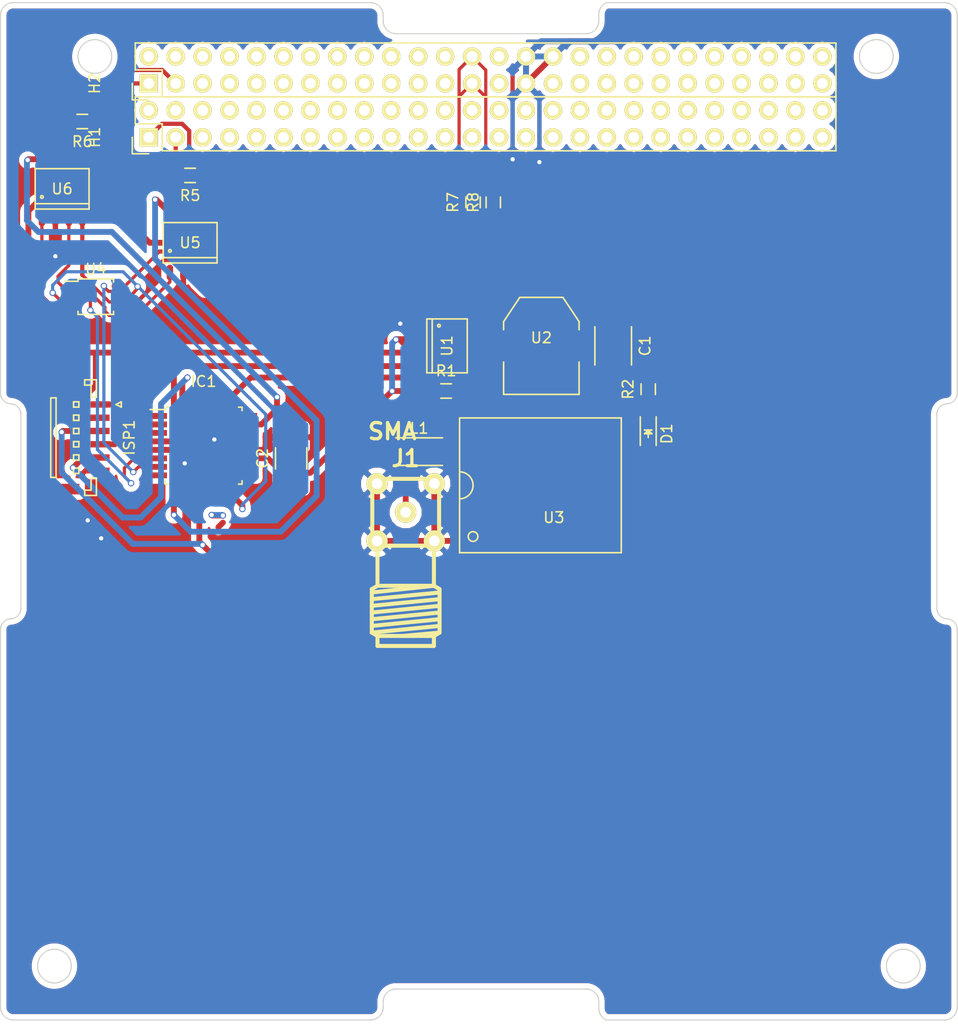
<source format=kicad_pcb>
(kicad_pcb (version 4) (host pcbnew 4.0.4-stable)
  (title_block (company LibreCube))
  (layers (0 F.Cu signal) (31 B.Cu signal) (34 B.Paste user) (35 F.Paste user) (36 B.SilkS user) (37 F.SilkS user) (38 B.Mask user) (39 F.Mask user) (44 Edge.Cuts user))
  (net 0 "")
  (net 1 "Net-(C1-Pad1)")
  (net 2 GND)
  (net 3 "Net-(H1-Pad2)")
  (net 4 "Net-(H1-Pad4)")
  (net 5 "Net-(H1-Pad5)")
  (net 6 "Net-(H1-Pad6)")
  (net 7 "Net-(H1-Pad7)")
  (net 8 "Net-(H1-Pad8)")
  (net 9 "Net-(H1-Pad9)")
  (net 10 "Net-(H1-Pad10)")
  (net 11 "Net-(H1-Pad11)")
  (net 12 "Net-(H1-Pad12)")
  (net 13 "Net-(H1-Pad13)")
  (net 14 "Net-(H1-Pad14)")
  (net 15 "Net-(H1-Pad15)")
  (net 16 "Net-(H1-Pad16)")
  (net 17 "Net-(H1-Pad17)")
  (net 18 "Net-(H1-Pad18)")
  (net 19 "Net-(H1-Pad19)")
  (net 20 "Net-(H1-Pad20)")
  (net 21 "Net-(H1-Pad21)")
  (net 22 "Net-(H1-Pad22)")
  (net 23 "Net-(H1-Pad23)")
  (net 24 "Net-(H1-Pad24)")
  (net 25 "Net-(H1-Pad25)")
  (net 26 "Net-(H1-Pad26)")
  (net 27 "Net-(H1-Pad27)")
  (net 28 "Net-(H1-Pad28)")
  (net 29 "Net-(H1-Pad29)")
  (net 30 "Net-(H1-Pad30)")
  (net 31 "Net-(H1-Pad31)")
  (net 32 "Net-(H1-Pad32)")
  (net 33 "Net-(H1-Pad33)")
  (net 34 "Net-(H1-Pad34)")
  (net 35 "Net-(H1-Pad35)")
  (net 36 "Net-(H1-Pad36)")
  (net 37 "Net-(H1-Pad37)")
  (net 38 "Net-(H1-Pad38)")
  (net 39 "Net-(H1-Pad39)")
  (net 40 "Net-(H1-Pad40)")
  (net 41 "Net-(H1-Pad41)")
  (net 42 "Net-(H1-Pad42)")
  (net 43 "Net-(H1-Pad43)")
  (net 44 "Net-(H1-Pad44)")
  (net 45 "Net-(H1-Pad45)")
  (net 46 "Net-(H1-Pad46)")
  (net 47 "Net-(H1-Pad47)")
  (net 48 "Net-(H1-Pad48)")
  (net 49 "Net-(H1-Pad49)")
  (net 50 "Net-(H1-Pad50)")
  (net 51 "Net-(H1-Pad51)")
  (net 52 "Net-(H1-Pad52)")
  (net 53 "Net-(H2-Pad2)")
  (net 54 "Net-(H2-Pad4)")
  (net 55 "Net-(H2-Pad5)")
  (net 56 "Net-(H2-Pad6)")
  (net 57 "Net-(H2-Pad7)")
  (net 58 "Net-(H2-Pad8)")
  (net 59 "Net-(H2-Pad9)")
  (net 60 "Net-(H2-Pad10)")
  (net 61 "Net-(H2-Pad11)")
  (net 62 "Net-(H2-Pad12)")
  (net 63 "Net-(H2-Pad13)")
  (net 64 "Net-(H2-Pad14)")
  (net 65 "Net-(H2-Pad15)")
  (net 66 "Net-(H2-Pad16)")
  (net 67 "Net-(H2-Pad17)")
  (net 68 "Net-(H2-Pad18)")
  (net 69 "Net-(H2-Pad19)")
  (net 70 "Net-(H2-Pad20)")
  (net 71 "Net-(H2-Pad21)")
  (net 72 "Net-(H2-Pad22)")
  (net 73 "Net-(H2-Pad23)")
  (net 74 "Net-(H2-Pad24)")
  (net 75 +5V)
  (net 76 "Net-(H2-Pad27)")
  (net 77 "Net-(H2-Pad28)")
  (net 78 "Net-(H2-Pad31)")
  (net 79 "Net-(H2-Pad33)")
  (net 80 "Net-(H2-Pad34)")
  (net 81 "Net-(H2-Pad35)")
  (net 82 "Net-(H2-Pad36)")
  (net 83 "Net-(H2-Pad37)")
  (net 84 "Net-(H2-Pad38)")
  (net 85 "Net-(H2-Pad43)")
  (net 86 "Net-(H2-Pad44)")
  (net 87 "Net-(H2-Pad45)")
  (net 88 "Net-(H2-Pad46)")
  (net 89 "Net-(H2-Pad47)")
  (net 90 "Net-(H2-Pad48)")
  (net 91 "Net-(H2-Pad49)")
  (net 92 "Net-(H2-Pad50)")
  (net 93 "Net-(H2-Pad51)")
  (net 94 "Net-(H2-Pad52)")
  (net 95 "Net-(IC1-Pad1)")
  (net 96 "Net-(IC1-Pad3)")
  (net 97 "Net-(IC1-Pad8)")
  (net 98 "Net-(IC1-Pad10)")
  (net 99 "Net-(IC1-Pad11)")
  (net 100 "Net-(IC1-Pad13)")
  (net 101 "Net-(IC1-Pad14)")
  (net 102 "Net-(IC1-Pad15)")
  (net 103 "Net-(IC1-Pad17)")
  (net 104 "Net-(IC1-Pad18)")
  (net 105 "Net-(IC1-Pad21)")
  (net 106 "Net-(IC1-Pad22)")
  (net 107 "Net-(IC1-Pad24)")
  (net 108 "Net-(IC1-Pad26)")
  (net 109 "Net-(IC1-Pad27)")
  (net 110 "Net-(IC1-Pad28)")
  (net 111 "Net-(IC1-Pad29)")
  (net 112 "Net-(IC1-Pad30)")
  (net 113 "Net-(IC1-Pad31)")
  (net 114 "Net-(J1-Pad1)")
  (net 115 "Net-(L1-Pad2)")
  (net 116 "Net-(U1-Pad6)")
  (net 117 "Net-(U3-Pad3)")
  (net 118 "Net-(U4-Pad2)")
  (net 119 "Net-(U4-Pad5)")
  (net 120 "Net-(U4-Pad7)")
  (net 121 "Net-(U4-Pad10)")
  (net 122 CAN1_L)
  (net 123 CAN1_H)
  (net 124 CAN2_L)
  (net 125 CAN2_H)
  (net 126 "Net-(D1-Pad1)")
  (net 127 "Net-(H2-Pad39)")
  (net 128 "Net-(H2-Pad40)")
  (net 129 "Net-(H2-Pad41)")
  (net 130 "Net-(H2-Pad42)")
  (net 131 5V_BUS)
  (net 132 "Net-(IC1-Pad2)")
  (net 133 TX_CAN)
  (net 134 RX_CAN)
  (net 135 CAN1_STBY)
  (net 136 GPS_TX)
  (net 137 CAN_SEL)
  (net 138 CAN2_STBY)
  (net 139 ~GPS_OC)
  (net 140 GPS_EN)
  (net 141 ALT_5V)
  (net 142 "Net-(U3-Pad8)")
  (net 143 "Net-(U3-Pad5)")
  (module Pin_Headers:Pin_Header_Straight_2x26 (layer F.Cu) (at 78.65 64.99 90)
    (fp_text reference H1 (at 0 -5.1 90) (layer F.SilkS))
    (fp_text value CONN_02X26)
    (pad 1 thru_hole rect (at 0 0 90) (size 1.7272 1.7272) (drill 1.016) (layers *.Cu *.Mask F.SilkS) (net 122 CAN1_L))
    (pad 2 thru_hole oval (at 2.54 0 90) (size 1.7272 1.7272) (drill 1.016) (layers *.Cu *.Mask F.SilkS) (net 3 "Net-(H1-Pad2)"))
    (pad 3 thru_hole oval (at 0 2.54 90) (size 1.7272 1.7272) (drill 1.016) (layers *.Cu *.Mask F.SilkS) (net 123 CAN1_H))
    (pad 4 thru_hole oval (at 2.54 2.54 90) (size 1.7272 1.7272) (drill 1.016) (layers *.Cu *.Mask F.SilkS) (net 4 "Net-(H1-Pad4)"))
    (pad 5 thru_hole oval (at 0 5.08 90) (size 1.7272 1.7272) (drill 1.016) (layers *.Cu *.Mask F.SilkS) (net 5 "Net-(H1-Pad5)"))
    (pad 6 thru_hole oval (at 2.54 5.08 90) (size 1.7272 1.7272) (drill 1.016) (layers *.Cu *.Mask F.SilkS) (net 6 "Net-(H1-Pad6)"))
    (pad 7 thru_hole oval (at 0 7.62 90) (size 1.7272 1.7272) (drill 1.016) (layers *.Cu *.Mask F.SilkS) (net 7 "Net-(H1-Pad7)"))
    (pad 8 thru_hole oval (at 2.54 7.62 90) (size 1.7272 1.7272) (drill 1.016) (layers *.Cu *.Mask F.SilkS) (net 8 "Net-(H1-Pad8)"))
    (pad 9 thru_hole oval (at 0 10.16 90) (size 1.7272 1.7272) (drill 1.016) (layers *.Cu *.Mask F.SilkS) (net 9 "Net-(H1-Pad9)"))
    (pad 10 thru_hole oval (at 2.54 10.16 90) (size 1.7272 1.7272) (drill 1.016) (layers *.Cu *.Mask F.SilkS) (net 10 "Net-(H1-Pad10)"))
    (pad 11 thru_hole oval (at 0 12.7 90) (size 1.7272 1.7272) (drill 1.016) (layers *.Cu *.Mask F.SilkS) (net 11 "Net-(H1-Pad11)"))
    (pad 12 thru_hole oval (at 2.54 12.7 90) (size 1.7272 1.7272) (drill 1.016) (layers *.Cu *.Mask F.SilkS) (net 12 "Net-(H1-Pad12)"))
    (pad 13 thru_hole oval (at 0 15.24 90) (size 1.7272 1.7272) (drill 1.016) (layers *.Cu *.Mask F.SilkS) (net 13 "Net-(H1-Pad13)"))
    (pad 14 thru_hole oval (at 2.54 15.24 90) (size 1.7272 1.7272) (drill 1.016) (layers *.Cu *.Mask F.SilkS) (net 14 "Net-(H1-Pad14)"))
    (pad 15 thru_hole oval (at 0 17.78 90) (size 1.7272 1.7272) (drill 1.016) (layers *.Cu *.Mask F.SilkS) (net 15 "Net-(H1-Pad15)"))
    (pad 16 thru_hole oval (at 2.54 17.78 90) (size 1.7272 1.7272) (drill 1.016) (layers *.Cu *.Mask F.SilkS) (net 16 "Net-(H1-Pad16)"))
    (pad 17 thru_hole oval (at 0 20.32 90) (size 1.7272 1.7272) (drill 1.016) (layers *.Cu *.Mask F.SilkS) (net 17 "Net-(H1-Pad17)"))
    (pad 18 thru_hole oval (at 2.54 20.32 90) (size 1.7272 1.7272) (drill 1.016) (layers *.Cu *.Mask F.SilkS) (net 18 "Net-(H1-Pad18)"))
    (pad 19 thru_hole oval (at 0 22.86 90) (size 1.7272 1.7272) (drill 1.016) (layers *.Cu *.Mask F.SilkS) (net 19 "Net-(H1-Pad19)"))
    (pad 20 thru_hole oval (at 2.54 22.86 90) (size 1.7272 1.7272) (drill 1.016) (layers *.Cu *.Mask F.SilkS) (net 20 "Net-(H1-Pad20)"))
    (pad 21 thru_hole oval (at 0 25.4 90) (size 1.7272 1.7272) (drill 1.016) (layers *.Cu *.Mask F.SilkS) (net 21 "Net-(H1-Pad21)"))
    (pad 22 thru_hole oval (at 2.54 25.4 90) (size 1.7272 1.7272) (drill 1.016) (layers *.Cu *.Mask F.SilkS) (net 22 "Net-(H1-Pad22)"))
    (pad 23 thru_hole oval (at 0 27.94 90) (size 1.7272 1.7272) (drill 1.016) (layers *.Cu *.Mask F.SilkS) (net 23 "Net-(H1-Pad23)"))
    (pad 24 thru_hole oval (at 2.54 27.94 90) (size 1.7272 1.7272) (drill 1.016) (layers *.Cu *.Mask F.SilkS) (net 24 "Net-(H1-Pad24)"))
    (pad 25 thru_hole oval (at 0 30.48 90) (size 1.7272 1.7272) (drill 1.016) (layers *.Cu *.Mask F.SilkS) (net 25 "Net-(H1-Pad25)"))
    (pad 26 thru_hole oval (at 2.54 30.48 90) (size 1.7272 1.7272) (drill 1.016) (layers *.Cu *.Mask F.SilkS) (net 26 "Net-(H1-Pad26)"))
    (pad 27 thru_hole oval (at 0 33.02 90) (size 1.7272 1.7272) (drill 1.016) (layers *.Cu *.Mask F.SilkS) (net 27 "Net-(H1-Pad27)"))
    (pad 28 thru_hole oval (at 2.54 33.02 90) (size 1.7272 1.7272) (drill 1.016) (layers *.Cu *.Mask F.SilkS) (net 28 "Net-(H1-Pad28)"))
    (pad 29 thru_hole oval (at 0 35.56 90) (size 1.7272 1.7272) (drill 1.016) (layers *.Cu *.Mask F.SilkS) (net 29 "Net-(H1-Pad29)"))
    (pad 30 thru_hole oval (at 2.54 35.56 90) (size 1.7272 1.7272) (drill 1.016) (layers *.Cu *.Mask F.SilkS) (net 30 "Net-(H1-Pad30)"))
    (pad 31 thru_hole oval (at 0 38.1 90) (size 1.7272 1.7272) (drill 1.016) (layers *.Cu *.Mask F.SilkS) (net 31 "Net-(H1-Pad31)"))
    (pad 32 thru_hole oval (at 2.54 38.1 90) (size 1.7272 1.7272) (drill 1.016) (layers *.Cu *.Mask F.SilkS) (net 32 "Net-(H1-Pad32)"))
    (pad 33 thru_hole oval (at 0 40.64 90) (size 1.7272 1.7272) (drill 1.016) (layers *.Cu *.Mask F.SilkS) (net 33 "Net-(H1-Pad33)"))
    (pad 34 thru_hole oval (at 2.54 40.64 90) (size 1.7272 1.7272) (drill 1.016) (layers *.Cu *.Mask F.SilkS) (net 34 "Net-(H1-Pad34)"))
    (pad 35 thru_hole oval (at 0 43.18 90) (size 1.7272 1.7272) (drill 1.016) (layers *.Cu *.Mask F.SilkS) (net 35 "Net-(H1-Pad35)"))
    (pad 36 thru_hole oval (at 2.54 43.18 90) (size 1.7272 1.7272) (drill 1.016) (layers *.Cu *.Mask F.SilkS) (net 36 "Net-(H1-Pad36)"))
    (pad 37 thru_hole oval (at 0 45.72 90) (size 1.7272 1.7272) (drill 1.016) (layers *.Cu *.Mask F.SilkS) (net 37 "Net-(H1-Pad37)"))
    (pad 38 thru_hole oval (at 2.54 45.72 90) (size 1.7272 1.7272) (drill 1.016) (layers *.Cu *.Mask F.SilkS) (net 38 "Net-(H1-Pad38)"))
    (pad 39 thru_hole oval (at 0 48.26 90) (size 1.7272 1.7272) (drill 1.016) (layers *.Cu *.Mask F.SilkS) (net 39 "Net-(H1-Pad39)"))
    (pad 40 thru_hole oval (at 2.54 48.26 90) (size 1.7272 1.7272) (drill 1.016) (layers *.Cu *.Mask F.SilkS) (net 40 "Net-(H1-Pad40)"))
    (pad 41 thru_hole oval (at 0 50.8 90) (size 1.7272 1.7272) (drill 1.016) (layers *.Cu *.Mask F.SilkS) (net 41 "Net-(H1-Pad41)"))
    (pad 42 thru_hole oval (at 2.54 50.8 90) (size 1.7272 1.7272) (drill 1.016) (layers *.Cu *.Mask F.SilkS) (net 42 "Net-(H1-Pad42)"))
    (pad 43 thru_hole oval (at 0 53.34 90) (size 1.7272 1.7272) (drill 1.016) (layers *.Cu *.Mask F.SilkS) (net 43 "Net-(H1-Pad43)"))
    (pad 44 thru_hole oval (at 2.54 53.34 90) (size 1.7272 1.7272) (drill 1.016) (layers *.Cu *.Mask F.SilkS) (net 44 "Net-(H1-Pad44)"))
    (pad 45 thru_hole oval (at 0 55.88 90) (size 1.7272 1.7272) (drill 1.016) (layers *.Cu *.Mask F.SilkS) (net 45 "Net-(H1-Pad45)"))
    (pad 46 thru_hole oval (at 2.54 55.88 90) (size 1.7272 1.7272) (drill 1.016) (layers *.Cu *.Mask F.SilkS) (net 46 "Net-(H1-Pad46)"))
    (pad 47 thru_hole oval (at 0 58.42 90) (size 1.7272 1.7272) (drill 1.016) (layers *.Cu *.Mask F.SilkS) (net 47 "Net-(H1-Pad47)"))
    (pad 48 thru_hole oval (at 2.54 58.42 90) (size 1.7272 1.7272) (drill 1.016) (layers *.Cu *.Mask F.SilkS) (net 48 "Net-(H1-Pad48)"))
    (pad 49 thru_hole oval (at 0 60.96 90) (size 1.7272 1.7272) (drill 1.016) (layers *.Cu *.Mask F.SilkS) (net 49 "Net-(H1-Pad49)"))
    (pad 50 thru_hole oval (at 2.54 60.96 90) (size 1.7272 1.7272) (drill 1.016) (layers *.Cu *.Mask F.SilkS) (net 50 "Net-(H1-Pad50)"))
    (pad 51 thru_hole oval (at 0 63.5 90) (size 1.7272 1.7272) (drill 1.016) (layers *.Cu *.Mask F.SilkS) (net 51 "Net-(H1-Pad51)"))
    (pad 52 thru_hole oval (at 2.54 63.5 90) (size 1.7272 1.7272) (drill 1.016) (layers *.Cu *.Mask F.SilkS) (net 52 "Net-(H1-Pad52)"))
  )
  (module Housings_SSOP:MSOP-10_3x3mm_Pitch0.5mm (layer F.Cu) (at 73.66 80.01)
    (fp_text reference U4 (at 0 -2.6) (layer F.SilkS))
    (fp_text value ADG787)
    (pad 1 smd rect (at -2.2 -1) (size 1.4 0.3) (layers F.Cu F.Paste F.Mask) (net 75 +5V))
    (pad 2 smd rect (at -2.2 -0.5) (size 1.4 0.3) (layers F.Cu F.Paste F.Mask) (net 118 "Net-(U4-Pad2)"))
    (pad 3 smd rect (at -2.2 0) (size 1.4 0.3) (layers F.Cu F.Paste F.Mask) (net 133 TX_CAN))
    (pad 4 smd rect (at -2.2 0.5) (size 1.4 0.3) (layers F.Cu F.Paste F.Mask) (net 137 CAN_SEL))
    (pad 5 smd rect (at -2.2 1) (size 1.4 0.3) (layers F.Cu F.Paste F.Mask) (net 119 "Net-(U4-Pad5)"))
    (pad 6 smd rect (at 2.2 1) (size 1.4 0.3) (layers F.Cu F.Paste F.Mask) (net 2 GND))
    (pad 7 smd rect (at 2.2 0.5) (size 1.4 0.3) (layers F.Cu F.Paste F.Mask) (net 120 "Net-(U4-Pad7)"))
    (pad 8 smd rect (at 2.2 0) (size 1.4 0.3) (layers F.Cu F.Paste F.Mask) (net 137 CAN_SEL))
    (pad 9 smd rect (at 2.2 -0.5) (size 1.4 0.3) (layers F.Cu F.Paste F.Mask) (net 134 RX_CAN))
    (pad 10 smd rect (at 2.2 -1) (size 1.4 0.3) (layers F.Cu F.Paste F.Mask) (net 121 "Net-(U4-Pad10)"))
  )
  (module sma:SMA (layer F.Cu) (at 102.87 100.33 180)
    (fp_text reference J1 (at 0 5.08 180) (layer F.SilkS) (effects (font (thickness 0.3048))))
    (fp_text value SMA (at 1.27 7.62 180) (layer F.SilkS) (effects (font (thickness 0.3048))))
    (pad 1 thru_hole circle (at 0 0 180) (size 1.99898 1.99898) (drill 1.00076) (layers *.Cu *.Mask F.SilkS) (net 114 "Net-(J1-Pad1)"))
    (pad 3 thru_hole circle (at 2.70002 -2.70002 180) (size 1.99898 1.99898) (drill 1.00076) (layers *.Cu *.Mask F.SilkS) (net 2 GND))
    (pad 2 thru_hole circle (at -2.70002 -2.70002 180) (size 1.99898 1.99898) (drill 1.00076) (layers *.Cu *.Mask F.SilkS) (net 2 GND))
    (pad 5 thru_hole circle (at -2.70002 2.70002 180) (size 1.99898 1.99898) (drill 1.00076) (layers *.Cu *.Mask F.SilkS) (net 2 GND))
    (pad 4 thru_hole circle (at 2.70002 2.70002 180) (size 1.99898 1.99898) (drill 1.00076) (layers *.Cu *.Mask F.SilkS) (net 2 GND))
  )
  (module Inductors:Inductor_Taiyo-Yuden_NR-24xx_HandSoldering (layer F.Cu) (at 104.14 94.615)
    (fp_text reference L1 (at 0 -2.2) (layer F.SilkS))
    (fp_text value "300Ohm BEAD")
    (pad 1 smd rect (at -1.2875 0) (size 1.825 2.2) (layers F.Cu F.Paste F.Mask) (net 114 "Net-(J1-Pad1)"))
    (pad 2 smd rect (at 1.2875 0) (size 1.825 2.2) (layers F.Cu F.Paste F.Mask) (net 115 "Net-(L1-Pad2)"))
  )
  (module Housings_QFP:TQFP-32_7x7mm_Pitch0.8mm (layer F.Cu) (at 83.82 94.05)
    (fp_text reference IC1 (at 0 -6.05) (layer F.SilkS))
    (fp_text value ATMEGA16M1-A)
    (pad 1 smd rect (at -4.25 -2.8) (size 1.6 0.55) (layers F.Cu F.Paste F.Mask) (net 95 "Net-(IC1-Pad1)"))
    (pad 2 smd rect (at -4.25 -2) (size 1.6 0.55) (layers F.Cu F.Paste F.Mask) (net 132 "Net-(IC1-Pad2)"))
    (pad 3 smd rect (at -4.25 -1.2) (size 1.6 0.55) (layers F.Cu F.Paste F.Mask) (net 96 "Net-(IC1-Pad3)"))
    (pad 4 smd rect (at -4.25 -0.4) (size 1.6 0.55) (layers F.Cu F.Paste F.Mask) (net 75 +5V))
    (pad 5 smd rect (at -4.25 0.4) (size 1.6 0.55) (layers F.Cu F.Paste F.Mask) (net 2 GND))
    (pad 6 smd rect (at -4.25 1.2) (size 1.6 0.55) (layers F.Cu F.Paste F.Mask) (net 133 TX_CAN))
    (pad 7 smd rect (at -4.25 2) (size 1.6 0.55) (layers F.Cu F.Paste F.Mask) (net 134 RX_CAN))
    (pad 8 smd rect (at -4.25 2.8) (size 1.6 0.55) (layers F.Cu F.Paste F.Mask) (net 97 "Net-(IC1-Pad8)"))
    (pad 9 smd rect (at -2.8 4.25 90) (size 1.6 0.55) (layers F.Cu F.Paste F.Mask) (net 135 CAN1_STBY))
    (pad 10 smd rect (at -2 4.25 90) (size 1.6 0.55) (layers F.Cu F.Paste F.Mask) (net 98 "Net-(IC1-Pad10)"))
    (pad 11 smd rect (at -1.2 4.25 90) (size 1.6 0.55) (layers F.Cu F.Paste F.Mask) (net 99 "Net-(IC1-Pad11)"))
    (pad 12 smd rect (at -0.4 4.25 90) (size 1.6 0.55) (layers F.Cu F.Paste F.Mask) (net 136 GPS_TX))
    (pad 13 smd rect (at 0.4 4.25 90) (size 1.6 0.55) (layers F.Cu F.Paste F.Mask) (net 100 "Net-(IC1-Pad13)"))
    (pad 14 smd rect (at 1.2 4.25 90) (size 1.6 0.55) (layers F.Cu F.Paste F.Mask) (net 101 "Net-(IC1-Pad14)"))
    (pad 15 smd rect (at 2 4.25 90) (size 1.6 0.55) (layers F.Cu F.Paste F.Mask) (net 102 "Net-(IC1-Pad15)"))
    (pad 16 smd rect (at 2.8 4.25 90) (size 1.6 0.55) (layers F.Cu F.Paste F.Mask) (net 137 CAN_SEL))
    (pad 17 smd rect (at 4.25 2.8) (size 1.6 0.55) (layers F.Cu F.Paste F.Mask) (net 103 "Net-(IC1-Pad17)"))
    (pad 18 smd rect (at 4.25 2) (size 1.6 0.55) (layers F.Cu F.Paste F.Mask) (net 104 "Net-(IC1-Pad18)"))
    (pad 19 smd rect (at 4.25 1.2) (size 1.6 0.55) (layers F.Cu F.Paste F.Mask) (net 75 +5V))
    (pad 20 smd rect (at 4.25 0.4) (size 1.6 0.55) (layers F.Cu F.Paste F.Mask) (net 2 GND))
    (pad 21 smd rect (at 4.25 -0.4) (size 1.6 0.55) (layers F.Cu F.Paste F.Mask) (net 105 "Net-(IC1-Pad21)"))
    (pad 22 smd rect (at 4.25 -1.2) (size 1.6 0.55) (layers F.Cu F.Paste F.Mask) (net 106 "Net-(IC1-Pad22)"))
    (pad 23 smd rect (at 4.25 -2) (size 1.6 0.55) (layers F.Cu F.Paste F.Mask) (net 138 CAN2_STBY))
    (pad 24 smd rect (at 4.25 -2.8) (size 1.6 0.55) (layers F.Cu F.Paste F.Mask) (net 107 "Net-(IC1-Pad24)"))
    (pad 25 smd rect (at 2.8 -4.25 90) (size 1.6 0.55) (layers F.Cu F.Paste F.Mask) (net 139 ~GPS_OC))
    (pad 26 smd rect (at 2 -4.25 90) (size 1.6 0.55) (layers F.Cu F.Paste F.Mask) (net 108 "Net-(IC1-Pad26)"))
    (pad 27 smd rect (at 1.2 -4.25 90) (size 1.6 0.55) (layers F.Cu F.Paste F.Mask) (net 109 "Net-(IC1-Pad27)"))
    (pad 28 smd rect (at 0.4 -4.25 90) (size 1.6 0.55) (layers F.Cu F.Paste F.Mask) (net 110 "Net-(IC1-Pad28)"))
    (pad 29 smd rect (at -0.4 -4.25 90) (size 1.6 0.55) (layers F.Cu F.Paste F.Mask) (net 111 "Net-(IC1-Pad29)"))
    (pad 30 smd rect (at -1.2 -4.25 90) (size 1.6 0.55) (layers F.Cu F.Paste F.Mask) (net 112 "Net-(IC1-Pad30)"))
    (pad 31 smd rect (at -2 -4.25 90) (size 1.6 0.55) (layers F.Cu F.Paste F.Mask) (net 113 "Net-(IC1-Pad31)"))
    (pad 32 smd rect (at -2.8 -4.25 90) (size 1.6 0.55) (layers F.Cu F.Paste F.Mask) (net 140 GPS_EN))
  )
  (module Pin_Headers:Pin_Header_Straight_2x26 (layer F.Cu) (at 78.65 59.91 90)
    (fp_text reference H2 (at 0 -5.1 90) (layer F.SilkS))
    (fp_text value CONN_02X26)
    (pad 1 thru_hole rect (at 0 0 90) (size 1.7272 1.7272) (drill 1.016) (layers *.Cu *.Mask F.SilkS) (net 124 CAN2_L))
    (pad 2 thru_hole oval (at 2.54 0 90) (size 1.7272 1.7272) (drill 1.016) (layers *.Cu *.Mask F.SilkS) (net 53 "Net-(H2-Pad2)"))
    (pad 3 thru_hole oval (at 0 2.54 90) (size 1.7272 1.7272) (drill 1.016) (layers *.Cu *.Mask F.SilkS) (net 125 CAN2_H))
    (pad 4 thru_hole oval (at 2.54 2.54 90) (size 1.7272 1.7272) (drill 1.016) (layers *.Cu *.Mask F.SilkS) (net 54 "Net-(H2-Pad4)"))
    (pad 5 thru_hole oval (at 0 5.08 90) (size 1.7272 1.7272) (drill 1.016) (layers *.Cu *.Mask F.SilkS) (net 55 "Net-(H2-Pad5)"))
    (pad 6 thru_hole oval (at 2.54 5.08 90) (size 1.7272 1.7272) (drill 1.016) (layers *.Cu *.Mask F.SilkS) (net 56 "Net-(H2-Pad6)"))
    (pad 7 thru_hole oval (at 0 7.62 90) (size 1.7272 1.7272) (drill 1.016) (layers *.Cu *.Mask F.SilkS) (net 57 "Net-(H2-Pad7)"))
    (pad 8 thru_hole oval (at 2.54 7.62 90) (size 1.7272 1.7272) (drill 1.016) (layers *.Cu *.Mask F.SilkS) (net 58 "Net-(H2-Pad8)"))
    (pad 9 thru_hole oval (at 0 10.16 90) (size 1.7272 1.7272) (drill 1.016) (layers *.Cu *.Mask F.SilkS) (net 59 "Net-(H2-Pad9)"))
    (pad 10 thru_hole oval (at 2.54 10.16 90) (size 1.7272 1.7272) (drill 1.016) (layers *.Cu *.Mask F.SilkS) (net 60 "Net-(H2-Pad10)"))
    (pad 11 thru_hole oval (at 0 12.7 90) (size 1.7272 1.7272) (drill 1.016) (layers *.Cu *.Mask F.SilkS) (net 61 "Net-(H2-Pad11)"))
    (pad 12 thru_hole oval (at 2.54 12.7 90) (size 1.7272 1.7272) (drill 1.016) (layers *.Cu *.Mask F.SilkS) (net 62 "Net-(H2-Pad12)"))
    (pad 13 thru_hole oval (at 0 15.24 90) (size 1.7272 1.7272) (drill 1.016) (layers *.Cu *.Mask F.SilkS) (net 63 "Net-(H2-Pad13)"))
    (pad 14 thru_hole oval (at 2.54 15.24 90) (size 1.7272 1.7272) (drill 1.016) (layers *.Cu *.Mask F.SilkS) (net 64 "Net-(H2-Pad14)"))
    (pad 15 thru_hole oval (at 0 17.78 90) (size 1.7272 1.7272) (drill 1.016) (layers *.Cu *.Mask F.SilkS) (net 65 "Net-(H2-Pad15)"))
    (pad 16 thru_hole oval (at 2.54 17.78 90) (size 1.7272 1.7272) (drill 1.016) (layers *.Cu *.Mask F.SilkS) (net 66 "Net-(H2-Pad16)"))
    (pad 17 thru_hole oval (at 0 20.32 90) (size 1.7272 1.7272) (drill 1.016) (layers *.Cu *.Mask F.SilkS) (net 67 "Net-(H2-Pad17)"))
    (pad 18 thru_hole oval (at 2.54 20.32 90) (size 1.7272 1.7272) (drill 1.016) (layers *.Cu *.Mask F.SilkS) (net 68 "Net-(H2-Pad18)"))
    (pad 19 thru_hole oval (at 0 22.86 90) (size 1.7272 1.7272) (drill 1.016) (layers *.Cu *.Mask F.SilkS) (net 69 "Net-(H2-Pad19)"))
    (pad 20 thru_hole oval (at 2.54 22.86 90) (size 1.7272 1.7272) (drill 1.016) (layers *.Cu *.Mask F.SilkS) (net 70 "Net-(H2-Pad20)"))
    (pad 21 thru_hole oval (at 0 25.4 90) (size 1.7272 1.7272) (drill 1.016) (layers *.Cu *.Mask F.SilkS) (net 71 "Net-(H2-Pad21)"))
    (pad 22 thru_hole oval (at 2.54 25.4 90) (size 1.7272 1.7272) (drill 1.016) (layers *.Cu *.Mask F.SilkS) (net 72 "Net-(H2-Pad22)"))
    (pad 23 thru_hole oval (at 0 27.94 90) (size 1.7272 1.7272) (drill 1.016) (layers *.Cu *.Mask F.SilkS) (net 73 "Net-(H2-Pad23)"))
    (pad 24 thru_hole oval (at 2.54 27.94 90) (size 1.7272 1.7272) (drill 1.016) (layers *.Cu *.Mask F.SilkS) (net 74 "Net-(H2-Pad24)"))
    (pad 25 thru_hole oval (at 0 30.48 90) (size 1.7272 1.7272) (drill 1.016) (layers *.Cu *.Mask F.SilkS) (net 131 5V_BUS))
    (pad 26 thru_hole oval (at 2.54 30.48 90) (size 1.7272 1.7272) (drill 1.016) (layers *.Cu *.Mask F.SilkS) (net 131 5V_BUS))
    (pad 27 thru_hole oval (at 0 33.02 90) (size 1.7272 1.7272) (drill 1.016) (layers *.Cu *.Mask F.SilkS) (net 76 "Net-(H2-Pad27)"))
    (pad 28 thru_hole oval (at 2.54 33.02 90) (size 1.7272 1.7272) (drill 1.016) (layers *.Cu *.Mask F.SilkS) (net 77 "Net-(H2-Pad28)"))
    (pad 29 thru_hole oval (at 0 35.56 90) (size 1.7272 1.7272) (drill 1.016) (layers *.Cu *.Mask F.SilkS) (net 2 GND))
    (pad 30 thru_hole oval (at 2.54 35.56 90) (size 1.7272 1.7272) (drill 1.016) (layers *.Cu *.Mask F.SilkS) (net 2 GND))
    (pad 31 thru_hole oval (at 0 38.1 90) (size 1.7272 1.7272) (drill 1.016) (layers *.Cu *.Mask F.SilkS) (net 78 "Net-(H2-Pad31)"))
    (pad 32 thru_hole oval (at 2.54 38.1 90) (size 1.7272 1.7272) (drill 1.016) (layers *.Cu *.Mask F.SilkS) (net 2 GND))
    (pad 33 thru_hole oval (at 0 40.64 90) (size 1.7272 1.7272) (drill 1.016) (layers *.Cu *.Mask F.SilkS) (net 79 "Net-(H2-Pad33)"))
    (pad 34 thru_hole oval (at 2.54 40.64 90) (size 1.7272 1.7272) (drill 1.016) (layers *.Cu *.Mask F.SilkS) (net 80 "Net-(H2-Pad34)"))
    (pad 35 thru_hole oval (at 0 43.18 90) (size 1.7272 1.7272) (drill 1.016) (layers *.Cu *.Mask F.SilkS) (net 81 "Net-(H2-Pad35)"))
    (pad 36 thru_hole oval (at 2.54 43.18 90) (size 1.7272 1.7272) (drill 1.016) (layers *.Cu *.Mask F.SilkS) (net 82 "Net-(H2-Pad36)"))
    (pad 37 thru_hole oval (at 0 45.72 90) (size 1.7272 1.7272) (drill 1.016) (layers *.Cu *.Mask F.SilkS) (net 83 "Net-(H2-Pad37)"))
    (pad 38 thru_hole oval (at 2.54 45.72 90) (size 1.7272 1.7272) (drill 1.016) (layers *.Cu *.Mask F.SilkS) (net 84 "Net-(H2-Pad38)"))
    (pad 39 thru_hole oval (at 0 48.26 90) (size 1.7272 1.7272) (drill 1.016) (layers *.Cu *.Mask F.SilkS) (net 127 "Net-(H2-Pad39)"))
    (pad 40 thru_hole oval (at 2.54 48.26 90) (size 1.7272 1.7272) (drill 1.016) (layers *.Cu *.Mask F.SilkS) (net 128 "Net-(H2-Pad40)"))
    (pad 41 thru_hole oval (at 0 50.8 90) (size 1.7272 1.7272) (drill 1.016) (layers *.Cu *.Mask F.SilkS) (net 129 "Net-(H2-Pad41)"))
    (pad 42 thru_hole oval (at 2.54 50.8 90) (size 1.7272 1.7272) (drill 1.016) (layers *.Cu *.Mask F.SilkS) (net 130 "Net-(H2-Pad42)"))
    (pad 43 thru_hole oval (at 0 53.34 90) (size 1.7272 1.7272) (drill 1.016) (layers *.Cu *.Mask F.SilkS) (net 85 "Net-(H2-Pad43)"))
    (pad 44 thru_hole oval (at 2.54 53.34 90) (size 1.7272 1.7272) (drill 1.016) (layers *.Cu *.Mask F.SilkS) (net 86 "Net-(H2-Pad44)"))
    (pad 45 thru_hole oval (at 0 55.88 90) (size 1.7272 1.7272) (drill 1.016) (layers *.Cu *.Mask F.SilkS) (net 87 "Net-(H2-Pad45)"))
    (pad 46 thru_hole oval (at 2.54 55.88 90) (size 1.7272 1.7272) (drill 1.016) (layers *.Cu *.Mask F.SilkS) (net 88 "Net-(H2-Pad46)"))
    (pad 47 thru_hole oval (at 0 58.42 90) (size 1.7272 1.7272) (drill 1.016) (layers *.Cu *.Mask F.SilkS) (net 89 "Net-(H2-Pad47)"))
    (pad 48 thru_hole oval (at 2.54 58.42 90) (size 1.7272 1.7272) (drill 1.016) (layers *.Cu *.Mask F.SilkS) (net 90 "Net-(H2-Pad48)"))
    (pad 49 thru_hole oval (at 0 60.96 90) (size 1.7272 1.7272) (drill 1.016) (layers *.Cu *.Mask F.SilkS) (net 91 "Net-(H2-Pad49)"))
    (pad 50 thru_hole oval (at 2.54 60.96 90) (size 1.7272 1.7272) (drill 1.016) (layers *.Cu *.Mask F.SilkS) (net 92 "Net-(H2-Pad50)"))
    (pad 51 thru_hole oval (at 0 63.5 90) (size 1.7272 1.7272) (drill 1.016) (layers *.Cu *.Mask F.SilkS) (net 93 "Net-(H2-Pad51)"))
    (pad 52 thru_hole oval (at 2.54 63.5 90) (size 1.7272 1.7272) (drill 1.016) (layers *.Cu *.Mask F.SilkS) (net 94 "Net-(H2-Pad52)"))
  )
  (module Capacitors_SMD:C_1812 (layer F.Cu) (at 122.428 84.647596 270)
    (fp_text reference C1 (at 0 -3 270) (layer F.SilkS))
    (fp_text value "x uF")
    (pad 1 smd rect (at -2.3 0 270) (size 1 3) (layers F.Cu F.Paste F.Mask) (net 1 "Net-(C1-Pad1)"))
    (pad 2 smd rect (at 2.3 0 270) (size 1 3) (layers F.Cu F.Paste F.Mask) (net 2 GND))
  )
  (module Resistors_SMD:R_0603_HandSoldering (layer F.Cu) (at 106.68 88.9)
    (fp_text reference R1 (at 0 -1.9) (layer F.SilkS))
    (fp_text value 10k)
    (pad 1 smd rect (at -1.1 0) (size 1.2 0.9) (layers F.Cu F.Paste F.Mask) (net 75 +5V))
    (pad 2 smd rect (at 1.1 0) (size 1.2 0.9) (layers F.Cu F.Paste F.Mask) (net 139 ~GPS_OC))
  )
  (module Power_Integrations:SO-8 (layer F.Cu) (at 106.765822 84.647596 270)
    (fp_text reference U1 (at 0 0 270) (layer F.SilkS))
    (fp_text value TPS2030)
    (pad 1 smd oval (at -1.905 2.794 270) (size 0.6096 1.4732) (layers F.Cu F.Paste F.Mask) (net 2 GND))
    (pad 2 smd oval (at -0.635 2.794 270) (size 0.6096 1.4732) (layers F.Cu F.Paste F.Mask) (net 75 +5V))
    (pad 3 smd oval (at 0.635 2.794 270) (size 0.6096 1.4732) (layers F.Cu F.Paste F.Mask) (net 75 +5V))
    (pad 4 smd oval (at 1.905 2.794 270) (size 0.6096 1.4732) (layers F.Cu F.Paste F.Mask) (net 140 GPS_EN))
    (pad 5 smd oval (at 1.905 -2.794 270) (size 0.6096 1.4732) (layers F.Cu F.Paste F.Mask) (net 139 ~GPS_OC))
    (pad 6 smd oval (at 0.635 -2.794 270) (size 0.6096 1.4732) (layers F.Cu F.Paste F.Mask) (net 116 "Net-(U1-Pad6)"))
    (pad 7 smd oval (at -0.635 -2.794 270) (size 0.6096 1.4732) (layers F.Cu F.Paste F.Mask) (net 116 "Net-(U1-Pad6)"))
    (pad 8 smd oval (at -1.905 -2.794 270) (size 0.6096 1.4732) (layers F.Cu F.Paste F.Mask) (net 116 "Net-(U1-Pad6)"))
  )
  (module TO_SOT_Packages_SMD:SOT-223 (layer F.Cu) (at 115.655822 84.647596)
    (fp_text reference U2 (at 0 -0.762) (layer F.SilkS))
    (fp_text value LM1117-3.3)
    (pad 4 smd rect (at 0 -3.302) (size 3.6576 2.032) (layers F.Cu F.Paste F.Mask) (net 1 "Net-(C1-Pad1)"))
    (pad 2 smd rect (at 0 3.302) (size 1.016 2.032) (layers F.Cu F.Paste F.Mask) (net 1 "Net-(C1-Pad1)"))
    (pad 3 smd rect (at 2.286 3.302) (size 1.016 2.032) (layers F.Cu F.Paste F.Mask) (net 116 "Net-(U1-Pad6)"))
    (pad 1 smd rect (at -2.286 3.302) (size 1.016 2.032) (layers F.Cu F.Paste F.Mask) (net 2 GND))
  )
  (module CybClaudiu:RXM-GPS-RM (layer F.Cu) (at 115.57 97.79)
    (fp_text reference U3 (at 1.27 3.04) (layer F.SilkS))
    (fp_text value RXM-GPS-RM)
    (pad 21 smd rect (at 0 6.15 90) (size 0.5 0.7) (layers F.Cu F.Paste F.Mask) (net 2 GND))
    (pad 22 smd rect (at 0 -6.15 90) (size 0.5 0.7) (layers F.Cu F.Paste F.Mask) (net 2 GND))
    (pad 16 smd rect (at -1.27 -6.35 90) (size 0.92 0.7) (layers F.Cu F.Paste F.Mask))
    (pad 20 smd rect (at -6.35 -6.35 90) (size 0.92 0.7) (layers F.Cu F.Paste F.Mask) (net 2 GND))
    (pad 19 smd rect (at -5.08 -6.35 90) (size 0.92 0.7) (layers F.Cu F.Paste F.Mask) (net 114 "Net-(J1-Pad1)"))
    (pad 18 smd rect (at -3.81 -6.35 90) (size 0.92 0.7) (layers F.Cu F.Paste F.Mask) (net 2 GND))
    (pad 17 smd rect (at -2.54 -6.35 90) (size 0.92 0.7) (layers F.Cu F.Paste F.Mask) (net 115 "Net-(L1-Pad2)"))
    (pad 12 smd rect (at 5.08 -6.35 90) (size 0.92 0.7) (layers F.Cu F.Paste F.Mask) (net 1 "Net-(C1-Pad1)"))
    (pad 13 smd rect (at 3.81 -6.35 90) (size 0.92 0.7) (layers F.Cu F.Paste F.Mask))
    (pad 14 smd rect (at 2.54 -6.35 90) (size 0.92 0.7) (layers F.Cu F.Paste F.Mask))
    (pad 15 smd rect (at 1.27 -6.35 90) (size 0.92 0.7) (layers F.Cu F.Paste F.Mask))
    (pad 11 smd rect (at 6.35 -6.35 90) (size 0.92 0.7) (layers F.Cu F.Paste F.Mask) (net 1 "Net-(C1-Pad1)"))
    (pad 10 smd rect (at 6.35 6.35 90) (size 0.92 0.7) (layers F.Cu F.Paste F.Mask))
    (pad 6 smd rect (at 1.27 6.35 90) (size 0.92 0.7) (layers F.Cu F.Paste F.Mask))
    (pad 7 smd rect (at 2.54 6.35 90) (size 0.92 0.7) (layers F.Cu F.Paste F.Mask))
    (pad 8 smd rect (at 3.81 6.35 90) (size 0.92 0.7) (layers F.Cu F.Paste F.Mask) (net 142 "Net-(U3-Pad8)"))
    (pad 9 smd rect (at 5.08 6.35 90) (size 0.92 0.7) (layers F.Cu F.Paste F.Mask))
    (pad 4 smd rect (at -2.54 6.35 90) (size 0.92 0.7) (layers F.Cu F.Paste F.Mask) (net 136 GPS_TX))
    (pad 3 smd rect (at -3.81 6.35 90) (size 0.92 0.7) (layers F.Cu F.Paste F.Mask) (net 117 "Net-(U3-Pad3)"))
    (pad 2 smd rect (at -5.08 6.35 90) (size 0.92 0.7) (layers F.Cu F.Paste F.Mask))
    (pad 1 smd rect (at -6.35 6.35 90) (size 0.92 0.7) (layers F.Cu F.Paste F.Mask))
    (pad 5 smd rect (at -1.27 6.35 90) (size 0.92 0.7) (layers F.Cu F.Paste F.Mask) (net 143 "Net-(U3-Pad5)"))
  )
  (module Power_Integrations:SO-8 (layer F.Cu) (at 82.55 74.93)
    (fp_text reference U5 (at 0 0) (layer F.SilkS))
    (fp_text value ATA6561)
    (pad 1 smd oval (at -1.905 2.794) (size 0.6096 1.4732) (layers F.Cu F.Paste F.Mask) (net 118 "Net-(U4-Pad2)"))
    (pad 2 smd oval (at -0.635 2.794) (size 0.6096 1.4732) (layers F.Cu F.Paste F.Mask) (net 2 GND))
    (pad 3 smd oval (at 0.635 2.794) (size 0.6096 1.4732) (layers F.Cu F.Paste F.Mask) (net 75 +5V))
    (pad 4 smd oval (at 1.905 2.794) (size 0.6096 1.4732) (layers F.Cu F.Paste F.Mask) (net 121 "Net-(U4-Pad10)"))
    (pad 5 smd oval (at 1.905 -2.794) (size 0.6096 1.4732) (layers F.Cu F.Paste F.Mask) (net 75 +5V))
    (pad 6 smd oval (at 0.635 -2.794) (size 0.6096 1.4732) (layers F.Cu F.Paste F.Mask) (net 122 CAN1_L))
    (pad 7 smd oval (at -0.635 -2.794) (size 0.6096 1.4732) (layers F.Cu F.Paste F.Mask) (net 123 CAN1_H))
    (pad 8 smd oval (at -1.905 -2.794) (size 0.6096 1.4732) (layers F.Cu F.Paste F.Mask) (net 135 CAN1_STBY))
  )
  (module Power_Integrations:SO-8 (layer F.Cu) (at 70.485 69.85)
    (fp_text reference U6 (at 0 0) (layer F.SilkS))
    (fp_text value ATA6561)
    (pad 1 smd oval (at -1.905 2.794) (size 0.6096 1.4732) (layers F.Cu F.Paste F.Mask) (net 119 "Net-(U4-Pad5)"))
    (pad 2 smd oval (at -0.635 2.794) (size 0.6096 1.4732) (layers F.Cu F.Paste F.Mask) (net 2 GND))
    (pad 3 smd oval (at 0.635 2.794) (size 0.6096 1.4732) (layers F.Cu F.Paste F.Mask) (net 75 +5V))
    (pad 4 smd oval (at 1.905 2.794) (size 0.6096 1.4732) (layers F.Cu F.Paste F.Mask) (net 120 "Net-(U4-Pad7)"))
    (pad 5 smd oval (at 1.905 -2.794) (size 0.6096 1.4732) (layers F.Cu F.Paste F.Mask) (net 75 +5V))
    (pad 6 smd oval (at 0.635 -2.794) (size 0.6096 1.4732) (layers F.Cu F.Paste F.Mask) (net 124 CAN2_L))
    (pad 7 smd oval (at -0.635 -2.794) (size 0.6096 1.4732) (layers F.Cu F.Paste F.Mask) (net 125 CAN2_H))
    (pad 8 smd oval (at -1.905 -2.794) (size 0.6096 1.4732) (layers F.Cu F.Paste F.Mask) (net 138 CAN2_STBY))
  )
  (module Connectors_JST:JST_GH_BM06B-GHS-TBT_06x1.25mm_Straight (layer F.Cu) (at 72.39 93.295 270)
    (fp_text reference ISP1 (at 0 -4.425 270) (layer F.SilkS))
    (fp_text value CONN_01X06)
    (pad 1 smd rect (at -3.125 -1.675 270) (size 0.6 1.8) (layers F.Cu F.Paste F.Mask) (net 95 "Net-(IC1-Pad1)"))
    (pad 2 smd rect (at -1.875 -1.675 270) (size 0.6 1.8) (layers F.Cu F.Paste F.Mask) (net 75 +5V))
    (pad 3 smd rect (at -0.625 -1.675 270) (size 0.6 1.8) (layers F.Cu F.Paste F.Mask) (net 136 GPS_TX))
    (pad 4 smd rect (at 0.625 -1.675 270) (size 0.6 1.8) (layers F.Cu F.Paste F.Mask) (net 132 "Net-(IC1-Pad2)"))
    (pad 5 smd rect (at 1.875 -1.675 270) (size 0.6 1.8) (layers F.Cu F.Paste F.Mask) (net 113 "Net-(IC1-Pad31)"))
    (pad 6 smd rect (at 3.125 -1.675 270) (size 0.6 1.8) (layers F.Cu F.Paste F.Mask) (net 2 GND))
    (pad "" smd rect (at 4.85 1.675 270) (size 1 2.8) (layers F.Cu F.Paste F.Mask))
    (pad "" smd rect (at -4.85 1.675 270) (size 1 2.8) (layers F.Cu F.Paste F.Mask))
  )
  (module Capacitors_SMD:C_1210_HandSoldering (layer F.Cu) (at 92.075 95.25 90)
    (fp_text reference C2 (at 0 -2.7 90) (layer F.SilkS))
    (fp_text value "x uF")
    (pad 1 smd rect (at -2 0 90) (size 2 2.5) (layers F.Cu F.Paste F.Mask) (net 75 +5V))
    (pad 2 smd rect (at 2 0 90) (size 2 2.5) (layers F.Cu F.Paste F.Mask) (net 2 GND))
  )
  (module Resistors_SMD:R_0603_HandSoldering (layer F.Cu) (at 125.73 88.73 90)
    (fp_text reference R2 (at 0 -1.9 90) (layer F.SilkS))
    (fp_text value 1k)
    (pad 1 smd rect (at -1.1 0 90) (size 1.2 0.9) (layers F.Cu F.Paste F.Mask) (net 126 "Net-(D1-Pad1)"))
    (pad 2 smd rect (at 1.1 0 90) (size 1.2 0.9) (layers F.Cu F.Paste F.Mask) (net 2 GND))
  )
  (module Resistors_SMD:R_0603_HandSoldering (layer F.Cu) (at 82.55 68.58 180)
    (fp_text reference R5 (at 0 -1.9 180) (layer F.SilkS))
    (fp_text value 120)
    (pad 1 smd rect (at -1.1 0 180) (size 1.2 0.9) (layers F.Cu F.Paste F.Mask) (net 122 CAN1_L))
    (pad 2 smd rect (at 1.1 0 180) (size 1.2 0.9) (layers F.Cu F.Paste F.Mask) (net 123 CAN1_H))
  )
  (module Resistors_SMD:R_0603_HandSoldering (layer F.Cu) (at 72.39 63.5 180)
    (fp_text reference R6 (at 0 -1.9 180) (layer F.SilkS))
    (fp_text value 120)
    (pad 1 smd rect (at -1.1 0 180) (size 1.2 0.9) (layers F.Cu F.Paste F.Mask) (net 124 CAN2_L))
    (pad 2 smd rect (at 1.1 0 180) (size 1.2 0.9) (layers F.Cu F.Paste F.Mask) (net 125 CAN2_H))
  )
  (module Resistors_SMD:R_0603_HandSoldering (layer F.Cu) (at 109.22 71.12 90)
    (fp_text reference R7 (at 0 -1.9 90) (layer F.SilkS))
    (fp_text value 0)
    (pad 1 smd rect (at -1.1 0 90) (size 1.2 0.9) (layers F.Cu F.Paste F.Mask) (net 75 +5V))
    (pad 2 smd rect (at 1.1 0 90) (size 1.2 0.9) (layers F.Cu F.Paste F.Mask) (net 131 5V_BUS))
  )
  (module Resistors_SMD:R_0603_HandSoldering (layer F.Cu) (at 111.125 71.12 90)
    (fp_text reference R8 (at 0 -1.9 90) (layer F.SilkS))
    (fp_text value DNP)
    (pad 1 smd rect (at -1.1 0 90) (size 1.2 0.9) (layers F.Cu F.Paste F.Mask) (net 75 +5V))
    (pad 2 smd rect (at 1.1 0 90) (size 1.2 0.9) (layers F.Cu F.Paste F.Mask) (net 141 ALT_5V))
  )
  (module LEDs:LED_0805 (layer F.Cu) (at 125.73 92.93098 270)
    (fp_text reference D1 (at 0 -1.75 270) (layer F.SilkS))
    (fp_text value Led_Small)
    (pad 2 smd rect (at 1.04902 0 90) (size 1.19888 1.19888) (layers F.Cu F.Paste F.Mask) (net 1 "Net-(C1-Pad1)"))
    (pad 1 smd rect (at -1.04902 0 90) (size 1.19888 1.19888) (layers F.Cu F.Paste F.Mask) (net 126 "Net-(D1-Pad1)"))
  )
  (gr_line (start 148.1819 143.15354) (end 148.1811 143.1036) (layer Edge.Cuts) (width 0.1))
  (gr_line (start 148.1842 143.20344) (end 148.1819 143.15354) (layer Edge.Cuts) (width 0.1))
  (gr_line (start 148.1882 143.25323) (end 148.1842 143.20344) (layer Edge.Cuts) (width 0.1))
  (gr_line (start 148.1936 143.30288) (end 148.1882 143.25323) (layer Edge.Cuts) (width 0.1))
  (gr_line (start 148.2007 143.35233) (end 148.1936 143.30288) (layer Edge.Cuts) (width 0.1))
  (gr_line (start 148.2093 143.40154) (end 148.2007 143.35233) (layer Edge.Cuts) (width 0.1))
  (gr_line (start 148.2194 143.45045) (end 148.2093 143.40154) (layer Edge.Cuts) (width 0.1))
  (gr_line (start 148.231 143.49902) (end 148.2194 143.45045) (layer Edge.Cuts) (width 0.1))
  (gr_line (start 148.2442 143.5472) (end 148.231 143.49902) (layer Edge.Cuts) (width 0.1))
  (gr_line (start 148.2589 143.59494) (end 148.2442 143.5472) (layer Edge.Cuts) (width 0.1))
  (gr_line (start 148.2751 143.64219) (end 148.2589 143.59494) (layer Edge.Cuts) (width 0.1))
  (gr_line (start 148.2928 143.68892) (end 148.2751 143.64219) (layer Edge.Cuts) (width 0.1))
  (gr_line (start 148.3119 143.73507) (end 148.2928 143.68892) (layer Edge.Cuts) (width 0.1))
  (gr_line (start 148.3324 143.78059) (end 148.3119 143.73507) (layer Edge.Cuts) (width 0.1))
  (gr_line (start 148.3544 143.82545) (end 148.3324 143.78059) (layer Edge.Cuts) (width 0.1))
  (gr_line (start 148.3778 143.86959) (end 148.3544 143.82545) (layer Edge.Cuts) (width 0.1))
  (gr_line (start 148.4025 143.91298) (end 148.3778 143.86959) (layer Edge.Cuts) (width 0.1))
  (gr_line (start 148.4286 143.95557) (end 148.4025 143.91298) (layer Edge.Cuts) (width 0.1))
  (gr_line (start 148.456 143.99731) (end 148.4286 143.95557) (layer Edge.Cuts) (width 0.1))
  (gr_line (start 148.4848 144.03818) (end 148.456 143.99731) (layer Edge.Cuts) (width 0.1))
  (gr_line (start 148.5148 144.07812) (end 148.4848 144.03818) (layer Edge.Cuts) (width 0.1))
  (gr_line (start 148.546 144.11711) (end 148.5148 144.07812) (layer Edge.Cuts) (width 0.1))
  (gr_line (start 148.5784 144.15509) (end 148.546 144.11711) (layer Edge.Cuts) (width 0.1))
  (gr_line (start 148.612 144.19203) (end 148.5784 144.15509) (layer Edge.Cuts) (width 0.1))
  (gr_line (start 148.6468 144.2279) (end 148.612 144.19203) (layer Edge.Cuts) (width 0.1))
  (gr_line (start 148.6827 144.26266) (end 148.6468 144.2279) (layer Edge.Cuts) (width 0.1))
  (gr_line (start 148.7196 144.29628) (end 148.6827 144.26266) (layer Edge.Cuts) (width 0.1))
  (gr_line (start 148.7576 144.32872) (end 148.7196 144.29628) (layer Edge.Cuts) (width 0.1))
  (gr_line (start 148.7966 144.35995) (end 148.7576 144.32872) (layer Edge.Cuts) (width 0.1))
  (gr_line (start 148.8365 144.38994) (end 148.7966 144.35995) (layer Edge.Cuts) (width 0.1))
  (gr_line (start 148.8774 144.41866) (end 148.8365 144.38994) (layer Edge.Cuts) (width 0.1))
  (gr_line (start 148.9191 144.44608) (end 148.8774 144.41866) (layer Edge.Cuts) (width 0.1))
  (gr_line (start 148.9617 144.47218) (end 148.9191 144.44608) (layer Edge.Cuts) (width 0.1))
  (gr_line (start 149.0051 144.49693) (end 148.9617 144.47218) (layer Edge.Cuts) (width 0.1))
  (gr_line (start 149.0493 144.5203) (end 149.0051 144.49693) (layer Edge.Cuts) (width 0.1))
  (gr_line (start 149.0941 144.54228) (end 149.0493 144.5203) (layer Edge.Cuts) (width 0.1))
  (gr_line (start 149.1396 144.56283) (end 149.0941 144.54228) (layer Edge.Cuts) (width 0.1))
  (gr_line (start 149.1858 144.58194) (end 149.1396 144.56283) (layer Edge.Cuts) (width 0.1))
  (gr_line (start 149.2325 144.5996) (end 149.1858 144.58194) (layer Edge.Cuts) (width 0.1))
  (gr_line (start 149.2798 144.61578) (end 149.2325 144.5996) (layer Edge.Cuts) (width 0.1))
  (gr_line (start 149.3275 144.63047) (end 149.2798 144.61578) (layer Edge.Cuts) (width 0.1))
  (gr_line (start 149.3757 144.64365) (end 149.3275 144.63047) (layer Edge.Cuts) (width 0.1))
  (gr_line (start 149.4242 144.65531) (end 149.3757 144.64365) (layer Edge.Cuts) (width 0.1))
  (gr_line (start 149.4732 144.66544) (end 149.4242 144.65531) (layer Edge.Cuts) (width 0.1))
  (gr_line (start 149.5224 144.67403) (end 149.4732 144.66544) (layer Edge.Cuts) (width 0.1))
  (gr_line (start 149.5718 144.68106) (end 149.5224 144.67403) (layer Edge.Cuts) (width 0.1))
  (gr_line (start 149.6215 144.68654) (end 149.5718 144.68106) (layer Edge.Cuts) (width 0.1))
  (gr_line (start 149.6713 144.69046) (end 149.6215 144.68654) (layer Edge.Cuts) (width 0.1))
  (gr_line (start 149.7212 144.69282) (end 149.6713 144.69046) (layer Edge.Cuts) (width 0.1))
  (gr_line (start 149.7711 144.6936) (end 149.7212 144.69282) (layer Edge.Cuts) (width 0.1))
  (gr_line (start 149.821 144.69282) (end 149.7711 144.6936) (layer Edge.Cuts) (width 0.1))
  (gr_line (start 149.8709 144.69046) (end 149.821 144.69282) (layer Edge.Cuts) (width 0.1))
  (gr_line (start 149.9207 144.68654) (end 149.8709 144.69046) (layer Edge.Cuts) (width 0.1))
  (gr_line (start 149.9704 144.68106) (end 149.9207 144.68654) (layer Edge.Cuts) (width 0.1))
  (gr_line (start 150.0198 144.67403) (end 149.9704 144.68106) (layer Edge.Cuts) (width 0.1))
  (gr_line (start 150.069 144.66544) (end 150.0198 144.67403) (layer Edge.Cuts) (width 0.1))
  (gr_line (start 150.1179 144.65531) (end 150.069 144.66544) (layer Edge.Cuts) (width 0.1))
  (gr_line (start 150.1665 144.64365) (end 150.1179 144.65531) (layer Edge.Cuts) (width 0.1))
  (gr_line (start 150.2147 144.63047) (end 150.1665 144.64365) (layer Edge.Cuts) (width 0.1))
  (gr_line (start 150.2624 144.61578) (end 150.2147 144.63047) (layer Edge.Cuts) (width 0.1))
  (gr_line (start 150.3097 144.5996) (end 150.2624 144.61578) (layer Edge.Cuts) (width 0.1))
  (gr_line (start 150.3564 144.58194) (end 150.3097 144.5996) (layer Edge.Cuts) (width 0.1))
  (gr_line (start 150.4026 144.56283) (end 150.3564 144.58194) (layer Edge.Cuts) (width 0.1))
  (gr_line (start 150.4481 144.54228) (end 150.4026 144.56283) (layer Edge.Cuts) (width 0.1))
  (gr_line (start 150.4929 144.5203) (end 150.4481 144.54228) (layer Edge.Cuts) (width 0.1))
  (gr_line (start 150.5371 144.49693) (end 150.4929 144.5203) (layer Edge.Cuts) (width 0.1))
  (gr_line (start 150.5805 144.47218) (end 150.5371 144.49693) (layer Edge.Cuts) (width 0.1))
  (gr_line (start 150.6231 144.44608) (end 150.5805 144.47218) (layer Edge.Cuts) (width 0.1))
  (gr_line (start 150.6648 144.41866) (end 150.6231 144.44608) (layer Edge.Cuts) (width 0.1))
  (gr_line (start 150.7057 144.38994) (end 150.6648 144.41866) (layer Edge.Cuts) (width 0.1))
  (gr_line (start 150.7456 144.35995) (end 150.7057 144.38994) (layer Edge.Cuts) (width 0.1))
  (gr_line (start 150.7846 144.32872) (end 150.7456 144.35995) (layer Edge.Cuts) (width 0.1))
  (gr_line (start 150.8226 144.29628) (end 150.7846 144.32872) (layer Edge.Cuts) (width 0.1))
  (gr_line (start 150.8595 144.26266) (end 150.8226 144.29628) (layer Edge.Cuts) (width 0.1))
  (gr_line (start 150.8954 144.2279) (end 150.8595 144.26266) (layer Edge.Cuts) (width 0.1))
  (gr_line (start 150.9302 144.19203) (end 150.8954 144.2279) (layer Edge.Cuts) (width 0.1))
  (gr_line (start 150.9638 144.15509) (end 150.9302 144.19203) (layer Edge.Cuts) (width 0.1))
  (gr_line (start 150.9962 144.11711) (end 150.9638 144.15509) (layer Edge.Cuts) (width 0.1))
  (gr_line (start 151.0274 144.07812) (end 150.9962 144.11711) (layer Edge.Cuts) (width 0.1))
  (gr_line (start 151.0574 144.03818) (end 151.0274 144.07812) (layer Edge.Cuts) (width 0.1))
  (gr_line (start 151.0862 143.99731) (end 151.0574 144.03818) (layer Edge.Cuts) (width 0.1))
  (gr_line (start 151.1136 143.95557) (end 151.0862 143.99731) (layer Edge.Cuts) (width 0.1))
  (gr_line (start 151.1397 143.91298) (end 151.1136 143.95557) (layer Edge.Cuts) (width 0.1))
  (gr_line (start 151.1644 143.86959) (end 151.1397 143.91298) (layer Edge.Cuts) (width 0.1))
  (gr_line (start 151.1878 143.82545) (end 151.1644 143.86959) (layer Edge.Cuts) (width 0.1))
  (gr_line (start 151.2098 143.78059) (end 151.1878 143.82545) (layer Edge.Cuts) (width 0.1))
  (gr_line (start 151.2303 143.73507) (end 151.2098 143.78059) (layer Edge.Cuts) (width 0.1))
  (gr_line (start 151.2494 143.68892) (end 151.2303 143.73507) (layer Edge.Cuts) (width 0.1))
  (gr_line (start 151.2671 143.64219) (end 151.2494 143.68892) (layer Edge.Cuts) (width 0.1))
  (gr_line (start 151.2833 143.59494) (end 151.2671 143.64219) (layer Edge.Cuts) (width 0.1))
  (gr_line (start 151.298 143.5472) (end 151.2833 143.59494) (layer Edge.Cuts) (width 0.1))
  (gr_line (start 151.3112 143.49902) (end 151.298 143.5472) (layer Edge.Cuts) (width 0.1))
  (gr_line (start 151.3228 143.45045) (end 151.3112 143.49902) (layer Edge.Cuts) (width 0.1))
  (gr_line (start 151.3329 143.40154) (end 151.3228 143.45045) (layer Edge.Cuts) (width 0.1))
  (gr_line (start 151.3415 143.35233) (end 151.3329 143.40154) (layer Edge.Cuts) (width 0.1))
  (gr_line (start 151.3486 143.30288) (end 151.3415 143.35233) (layer Edge.Cuts) (width 0.1))
  (gr_line (start 151.354 143.25323) (end 151.3486 143.30288) (layer Edge.Cuts) (width 0.1))
  (gr_line (start 151.358 143.20344) (end 151.354 143.25323) (layer Edge.Cuts) (width 0.1))
  (gr_line (start 151.3603 143.15354) (end 151.358 143.20344) (layer Edge.Cuts) (width 0.1))
  (gr_line (start 151.3611 143.1036) (end 151.3603 143.15354) (layer Edge.Cuts) (width 0.1))
  (gr_line (start 151.3603 143.05366) (end 151.3611 143.1036) (layer Edge.Cuts) (width 0.1))
  (gr_line (start 151.358 143.00376) (end 151.3603 143.05366) (layer Edge.Cuts) (width 0.1))
  (gr_line (start 151.354 142.95397) (end 151.358 143.00376) (layer Edge.Cuts) (width 0.1))
  (gr_line (start 151.3486 142.90432) (end 151.354 142.95397) (layer Edge.Cuts) (width 0.1))
  (gr_line (start 151.3415 142.85487) (end 151.3486 142.90432) (layer Edge.Cuts) (width 0.1))
  (gr_line (start 151.3329 142.80566) (end 151.3415 142.85487) (layer Edge.Cuts) (width 0.1))
  (gr_line (start 151.3228 142.75675) (end 151.3329 142.80566) (layer Edge.Cuts) (width 0.1))
  (gr_line (start 151.3112 142.70818) (end 151.3228 142.75675) (layer Edge.Cuts) (width 0.1))
  (gr_line (start 151.298 142.66) (end 151.3112 142.70818) (layer Edge.Cuts) (width 0.1))
  (gr_line (start 151.2833 142.61226) (end 151.298 142.66) (layer Edge.Cuts) (width 0.1))
  (gr_line (start 151.2671 142.56501) (end 151.2833 142.61226) (layer Edge.Cuts) (width 0.1))
  (gr_line (start 151.2494 142.51828) (end 151.2671 142.56501) (layer Edge.Cuts) (width 0.1))
  (gr_line (start 151.2303 142.47214) (end 151.2494 142.51828) (layer Edge.Cuts) (width 0.1))
  (gr_line (start 151.2098 142.42661) (end 151.2303 142.47214) (layer Edge.Cuts) (width 0.1))
  (gr_line (start 151.1878 142.38176) (end 151.2098 142.42661) (layer Edge.Cuts) (width 0.1))
  (gr_line (start 151.1644 142.33761) (end 151.1878 142.38176) (layer Edge.Cuts) (width 0.1))
  (gr_line (start 151.1397 142.29422) (end 151.1644 142.33761) (layer Edge.Cuts) (width 0.1))
  (gr_line (start 151.1136 142.25164) (end 151.1397 142.29422) (layer Edge.Cuts) (width 0.1))
  (gr_line (start 151.0862 142.20989) (end 151.1136 142.25164) (layer Edge.Cuts) (width 0.1))
  (gr_line (start 151.0574 142.16902) (end 151.0862 142.20989) (layer Edge.Cuts) (width 0.1))
  (gr_line (start 151.0274 142.12908) (end 151.0574 142.16902) (layer Edge.Cuts) (width 0.1))
  (gr_line (start 150.9962 142.0901) (end 151.0274 142.12908) (layer Edge.Cuts) (width 0.1))
  (gr_line (start 150.9638 142.05212) (end 150.9962 142.0901) (layer Edge.Cuts) (width 0.1))
  (gr_line (start 150.9302 142.01517) (end 150.9638 142.05212) (layer Edge.Cuts) (width 0.1))
  (gr_line (start 150.8954 141.9793) (end 150.9302 142.01517) (layer Edge.Cuts) (width 0.1))
  (gr_line (start 150.8595 141.94454) (end 150.8954 141.9793) (layer Edge.Cuts) (width 0.1))
  (gr_line (start 150.8226 141.91092) (end 150.8595 141.94454) (layer Edge.Cuts) (width 0.1))
  (gr_line (start 150.7846 141.87848) (end 150.8226 141.91092) (layer Edge.Cuts) (width 0.1))
  (gr_line (start 150.7456 141.84725) (end 150.7846 141.87848) (layer Edge.Cuts) (width 0.1))
  (gr_line (start 150.7057 141.81726) (end 150.7456 141.84725) (layer Edge.Cuts) (width 0.1))
  (gr_line (start 150.6648 141.78854) (end 150.7057 141.81726) (layer Edge.Cuts) (width 0.1))
  (gr_line (start 150.6231 141.76112) (end 150.6648 141.78854) (layer Edge.Cuts) (width 0.1))
  (gr_line (start 150.5805 141.73502) (end 150.6231 141.76112) (layer Edge.Cuts) (width 0.1))
  (gr_line (start 150.5371 141.71027) (end 150.5805 141.73502) (layer Edge.Cuts) (width 0.1))
  (gr_line (start 150.4929 141.6869) (end 150.5371 141.71027) (layer Edge.Cuts) (width 0.1))
  (gr_line (start 150.4481 141.66493) (end 150.4929 141.6869) (layer Edge.Cuts) (width 0.1))
  (gr_line (start 150.4026 141.64437) (end 150.4481 141.66493) (layer Edge.Cuts) (width 0.1))
  (gr_line (start 150.3564 141.62526) (end 150.4026 141.64437) (layer Edge.Cuts) (width 0.1))
  (gr_line (start 150.3097 141.6076) (end 150.3564 141.62526) (layer Edge.Cuts) (width 0.1))
  (gr_line (start 150.2624 141.59142) (end 150.3097 141.6076) (layer Edge.Cuts) (width 0.1))
  (gr_line (start 150.2147 141.57673) (end 150.2624 141.59142) (layer Edge.Cuts) (width 0.1))
  (gr_line (start 150.1665 141.56355) (end 150.2147 141.57673) (layer Edge.Cuts) (width 0.1))
  (gr_line (start 150.1179 141.55189) (end 150.1665 141.56355) (layer Edge.Cuts) (width 0.1))
  (gr_line (start 150.069 141.54176) (end 150.1179 141.55189) (layer Edge.Cuts) (width 0.1))
  (gr_line (start 150.0198 141.53318) (end 150.069 141.54176) (layer Edge.Cuts) (width 0.1))
  (gr_line (start 149.9704 141.52614) (end 150.0198 141.53318) (layer Edge.Cuts) (width 0.1))
  (gr_line (start 149.9207 141.52066) (end 149.9704 141.52614) (layer Edge.Cuts) (width 0.1))
  (gr_line (start 149.8709 141.51674) (end 149.9207 141.52066) (layer Edge.Cuts) (width 0.1))
  (gr_line (start 149.821 141.51438) (end 149.8709 141.51674) (layer Edge.Cuts) (width 0.1))
  (gr_line (start 149.7711 141.5136) (end 149.821 141.51438) (layer Edge.Cuts) (width 0.1))
  (gr_line (start 149.7212 141.51438) (end 149.7711 141.5136) (layer Edge.Cuts) (width 0.1))
  (gr_line (start 149.6713 141.51674) (end 149.7212 141.51438) (layer Edge.Cuts) (width 0.1))
  (gr_line (start 149.6215 141.52066) (end 149.6713 141.51674) (layer Edge.Cuts) (width 0.1))
  (gr_line (start 149.5718 141.52614) (end 149.6215 141.52066) (layer Edge.Cuts) (width 0.1))
  (gr_line (start 149.5224 141.53318) (end 149.5718 141.52614) (layer Edge.Cuts) (width 0.1))
  (gr_line (start 149.4732 141.54176) (end 149.5224 141.53318) (layer Edge.Cuts) (width 0.1))
  (gr_line (start 149.4242 141.55189) (end 149.4732 141.54176) (layer Edge.Cuts) (width 0.1))
  (gr_line (start 149.3757 141.56355) (end 149.4242 141.55189) (layer Edge.Cuts) (width 0.1))
  (gr_line (start 149.3275 141.57673) (end 149.3757 141.56355) (layer Edge.Cuts) (width 0.1))
  (gr_line (start 149.2798 141.59142) (end 149.3275 141.57673) (layer Edge.Cuts) (width 0.1))
  (gr_line (start 149.2325 141.6076) (end 149.2798 141.59142) (layer Edge.Cuts) (width 0.1))
  (gr_line (start 149.1858 141.62526) (end 149.2325 141.6076) (layer Edge.Cuts) (width 0.1))
  (gr_line (start 149.1396 141.64437) (end 149.1858 141.62526) (layer Edge.Cuts) (width 0.1))
  (gr_line (start 149.0941 141.66493) (end 149.1396 141.64437) (layer Edge.Cuts) (width 0.1))
  (gr_line (start 149.0493 141.6869) (end 149.0941 141.66493) (layer Edge.Cuts) (width 0.1))
  (gr_line (start 149.0051 141.71027) (end 149.0493 141.6869) (layer Edge.Cuts) (width 0.1))
  (gr_line (start 148.9617 141.73502) (end 149.0051 141.71027) (layer Edge.Cuts) (width 0.1))
  (gr_line (start 148.9191 141.76112) (end 148.9617 141.73502) (layer Edge.Cuts) (width 0.1))
  (gr_line (start 148.8774 141.78854) (end 148.9191 141.76112) (layer Edge.Cuts) (width 0.1))
  (gr_line (start 148.8365 141.81726) (end 148.8774 141.78854) (layer Edge.Cuts) (width 0.1))
  (gr_line (start 148.7966 141.84725) (end 148.8365 141.81726) (layer Edge.Cuts) (width 0.1))
  (gr_line (start 148.7576 141.87848) (end 148.7966 141.84725) (layer Edge.Cuts) (width 0.1))
  (gr_line (start 148.7196 141.91092) (end 148.7576 141.87848) (layer Edge.Cuts) (width 0.1))
  (gr_line (start 148.6827 141.94454) (end 148.7196 141.91092) (layer Edge.Cuts) (width 0.1))
  (gr_line (start 148.6468 141.9793) (end 148.6827 141.94454) (layer Edge.Cuts) (width 0.1))
  (gr_line (start 148.612 142.01517) (end 148.6468 141.9793) (layer Edge.Cuts) (width 0.1))
  (gr_line (start 148.5784 142.05212) (end 148.612 142.01517) (layer Edge.Cuts) (width 0.1))
  (gr_line (start 148.546 142.0901) (end 148.5784 142.05212) (layer Edge.Cuts) (width 0.1))
  (gr_line (start 148.5148 142.12908) (end 148.546 142.0901) (layer Edge.Cuts) (width 0.1))
  (gr_line (start 148.4848 142.16902) (end 148.5148 142.12908) (layer Edge.Cuts) (width 0.1))
  (gr_line (start 148.456 142.20989) (end 148.4848 142.16902) (layer Edge.Cuts) (width 0.1))
  (gr_line (start 148.4286 142.25164) (end 148.456 142.20989) (layer Edge.Cuts) (width 0.1))
  (gr_line (start 148.4025 142.29422) (end 148.4286 142.25164) (layer Edge.Cuts) (width 0.1))
  (gr_line (start 148.3778 142.33761) (end 148.4025 142.29422) (layer Edge.Cuts) (width 0.1))
  (gr_line (start 148.3544 142.38176) (end 148.3778 142.33761) (layer Edge.Cuts) (width 0.1))
  (gr_line (start 148.3324 142.42661) (end 148.3544 142.38176) (layer Edge.Cuts) (width 0.1))
  (gr_line (start 148.3119 142.47214) (end 148.3324 142.42661) (layer Edge.Cuts) (width 0.1))
  (gr_line (start 148.2928 142.51828) (end 148.3119 142.47214) (layer Edge.Cuts) (width 0.1))
  (gr_line (start 148.2751 142.56501) (end 148.2928 142.51828) (layer Edge.Cuts) (width 0.1))
  (gr_line (start 148.2589 142.61226) (end 148.2751 142.56501) (layer Edge.Cuts) (width 0.1))
  (gr_line (start 148.2442 142.66) (end 148.2589 142.61226) (layer Edge.Cuts) (width 0.1))
  (gr_line (start 148.231 142.70818) (end 148.2442 142.66) (layer Edge.Cuts) (width 0.1))
  (gr_line (start 148.2194 142.75675) (end 148.231 142.70818) (layer Edge.Cuts) (width 0.1))
  (gr_line (start 148.2093 142.80566) (end 148.2194 142.75675) (layer Edge.Cuts) (width 0.1))
  (gr_line (start 148.2007 142.85487) (end 148.2093 142.80566) (layer Edge.Cuts) (width 0.1))
  (gr_line (start 148.1936 142.90432) (end 148.2007 142.85487) (layer Edge.Cuts) (width 0.1))
  (gr_line (start 148.1882 142.95397) (end 148.1936 142.90432) (layer Edge.Cuts) (width 0.1))
  (gr_line (start 148.1842 143.00376) (end 148.1882 142.95397) (layer Edge.Cuts) (width 0.1))
  (gr_line (start 148.1819 143.05366) (end 148.1842 143.00376) (layer Edge.Cuts) (width 0.1))
  (gr_line (start 148.1811 143.1036) (end 148.1819 143.05366) (layer Edge.Cuts) (width 0.1))
  (gr_line (start 145.6419 57.4235) (end 145.6411 57.3736) (layer Edge.Cuts) (width 0.1))
  (gr_line (start 145.6442 57.4734) (end 145.6419 57.4235) (layer Edge.Cuts) (width 0.1))
  (gr_line (start 145.6482 57.5232) (end 145.6442 57.4734) (layer Edge.Cuts) (width 0.1))
  (gr_line (start 145.6536 57.5729) (end 145.6482 57.5232) (layer Edge.Cuts) (width 0.1))
  (gr_line (start 145.6607 57.6223) (end 145.6536 57.5729) (layer Edge.Cuts) (width 0.1))
  (gr_line (start 145.6693 57.6715) (end 145.6607 57.6223) (layer Edge.Cuts) (width 0.1))
  (gr_line (start 145.6794 57.7204) (end 145.6693 57.6715) (layer Edge.Cuts) (width 0.1))
  (gr_line (start 145.691 57.769) (end 145.6794 57.7204) (layer Edge.Cuts) (width 0.1))
  (gr_line (start 145.7042 57.8172) (end 145.691 57.769) (layer Edge.Cuts) (width 0.1))
  (gr_line (start 145.7189 57.8649) (end 145.7042 57.8172) (layer Edge.Cuts) (width 0.1))
  (gr_line (start 145.7351 57.9122) (end 145.7189 57.8649) (layer Edge.Cuts) (width 0.1))
  (gr_line (start 145.7528 57.9589) (end 145.7351 57.9122) (layer Edge.Cuts) (width 0.1))
  (gr_line (start 145.7719 58.0051) (end 145.7528 57.9589) (layer Edge.Cuts) (width 0.1))
  (gr_line (start 145.7924 58.0506) (end 145.7719 58.0051) (layer Edge.Cuts) (width 0.1))
  (gr_line (start 145.8144 58.0954) (end 145.7924 58.0506) (layer Edge.Cuts) (width 0.1))
  (gr_line (start 145.8378 58.1396) (end 145.8144 58.0954) (layer Edge.Cuts) (width 0.1))
  (gr_line (start 145.8625 58.183) (end 145.8378 58.1396) (layer Edge.Cuts) (width 0.1))
  (gr_line (start 145.8886 58.2256) (end 145.8625 58.183) (layer Edge.Cuts) (width 0.1))
  (gr_line (start 145.916 58.2673) (end 145.8886 58.2256) (layer Edge.Cuts) (width 0.1))
  (gr_line (start 145.9448 58.3082) (end 145.916 58.2673) (layer Edge.Cuts) (width 0.1))
  (gr_line (start 145.9748 58.3481) (end 145.9448 58.3082) (layer Edge.Cuts) (width 0.1))
  (gr_line (start 146.006 58.3871) (end 145.9748 58.3481) (layer Edge.Cuts) (width 0.1))
  (gr_line (start 146.0384 58.4251) (end 146.006 58.3871) (layer Edge.Cuts) (width 0.1))
  (gr_line (start 146.072 58.462) (end 146.0384 58.4251) (layer Edge.Cuts) (width 0.1))
  (gr_line (start 146.1068 58.4979) (end 146.072 58.462) (layer Edge.Cuts) (width 0.1))
  (gr_line (start 146.1427 58.5327) (end 146.1068 58.4979) (layer Edge.Cuts) (width 0.1))
  (gr_line (start 146.1796 58.5663) (end 146.1427 58.5327) (layer Edge.Cuts) (width 0.1))
  (gr_line (start 146.2176 58.5987) (end 146.1796 58.5663) (layer Edge.Cuts) (width 0.1))
  (gr_line (start 146.2566 58.63) (end 146.2176 58.5987) (layer Edge.Cuts) (width 0.1))
  (gr_line (start 146.2965 58.6599) (end 146.2566 58.63) (layer Edge.Cuts) (width 0.1))
  (gr_line (start 146.3374 58.6887) (end 146.2965 58.6599) (layer Edge.Cuts) (width 0.1))
  (gr_line (start 146.3791 58.7161) (end 146.3374 58.6887) (layer Edge.Cuts) (width 0.1))
  (gr_line (start 146.4217 58.7422) (end 146.3791 58.7161) (layer Edge.Cuts) (width 0.1))
  (gr_line (start 146.4651 58.7669) (end 146.4217 58.7422) (layer Edge.Cuts) (width 0.1))
  (gr_line (start 146.5093 58.7903) (end 146.4651 58.7669) (layer Edge.Cuts) (width 0.1))
  (gr_line (start 146.5541 58.8123) (end 146.5093 58.7903) (layer Edge.Cuts) (width 0.1))
  (gr_line (start 146.5996 58.8328) (end 146.5541 58.8123) (layer Edge.Cuts) (width 0.1))
  (gr_line (start 146.6458 58.8519) (end 146.5996 58.8328) (layer Edge.Cuts) (width 0.1))
  (gr_line (start 146.6925 58.8696) (end 146.6458 58.8519) (layer Edge.Cuts) (width 0.1))
  (gr_line (start 146.7398 58.8858) (end 146.6925 58.8696) (layer Edge.Cuts) (width 0.1))
  (gr_line (start 146.7875 58.9005) (end 146.7398 58.8858) (layer Edge.Cuts) (width 0.1))
  (gr_line (start 146.8357 58.9136) (end 146.7875 58.9005) (layer Edge.Cuts) (width 0.1))
  (gr_line (start 146.8843 58.9253) (end 146.8357 58.9136) (layer Edge.Cuts) (width 0.1))
  (gr_line (start 146.9332 58.9354) (end 146.8843 58.9253) (layer Edge.Cuts) (width 0.1))
  (gr_line (start 146.9824 58.944) (end 146.9332 58.9354) (layer Edge.Cuts) (width 0.1))
  (gr_line (start 147.0318 58.9511) (end 146.9824 58.944) (layer Edge.Cuts) (width 0.1))
  (gr_line (start 147.0815 58.9565) (end 147.0318 58.9511) (layer Edge.Cuts) (width 0.1))
  (gr_line (start 147.1313 58.9605) (end 147.0815 58.9565) (layer Edge.Cuts) (width 0.1))
  (gr_line (start 147.1812 58.9628) (end 147.1313 58.9605) (layer Edge.Cuts) (width 0.1))
  (gr_line (start 147.2311 58.9636) (end 147.1812 58.9628) (layer Edge.Cuts) (width 0.1))
  (gr_line (start 147.281 58.9628) (end 147.2311 58.9636) (layer Edge.Cuts) (width 0.1))
  (gr_line (start 147.3309 58.9605) (end 147.281 58.9628) (layer Edge.Cuts) (width 0.1))
  (gr_line (start 147.3807 58.9565) (end 147.3309 58.9605) (layer Edge.Cuts) (width 0.1))
  (gr_line (start 147.4304 58.9511) (end 147.3807 58.9565) (layer Edge.Cuts) (width 0.1))
  (gr_line (start 147.4798 58.944) (end 147.4304 58.9511) (layer Edge.Cuts) (width 0.1))
  (gr_line (start 147.529 58.9354) (end 147.4798 58.944) (layer Edge.Cuts) (width 0.1))
  (gr_line (start 147.578 58.9253) (end 147.529 58.9354) (layer Edge.Cuts) (width 0.1))
  (gr_line (start 147.6265 58.9136) (end 147.578 58.9253) (layer Edge.Cuts) (width 0.1))
  (gr_line (start 147.6747 58.9005) (end 147.6265 58.9136) (layer Edge.Cuts) (width 0.1))
  (gr_line (start 147.7224 58.8858) (end 147.6747 58.9005) (layer Edge.Cuts) (width 0.1))
  (gr_line (start 147.7697 58.8696) (end 147.7224 58.8858) (layer Edge.Cuts) (width 0.1))
  (gr_line (start 147.8164 58.8519) (end 147.7697 58.8696) (layer Edge.Cuts) (width 0.1))
  (gr_line (start 147.8626 58.8328) (end 147.8164 58.8519) (layer Edge.Cuts) (width 0.1))
  (gr_line (start 147.9081 58.8123) (end 147.8626 58.8328) (layer Edge.Cuts) (width 0.1))
  (gr_line (start 147.9529 58.7903) (end 147.9081 58.8123) (layer Edge.Cuts) (width 0.1))
  (gr_line (start 147.9971 58.7669) (end 147.9529 58.7903) (layer Edge.Cuts) (width 0.1))
  (gr_line (start 148.0405 58.7422) (end 147.9971 58.7669) (layer Edge.Cuts) (width 0.1))
  (gr_line (start 148.0831 58.7161) (end 148.0405 58.7422) (layer Edge.Cuts) (width 0.1))
  (gr_line (start 148.1248 58.6887) (end 148.0831 58.7161) (layer Edge.Cuts) (width 0.1))
  (gr_line (start 148.1657 58.6599) (end 148.1248 58.6887) (layer Edge.Cuts) (width 0.1))
  (gr_line (start 148.2056 58.63) (end 148.1657 58.6599) (layer Edge.Cuts) (width 0.1))
  (gr_line (start 148.2446 58.5987) (end 148.2056 58.63) (layer Edge.Cuts) (width 0.1))
  (gr_line (start 148.2826 58.5663) (end 148.2446 58.5987) (layer Edge.Cuts) (width 0.1))
  (gr_line (start 148.3195 58.5327) (end 148.2826 58.5663) (layer Edge.Cuts) (width 0.1))
  (gr_line (start 148.3554 58.4979) (end 148.3195 58.5327) (layer Edge.Cuts) (width 0.1))
  (gr_line (start 148.3902 58.462) (end 148.3554 58.4979) (layer Edge.Cuts) (width 0.1))
  (gr_line (start 148.4238 58.4251) (end 148.3902 58.462) (layer Edge.Cuts) (width 0.1))
  (gr_line (start 148.4562 58.3871) (end 148.4238 58.4251) (layer Edge.Cuts) (width 0.1))
  (gr_line (start 148.4874 58.3481) (end 148.4562 58.3871) (layer Edge.Cuts) (width 0.1))
  (gr_line (start 148.5174 58.3082) (end 148.4874 58.3481) (layer Edge.Cuts) (width 0.1))
  (gr_line (start 148.5462 58.2673) (end 148.5174 58.3082) (layer Edge.Cuts) (width 0.1))
  (gr_line (start 148.5736 58.2256) (end 148.5462 58.2673) (layer Edge.Cuts) (width 0.1))
  (gr_line (start 148.5997 58.183) (end 148.5736 58.2256) (layer Edge.Cuts) (width 0.1))
  (gr_line (start 148.6244 58.1396) (end 148.5997 58.183) (layer Edge.Cuts) (width 0.1))
  (gr_line (start 148.6478 58.0954) (end 148.6244 58.1396) (layer Edge.Cuts) (width 0.1))
  (gr_line (start 148.6698 58.0506) (end 148.6478 58.0954) (layer Edge.Cuts) (width 0.1))
  (gr_line (start 148.6903 58.0051) (end 148.6698 58.0506) (layer Edge.Cuts) (width 0.1))
  (gr_line (start 148.7094 57.9589) (end 148.6903 58.0051) (layer Edge.Cuts) (width 0.1))
  (gr_line (start 148.7271 57.9122) (end 148.7094 57.9589) (layer Edge.Cuts) (width 0.1))
  (gr_line (start 148.7433 57.8649) (end 148.7271 57.9122) (layer Edge.Cuts) (width 0.1))
  (gr_line (start 148.758 57.8172) (end 148.7433 57.8649) (layer Edge.Cuts) (width 0.1))
  (gr_line (start 148.7711 57.769) (end 148.758 57.8172) (layer Edge.Cuts) (width 0.1))
  (gr_line (start 148.7828 57.7204) (end 148.7711 57.769) (layer Edge.Cuts) (width 0.1))
  (gr_line (start 148.7929 57.6715) (end 148.7828 57.7204) (layer Edge.Cuts) (width 0.1))
  (gr_line (start 148.8015 57.6223) (end 148.7929 57.6715) (layer Edge.Cuts) (width 0.1))
  (gr_line (start 148.8086 57.5729) (end 148.8015 57.6223) (layer Edge.Cuts) (width 0.1))
  (gr_line (start 148.814 57.5232) (end 148.8086 57.5729) (layer Edge.Cuts) (width 0.1))
  (gr_line (start 148.818 57.4734) (end 148.814 57.5232) (layer Edge.Cuts) (width 0.1))
  (gr_line (start 148.8203 57.4235) (end 148.818 57.4734) (layer Edge.Cuts) (width 0.1))
  (gr_line (start 148.8211 57.3736) (end 148.8203 57.4235) (layer Edge.Cuts) (width 0.1))
  (gr_line (start 148.8203 57.3237) (end 148.8211 57.3736) (layer Edge.Cuts) (width 0.1))
  (gr_line (start 148.818 57.2738) (end 148.8203 57.3237) (layer Edge.Cuts) (width 0.1))
  (gr_line (start 148.814 57.224) (end 148.818 57.2738) (layer Edge.Cuts) (width 0.1))
  (gr_line (start 148.8086 57.1743) (end 148.814 57.224) (layer Edge.Cuts) (width 0.1))
  (gr_line (start 148.8015 57.1249) (end 148.8086 57.1743) (layer Edge.Cuts) (width 0.1))
  (gr_line (start 148.7929 57.0757) (end 148.8015 57.1249) (layer Edge.Cuts) (width 0.1))
  (gr_line (start 148.7828 57.0268) (end 148.7929 57.0757) (layer Edge.Cuts) (width 0.1))
  (gr_line (start 148.7711 56.9782) (end 148.7828 57.0268) (layer Edge.Cuts) (width 0.1))
  (gr_line (start 148.758 56.93) (end 148.7711 56.9782) (layer Edge.Cuts) (width 0.1))
  (gr_line (start 148.7433 56.8823) (end 148.758 56.93) (layer Edge.Cuts) (width 0.1))
  (gr_line (start 148.7271 56.835) (end 148.7433 56.8823) (layer Edge.Cuts) (width 0.1))
  (gr_line (start 148.7094 56.7883) (end 148.7271 56.835) (layer Edge.Cuts) (width 0.1))
  (gr_line (start 148.6903 56.7421) (end 148.7094 56.7883) (layer Edge.Cuts) (width 0.1))
  (gr_line (start 148.6698 56.6966) (end 148.6903 56.7421) (layer Edge.Cuts) (width 0.1))
  (gr_line (start 148.6478 56.6518) (end 148.6698 56.6966) (layer Edge.Cuts) (width 0.1))
  (gr_line (start 148.6244 56.6076) (end 148.6478 56.6518) (layer Edge.Cuts) (width 0.1))
  (gr_line (start 148.5997 56.5642) (end 148.6244 56.6076) (layer Edge.Cuts) (width 0.1))
  (gr_line (start 148.5736 56.5216) (end 148.5997 56.5642) (layer Edge.Cuts) (width 0.1))
  (gr_line (start 148.5462 56.4799) (end 148.5736 56.5216) (layer Edge.Cuts) (width 0.1))
  (gr_line (start 148.5174 56.439) (end 148.5462 56.4799) (layer Edge.Cuts) (width 0.1))
  (gr_line (start 148.4874 56.3991) (end 148.5174 56.439) (layer Edge.Cuts) (width 0.1))
  (gr_line (start 148.4562 56.3601) (end 148.4874 56.3991) (layer Edge.Cuts) (width 0.1))
  (gr_line (start 148.4238 56.3221) (end 148.4562 56.3601) (layer Edge.Cuts) (width 0.1))
  (gr_line (start 148.3902 56.2852) (end 148.4238 56.3221) (layer Edge.Cuts) (width 0.1))
  (gr_line (start 148.3554 56.2493) (end 148.3902 56.2852) (layer Edge.Cuts) (width 0.1))
  (gr_line (start 148.3195 56.2145) (end 148.3554 56.2493) (layer Edge.Cuts) (width 0.1))
  (gr_line (start 148.2826 56.1809) (end 148.3195 56.2145) (layer Edge.Cuts) (width 0.1))
  (gr_line (start 148.2446 56.1485) (end 148.2826 56.1809) (layer Edge.Cuts) (width 0.1))
  (gr_line (start 148.2056 56.1173) (end 148.2446 56.1485) (layer Edge.Cuts) (width 0.1))
  (gr_line (start 148.1657 56.0873) (end 148.2056 56.1173) (layer Edge.Cuts) (width 0.1))
  (gr_line (start 148.1248 56.0585) (end 148.1657 56.0873) (layer Edge.Cuts) (width 0.1))
  (gr_line (start 148.0831 56.0311) (end 148.1248 56.0585) (layer Edge.Cuts) (width 0.1))
  (gr_line (start 148.0405 56.005) (end 148.0831 56.0311) (layer Edge.Cuts) (width 0.1))
  (gr_line (start 147.9971 55.9803) (end 148.0405 56.005) (layer Edge.Cuts) (width 0.1))
  (gr_line (start 147.9529 55.9569) (end 147.9971 55.9803) (layer Edge.Cuts) (width 0.1))
  (gr_line (start 147.9081 55.9349) (end 147.9529 55.9569) (layer Edge.Cuts) (width 0.1))
  (gr_line (start 147.8626 55.9144) (end 147.9081 55.9349) (layer Edge.Cuts) (width 0.1))
  (gr_line (start 147.8164 55.8953) (end 147.8626 55.9144) (layer Edge.Cuts) (width 0.1))
  (gr_line (start 147.7697 55.8776) (end 147.8164 55.8953) (layer Edge.Cuts) (width 0.1))
  (gr_line (start 147.7224 55.8614) (end 147.7697 55.8776) (layer Edge.Cuts) (width 0.1))
  (gr_line (start 147.6747 55.8467) (end 147.7224 55.8614) (layer Edge.Cuts) (width 0.1))
  (gr_line (start 147.6265 55.8336) (end 147.6747 55.8467) (layer Edge.Cuts) (width 0.1))
  (gr_line (start 147.578 55.8219) (end 147.6265 55.8336) (layer Edge.Cuts) (width 0.1))
  (gr_line (start 147.529 55.8118) (end 147.578 55.8219) (layer Edge.Cuts) (width 0.1))
  (gr_line (start 147.4798 55.8032) (end 147.529 55.8118) (layer Edge.Cuts) (width 0.1))
  (gr_line (start 147.4304 55.7961) (end 147.4798 55.8032) (layer Edge.Cuts) (width 0.1))
  (gr_line (start 147.3807 55.7907) (end 147.4304 55.7961) (layer Edge.Cuts) (width 0.1))
  (gr_line (start 147.3309 55.7867) (end 147.3807 55.7907) (layer Edge.Cuts) (width 0.1))
  (gr_line (start 147.281 55.7844) (end 147.3309 55.7867) (layer Edge.Cuts) (width 0.1))
  (gr_line (start 147.2311 55.7836) (end 147.281 55.7844) (layer Edge.Cuts) (width 0.1))
  (gr_line (start 147.1812 55.7844) (end 147.2311 55.7836) (layer Edge.Cuts) (width 0.1))
  (gr_line (start 147.1313 55.7867) (end 147.1812 55.7844) (layer Edge.Cuts) (width 0.1))
  (gr_line (start 147.0815 55.7907) (end 147.1313 55.7867) (layer Edge.Cuts) (width 0.1))
  (gr_line (start 147.0318 55.7961) (end 147.0815 55.7907) (layer Edge.Cuts) (width 0.1))
  (gr_line (start 146.9824 55.8032) (end 147.0318 55.7961) (layer Edge.Cuts) (width 0.1))
  (gr_line (start 146.9332 55.8118) (end 146.9824 55.8032) (layer Edge.Cuts) (width 0.1))
  (gr_line (start 146.8843 55.8219) (end 146.9332 55.8118) (layer Edge.Cuts) (width 0.1))
  (gr_line (start 146.8357 55.8336) (end 146.8843 55.8219) (layer Edge.Cuts) (width 0.1))
  (gr_line (start 146.7875 55.8467) (end 146.8357 55.8336) (layer Edge.Cuts) (width 0.1))
  (gr_line (start 146.7398 55.8614) (end 146.7875 55.8467) (layer Edge.Cuts) (width 0.1))
  (gr_line (start 146.6925 55.8776) (end 146.7398 55.8614) (layer Edge.Cuts) (width 0.1))
  (gr_line (start 146.6458 55.8953) (end 146.6925 55.8776) (layer Edge.Cuts) (width 0.1))
  (gr_line (start 146.5996 55.9144) (end 146.6458 55.8953) (layer Edge.Cuts) (width 0.1))
  (gr_line (start 146.5541 55.9349) (end 146.5996 55.9144) (layer Edge.Cuts) (width 0.1))
  (gr_line (start 146.5093 55.9569) (end 146.5541 55.9349) (layer Edge.Cuts) (width 0.1))
  (gr_line (start 146.4651 55.9803) (end 146.5093 55.9569) (layer Edge.Cuts) (width 0.1))
  (gr_line (start 146.4217 56.005) (end 146.4651 55.9803) (layer Edge.Cuts) (width 0.1))
  (gr_line (start 146.3791 56.0311) (end 146.4217 56.005) (layer Edge.Cuts) (width 0.1))
  (gr_line (start 146.3374 56.0585) (end 146.3791 56.0311) (layer Edge.Cuts) (width 0.1))
  (gr_line (start 146.2965 56.0873) (end 146.3374 56.0585) (layer Edge.Cuts) (width 0.1))
  (gr_line (start 146.2566 56.1173) (end 146.2965 56.0873) (layer Edge.Cuts) (width 0.1))
  (gr_line (start 146.2176 56.1485) (end 146.2566 56.1173) (layer Edge.Cuts) (width 0.1))
  (gr_line (start 146.1796 56.1809) (end 146.2176 56.1485) (layer Edge.Cuts) (width 0.1))
  (gr_line (start 146.1427 56.2145) (end 146.1796 56.1809) (layer Edge.Cuts) (width 0.1))
  (gr_line (start 146.1068 56.2493) (end 146.1427 56.2145) (layer Edge.Cuts) (width 0.1))
  (gr_line (start 146.072 56.2852) (end 146.1068 56.2493) (layer Edge.Cuts) (width 0.1))
  (gr_line (start 146.0384 56.3221) (end 146.072 56.2852) (layer Edge.Cuts) (width 0.1))
  (gr_line (start 146.006 56.3601) (end 146.0384 56.3221) (layer Edge.Cuts) (width 0.1))
  (gr_line (start 145.9748 56.3991) (end 146.006 56.3601) (layer Edge.Cuts) (width 0.1))
  (gr_line (start 145.9448 56.439) (end 145.9748 56.3991) (layer Edge.Cuts) (width 0.1))
  (gr_line (start 145.916 56.4799) (end 145.9448 56.439) (layer Edge.Cuts) (width 0.1))
  (gr_line (start 145.8886 56.5216) (end 145.916 56.4799) (layer Edge.Cuts) (width 0.1))
  (gr_line (start 145.8625 56.5642) (end 145.8886 56.5216) (layer Edge.Cuts) (width 0.1))
  (gr_line (start 145.8378 56.6076) (end 145.8625 56.5642) (layer Edge.Cuts) (width 0.1))
  (gr_line (start 145.8144 56.6518) (end 145.8378 56.6076) (layer Edge.Cuts) (width 0.1))
  (gr_line (start 145.7924 56.6966) (end 145.8144 56.6518) (layer Edge.Cuts) (width 0.1))
  (gr_line (start 145.7719 56.7421) (end 145.7924 56.6966) (layer Edge.Cuts) (width 0.1))
  (gr_line (start 145.7528 56.7883) (end 145.7719 56.7421) (layer Edge.Cuts) (width 0.1))
  (gr_line (start 145.7351 56.835) (end 145.7528 56.7883) (layer Edge.Cuts) (width 0.1))
  (gr_line (start 145.7189 56.8823) (end 145.7351 56.835) (layer Edge.Cuts) (width 0.1))
  (gr_line (start 145.7042 56.93) (end 145.7189 56.8823) (layer Edge.Cuts) (width 0.1))
  (gr_line (start 145.691 56.9782) (end 145.7042 56.93) (layer Edge.Cuts) (width 0.1))
  (gr_line (start 145.6794 57.0268) (end 145.691 56.9782) (layer Edge.Cuts) (width 0.1))
  (gr_line (start 145.6693 57.0757) (end 145.6794 57.0268) (layer Edge.Cuts) (width 0.1))
  (gr_line (start 145.6607 57.1249) (end 145.6693 57.0757) (layer Edge.Cuts) (width 0.1))
  (gr_line (start 145.6536 57.1743) (end 145.6607 57.1249) (layer Edge.Cuts) (width 0.1))
  (gr_line (start 145.6482 57.224) (end 145.6536 57.1743) (layer Edge.Cuts) (width 0.1))
  (gr_line (start 145.6442 57.2738) (end 145.6482 57.224) (layer Edge.Cuts) (width 0.1))
  (gr_line (start 145.6419 57.3237) (end 145.6442 57.2738) (layer Edge.Cuts) (width 0.1))
  (gr_line (start 145.6411 57.3736) (end 145.6419 57.3237) (layer Edge.Cuts) (width 0.1))
  (gr_line (start 71.98188 57.4235) (end 71.9811 57.3736) (layer Edge.Cuts) (width 0.1))
  (gr_line (start 71.98424 57.4734) (end 71.98188 57.4235) (layer Edge.Cuts) (width 0.1))
  (gr_line (start 71.98816 57.5232) (end 71.98424 57.4734) (layer Edge.Cuts) (width 0.1))
  (gr_line (start 71.99364 57.5729) (end 71.98816 57.5232) (layer Edge.Cuts) (width 0.1))
  (gr_line (start 72.00068 57.6223) (end 71.99364 57.5729) (layer Edge.Cuts) (width 0.1))
  (gr_line (start 72.00926 57.6715) (end 72.00068 57.6223) (layer Edge.Cuts) (width 0.1))
  (gr_line (start 72.01939 57.7204) (end 72.00926 57.6715) (layer Edge.Cuts) (width 0.1))
  (gr_line (start 72.03105 57.769) (end 72.01939 57.7204) (layer Edge.Cuts) (width 0.1))
  (gr_line (start 72.04423 57.8172) (end 72.03105 57.769) (layer Edge.Cuts) (width 0.1))
  (gr_line (start 72.05892 57.8649) (end 72.04423 57.8172) (layer Edge.Cuts) (width 0.1))
  (gr_line (start 72.0751 57.9122) (end 72.05892 57.8649) (layer Edge.Cuts) (width 0.1))
  (gr_line (start 72.09275 57.9589) (end 72.0751 57.9122) (layer Edge.Cuts) (width 0.1))
  (gr_line (start 72.11187 58.0051) (end 72.09275 57.9589) (layer Edge.Cuts) (width 0.1))
  (gr_line (start 72.13242 58.0506) (end 72.11187 58.0051) (layer Edge.Cuts) (width 0.1))
  (gr_line (start 72.1544 58.0954) (end 72.13242 58.0506) (layer Edge.Cuts) (width 0.1))
  (gr_line (start 72.17777 58.1396) (end 72.1544 58.0954) (layer Edge.Cuts) (width 0.1))
  (gr_line (start 72.20252 58.183) (end 72.17777 58.1396) (layer Edge.Cuts) (width 0.1))
  (gr_line (start 72.22862 58.2256) (end 72.20252 58.183) (layer Edge.Cuts) (width 0.1))
  (gr_line (start 72.25604 58.2673) (end 72.22862 58.2256) (layer Edge.Cuts) (width 0.1))
  (gr_line (start 72.28476 58.3082) (end 72.25604 58.2673) (layer Edge.Cuts) (width 0.1))
  (gr_line (start 72.31475 58.3481) (end 72.28476 58.3082) (layer Edge.Cuts) (width 0.1))
  (gr_line (start 72.34598 58.3871) (end 72.31475 58.3481) (layer Edge.Cuts) (width 0.1))
  (gr_line (start 72.37842 58.4251) (end 72.34598 58.3871) (layer Edge.Cuts) (width 0.1))
  (gr_line (start 72.41204 58.462) (end 72.37842 58.4251) (layer Edge.Cuts) (width 0.1))
  (gr_line (start 72.4468 58.4979) (end 72.41204 58.462) (layer Edge.Cuts) (width 0.1))
  (gr_line (start 72.48267 58.5327) (end 72.4468 58.4979) (layer Edge.Cuts) (width 0.1))
  (gr_line (start 72.51961 58.5663) (end 72.48267 58.5327) (layer Edge.Cuts) (width 0.1))
  (gr_line (start 72.5576 58.5987) (end 72.51961 58.5663) (layer Edge.Cuts) (width 0.1))
  (gr_line (start 72.59658 58.63) (end 72.5576 58.5987) (layer Edge.Cuts) (width 0.1))
  (gr_line (start 72.63652 58.6599) (end 72.59658 58.63) (layer Edge.Cuts) (width 0.1))
  (gr_line (start 72.67739 58.6887) (end 72.63652 58.6599) (layer Edge.Cuts) (width 0.1))
  (gr_line (start 72.71914 58.7161) (end 72.67739 58.6887) (layer Edge.Cuts) (width 0.1))
  (gr_line (start 72.76172 58.7422) (end 72.71914 58.7161) (layer Edge.Cuts) (width 0.1))
  (gr_line (start 72.80511 58.7669) (end 72.76172 58.7422) (layer Edge.Cuts) (width 0.1))
  (gr_line (start 72.84925 58.7903) (end 72.80511 58.7669) (layer Edge.Cuts) (width 0.1))
  (gr_line (start 72.89411 58.8123) (end 72.84925 58.7903) (layer Edge.Cuts) (width 0.1))
  (gr_line (start 72.93963 58.8328) (end 72.89411 58.8123) (layer Edge.Cuts) (width 0.1))
  (gr_line (start 72.98578 58.8519) (end 72.93963 58.8328) (layer Edge.Cuts) (width 0.1))
  (gr_line (start 73.03251 58.8696) (end 72.98578 58.8519) (layer Edge.Cuts) (width 0.1))
  (gr_line (start 73.07976 58.8858) (end 73.03251 58.8696) (layer Edge.Cuts) (width 0.1))
  (gr_line (start 73.1275 58.9005) (end 73.07976 58.8858) (layer Edge.Cuts) (width 0.1))
  (gr_line (start 73.17568 58.9136) (end 73.1275 58.9005) (layer Edge.Cuts) (width 0.1))
  (gr_line (start 73.22425 58.9253) (end 73.17568 58.9136) (layer Edge.Cuts) (width 0.1))
  (gr_line (start 73.27316 58.9354) (end 73.22425 58.9253) (layer Edge.Cuts) (width 0.1))
  (gr_line (start 73.32237 58.944) (end 73.27316 58.9354) (layer Edge.Cuts) (width 0.1))
  (gr_line (start 73.37182 58.9511) (end 73.32237 58.944) (layer Edge.Cuts) (width 0.1))
  (gr_line (start 73.42147 58.9565) (end 73.37182 58.9511) (layer Edge.Cuts) (width 0.1))
  (gr_line (start 73.47126 58.9605) (end 73.42147 58.9565) (layer Edge.Cuts) (width 0.1))
  (gr_line (start 73.52116 58.9628) (end 73.47126 58.9605) (layer Edge.Cuts) (width 0.1))
  (gr_line (start 73.5711 58.9636) (end 73.52116 58.9628) (layer Edge.Cuts) (width 0.1))
  (gr_line (start 73.62104 58.9628) (end 73.5711 58.9636) (layer Edge.Cuts) (width 0.1))
  (gr_line (start 73.67094 58.9605) (end 73.62104 58.9628) (layer Edge.Cuts) (width 0.1))
  (gr_line (start 73.72073 58.9565) (end 73.67094 58.9605) (layer Edge.Cuts) (width 0.1))
  (gr_line (start 73.77038 58.9511) (end 73.72073 58.9565) (layer Edge.Cuts) (width 0.1))
  (gr_line (start 73.81983 58.944) (end 73.77038 58.9511) (layer Edge.Cuts) (width 0.1))
  (gr_line (start 73.86904 58.9354) (end 73.81983 58.944) (layer Edge.Cuts) (width 0.1))
  (gr_line (start 73.91795 58.9253) (end 73.86904 58.9354) (layer Edge.Cuts) (width 0.1))
  (gr_line (start 73.96652 58.9136) (end 73.91795 58.9253) (layer Edge.Cuts) (width 0.1))
  (gr_line (start 74.0147 58.9005) (end 73.96652 58.9136) (layer Edge.Cuts) (width 0.1))
  (gr_line (start 74.06244 58.8858) (end 74.0147 58.9005) (layer Edge.Cuts) (width 0.1))
  (gr_line (start 74.10969 58.8696) (end 74.06244 58.8858) (layer Edge.Cuts) (width 0.1))
  (gr_line (start 74.15642 58.8519) (end 74.10969 58.8696) (layer Edge.Cuts) (width 0.1))
  (gr_line (start 74.20256 58.8328) (end 74.15642 58.8519) (layer Edge.Cuts) (width 0.1))
  (gr_line (start 74.24809 58.8123) (end 74.20256 58.8328) (layer Edge.Cuts) (width 0.1))
  (gr_line (start 74.29294 58.7903) (end 74.24809 58.8123) (layer Edge.Cuts) (width 0.1))
  (gr_line (start 74.33709 58.7669) (end 74.29294 58.7903) (layer Edge.Cuts) (width 0.1))
  (gr_line (start 74.38048 58.7422) (end 74.33709 58.7669) (layer Edge.Cuts) (width 0.1))
  (gr_line (start 74.42306 58.7161) (end 74.38048 58.7422) (layer Edge.Cuts) (width 0.1))
  (gr_line (start 74.46481 58.6887) (end 74.42306 58.7161) (layer Edge.Cuts) (width 0.1))
  (gr_line (start 74.50568 58.6599) (end 74.46481 58.6887) (layer Edge.Cuts) (width 0.1))
  (gr_line (start 74.54562 58.63) (end 74.50568 58.6599) (layer Edge.Cuts) (width 0.1))
  (gr_line (start 74.5846 58.5987) (end 74.54562 58.63) (layer Edge.Cuts) (width 0.1))
  (gr_line (start 74.62259 58.5663) (end 74.5846 58.5987) (layer Edge.Cuts) (width 0.1))
  (gr_line (start 74.65953 58.5327) (end 74.62259 58.5663) (layer Edge.Cuts) (width 0.1))
  (gr_line (start 74.6954 58.4979) (end 74.65953 58.5327) (layer Edge.Cuts) (width 0.1))
  (gr_line (start 74.7302 58.462) (end 74.6954 58.4979) (layer Edge.Cuts) (width 0.1))
  (gr_line (start 74.7638 58.4251) (end 74.7302 58.462) (layer Edge.Cuts) (width 0.1))
  (gr_line (start 74.7962 58.3871) (end 74.7638 58.4251) (layer Edge.Cuts) (width 0.1))
  (gr_line (start 74.8274 58.3481) (end 74.7962 58.3871) (layer Edge.Cuts) (width 0.1))
  (gr_line (start 74.8574 58.3082) (end 74.8274 58.3481) (layer Edge.Cuts) (width 0.1))
  (gr_line (start 74.8862 58.2673) (end 74.8574 58.3082) (layer Edge.Cuts) (width 0.1))
  (gr_line (start 74.9136 58.2256) (end 74.8862 58.2673) (layer Edge.Cuts) (width 0.1))
  (gr_line (start 74.9397 58.183) (end 74.9136 58.2256) (layer Edge.Cuts) (width 0.1))
  (gr_line (start 74.9644 58.1396) (end 74.9397 58.183) (layer Edge.Cuts) (width 0.1))
  (gr_line (start 74.9878 58.0954) (end 74.9644 58.1396) (layer Edge.Cuts) (width 0.1))
  (gr_line (start 75.0098 58.0506) (end 74.9878 58.0954) (layer Edge.Cuts) (width 0.1))
  (gr_line (start 75.0303 58.0051) (end 75.0098 58.0506) (layer Edge.Cuts) (width 0.1))
  (gr_line (start 75.0494 57.9589) (end 75.0303 58.0051) (layer Edge.Cuts) (width 0.1))
  (gr_line (start 75.0671 57.9122) (end 75.0494 57.9589) (layer Edge.Cuts) (width 0.1))
  (gr_line (start 75.0833 57.8649) (end 75.0671 57.9122) (layer Edge.Cuts) (width 0.1))
  (gr_line (start 75.098 57.8172) (end 75.0833 57.8649) (layer Edge.Cuts) (width 0.1))
  (gr_line (start 75.1111 57.769) (end 75.098 57.8172) (layer Edge.Cuts) (width 0.1))
  (gr_line (start 75.1228 57.7204) (end 75.1111 57.769) (layer Edge.Cuts) (width 0.1))
  (gr_line (start 75.1329 57.6715) (end 75.1228 57.7204) (layer Edge.Cuts) (width 0.1))
  (gr_line (start 75.1415 57.6223) (end 75.1329 57.6715) (layer Edge.Cuts) (width 0.1))
  (gr_line (start 75.1486 57.5729) (end 75.1415 57.6223) (layer Edge.Cuts) (width 0.1))
  (gr_line (start 75.154 57.5232) (end 75.1486 57.5729) (layer Edge.Cuts) (width 0.1))
  (gr_line (start 75.158 57.4734) (end 75.154 57.5232) (layer Edge.Cuts) (width 0.1))
  (gr_line (start 75.1603 57.4235) (end 75.158 57.4734) (layer Edge.Cuts) (width 0.1))
  (gr_line (start 75.1611 57.3736) (end 75.1603 57.4235) (layer Edge.Cuts) (width 0.1))
  (gr_line (start 75.1603 57.3237) (end 75.1611 57.3736) (layer Edge.Cuts) (width 0.1))
  (gr_line (start 75.158 57.2738) (end 75.1603 57.3237) (layer Edge.Cuts) (width 0.1))
  (gr_line (start 75.154 57.224) (end 75.158 57.2738) (layer Edge.Cuts) (width 0.1))
  (gr_line (start 75.1486 57.1743) (end 75.154 57.224) (layer Edge.Cuts) (width 0.1))
  (gr_line (start 75.1415 57.1249) (end 75.1486 57.1743) (layer Edge.Cuts) (width 0.1))
  (gr_line (start 75.1329 57.0757) (end 75.1415 57.1249) (layer Edge.Cuts) (width 0.1))
  (gr_line (start 75.1228 57.0268) (end 75.1329 57.0757) (layer Edge.Cuts) (width 0.1))
  (gr_line (start 75.1111 56.9782) (end 75.1228 57.0268) (layer Edge.Cuts) (width 0.1))
  (gr_line (start 75.098 56.93) (end 75.1111 56.9782) (layer Edge.Cuts) (width 0.1))
  (gr_line (start 75.0833 56.8823) (end 75.098 56.93) (layer Edge.Cuts) (width 0.1))
  (gr_line (start 75.0671 56.835) (end 75.0833 56.8823) (layer Edge.Cuts) (width 0.1))
  (gr_line (start 75.0494 56.7883) (end 75.0671 56.835) (layer Edge.Cuts) (width 0.1))
  (gr_line (start 75.0303 56.7421) (end 75.0494 56.7883) (layer Edge.Cuts) (width 0.1))
  (gr_line (start 75.0098 56.6966) (end 75.0303 56.7421) (layer Edge.Cuts) (width 0.1))
  (gr_line (start 74.9878 56.6518) (end 75.0098 56.6966) (layer Edge.Cuts) (width 0.1))
  (gr_line (start 74.9644 56.6076) (end 74.9878 56.6518) (layer Edge.Cuts) (width 0.1))
  (gr_line (start 74.9397 56.5642) (end 74.9644 56.6076) (layer Edge.Cuts) (width 0.1))
  (gr_line (start 74.9136 56.5216) (end 74.9397 56.5642) (layer Edge.Cuts) (width 0.1))
  (gr_line (start 74.8862 56.4799) (end 74.9136 56.5216) (layer Edge.Cuts) (width 0.1))
  (gr_line (start 74.8574 56.439) (end 74.8862 56.4799) (layer Edge.Cuts) (width 0.1))
  (gr_line (start 74.8274 56.3991) (end 74.8574 56.439) (layer Edge.Cuts) (width 0.1))
  (gr_line (start 74.7962 56.3601) (end 74.8274 56.3991) (layer Edge.Cuts) (width 0.1))
  (gr_line (start 74.7638 56.3221) (end 74.7962 56.3601) (layer Edge.Cuts) (width 0.1))
  (gr_line (start 74.7302 56.2852) (end 74.7638 56.3221) (layer Edge.Cuts) (width 0.1))
  (gr_line (start 74.6954 56.2493) (end 74.7302 56.2852) (layer Edge.Cuts) (width 0.1))
  (gr_line (start 74.65953 56.2145) (end 74.6954 56.2493) (layer Edge.Cuts) (width 0.1))
  (gr_line (start 74.62259 56.1809) (end 74.65953 56.2145) (layer Edge.Cuts) (width 0.1))
  (gr_line (start 74.5846 56.1485) (end 74.62259 56.1809) (layer Edge.Cuts) (width 0.1))
  (gr_line (start 74.54562 56.1173) (end 74.5846 56.1485) (layer Edge.Cuts) (width 0.1))
  (gr_line (start 74.50568 56.0873) (end 74.54562 56.1173) (layer Edge.Cuts) (width 0.1))
  (gr_line (start 74.46481 56.0585) (end 74.50568 56.0873) (layer Edge.Cuts) (width 0.1))
  (gr_line (start 74.42306 56.0311) (end 74.46481 56.0585) (layer Edge.Cuts) (width 0.1))
  (gr_line (start 74.38048 56.005) (end 74.42306 56.0311) (layer Edge.Cuts) (width 0.1))
  (gr_line (start 74.33709 55.9803) (end 74.38048 56.005) (layer Edge.Cuts) (width 0.1))
  (gr_line (start 74.29294 55.9569) (end 74.33709 55.9803) (layer Edge.Cuts) (width 0.1))
  (gr_line (start 74.24809 55.9349) (end 74.29294 55.9569) (layer Edge.Cuts) (width 0.1))
  (gr_line (start 74.20256 55.9144) (end 74.24809 55.9349) (layer Edge.Cuts) (width 0.1))
  (gr_line (start 74.15642 55.8953) (end 74.20256 55.9144) (layer Edge.Cuts) (width 0.1))
  (gr_line (start 74.10969 55.8776) (end 74.15642 55.8953) (layer Edge.Cuts) (width 0.1))
  (gr_line (start 74.06244 55.8614) (end 74.10969 55.8776) (layer Edge.Cuts) (width 0.1))
  (gr_line (start 74.0147 55.8467) (end 74.06244 55.8614) (layer Edge.Cuts) (width 0.1))
  (gr_line (start 73.96652 55.8336) (end 74.0147 55.8467) (layer Edge.Cuts) (width 0.1))
  (gr_line (start 73.91795 55.8219) (end 73.96652 55.8336) (layer Edge.Cuts) (width 0.1))
  (gr_line (start 73.86904 55.8118) (end 73.91795 55.8219) (layer Edge.Cuts) (width 0.1))
  (gr_line (start 73.81983 55.8032) (end 73.86904 55.8118) (layer Edge.Cuts) (width 0.1))
  (gr_line (start 73.77038 55.7961) (end 73.81983 55.8032) (layer Edge.Cuts) (width 0.1))
  (gr_line (start 73.72073 55.7907) (end 73.77038 55.7961) (layer Edge.Cuts) (width 0.1))
  (gr_line (start 73.67094 55.7867) (end 73.72073 55.7907) (layer Edge.Cuts) (width 0.1))
  (gr_line (start 73.62104 55.7844) (end 73.67094 55.7867) (layer Edge.Cuts) (width 0.1))
  (gr_line (start 73.5711 55.7836) (end 73.62104 55.7844) (layer Edge.Cuts) (width 0.1))
  (gr_line (start 73.52116 55.7844) (end 73.5711 55.7836) (layer Edge.Cuts) (width 0.1))
  (gr_line (start 73.47126 55.7867) (end 73.52116 55.7844) (layer Edge.Cuts) (width 0.1))
  (gr_line (start 73.42147 55.7907) (end 73.47126 55.7867) (layer Edge.Cuts) (width 0.1))
  (gr_line (start 73.37182 55.7961) (end 73.42147 55.7907) (layer Edge.Cuts) (width 0.1))
  (gr_line (start 73.32237 55.8032) (end 73.37182 55.7961) (layer Edge.Cuts) (width 0.1))
  (gr_line (start 73.27316 55.8118) (end 73.32237 55.8032) (layer Edge.Cuts) (width 0.1))
  (gr_line (start 73.22425 55.8219) (end 73.27316 55.8118) (layer Edge.Cuts) (width 0.1))
  (gr_line (start 73.17568 55.8336) (end 73.22425 55.8219) (layer Edge.Cuts) (width 0.1))
  (gr_line (start 73.1275 55.8467) (end 73.17568 55.8336) (layer Edge.Cuts) (width 0.1))
  (gr_line (start 73.07976 55.8614) (end 73.1275 55.8467) (layer Edge.Cuts) (width 0.1))
  (gr_line (start 73.03251 55.8776) (end 73.07976 55.8614) (layer Edge.Cuts) (width 0.1))
  (gr_line (start 72.98578 55.8953) (end 73.03251 55.8776) (layer Edge.Cuts) (width 0.1))
  (gr_line (start 72.93963 55.9144) (end 72.98578 55.8953) (layer Edge.Cuts) (width 0.1))
  (gr_line (start 72.89411 55.9349) (end 72.93963 55.9144) (layer Edge.Cuts) (width 0.1))
  (gr_line (start 72.84925 55.9569) (end 72.89411 55.9349) (layer Edge.Cuts) (width 0.1))
  (gr_line (start 72.80511 55.9803) (end 72.84925 55.9569) (layer Edge.Cuts) (width 0.1))
  (gr_line (start 72.76172 56.005) (end 72.80511 55.9803) (layer Edge.Cuts) (width 0.1))
  (gr_line (start 72.71914 56.0311) (end 72.76172 56.005) (layer Edge.Cuts) (width 0.1))
  (gr_line (start 72.67739 56.0585) (end 72.71914 56.0311) (layer Edge.Cuts) (width 0.1))
  (gr_line (start 72.63652 56.0873) (end 72.67739 56.0585) (layer Edge.Cuts) (width 0.1))
  (gr_line (start 72.59658 56.1173) (end 72.63652 56.0873) (layer Edge.Cuts) (width 0.1))
  (gr_line (start 72.5576 56.1485) (end 72.59658 56.1173) (layer Edge.Cuts) (width 0.1))
  (gr_line (start 72.51961 56.1809) (end 72.5576 56.1485) (layer Edge.Cuts) (width 0.1))
  (gr_line (start 72.48267 56.2145) (end 72.51961 56.1809) (layer Edge.Cuts) (width 0.1))
  (gr_line (start 72.4468 56.2493) (end 72.48267 56.2145) (layer Edge.Cuts) (width 0.1))
  (gr_line (start 72.41204 56.2852) (end 72.4468 56.2493) (layer Edge.Cuts) (width 0.1))
  (gr_line (start 72.37842 56.3221) (end 72.41204 56.2852) (layer Edge.Cuts) (width 0.1))
  (gr_line (start 72.34598 56.3601) (end 72.37842 56.3221) (layer Edge.Cuts) (width 0.1))
  (gr_line (start 72.31475 56.3991) (end 72.34598 56.3601) (layer Edge.Cuts) (width 0.1))
  (gr_line (start 72.28476 56.439) (end 72.31475 56.3991) (layer Edge.Cuts) (width 0.1))
  (gr_line (start 72.25604 56.4799) (end 72.28476 56.439) (layer Edge.Cuts) (width 0.1))
  (gr_line (start 72.22862 56.5216) (end 72.25604 56.4799) (layer Edge.Cuts) (width 0.1))
  (gr_line (start 72.20252 56.5642) (end 72.22862 56.5216) (layer Edge.Cuts) (width 0.1))
  (gr_line (start 72.17777 56.6076) (end 72.20252 56.5642) (layer Edge.Cuts) (width 0.1))
  (gr_line (start 72.1544 56.6518) (end 72.17777 56.6076) (layer Edge.Cuts) (width 0.1))
  (gr_line (start 72.13242 56.6966) (end 72.1544 56.6518) (layer Edge.Cuts) (width 0.1))
  (gr_line (start 72.11187 56.7421) (end 72.13242 56.6966) (layer Edge.Cuts) (width 0.1))
  (gr_line (start 72.09275 56.7883) (end 72.11187 56.7421) (layer Edge.Cuts) (width 0.1))
  (gr_line (start 72.0751 56.835) (end 72.09275 56.7883) (layer Edge.Cuts) (width 0.1))
  (gr_line (start 72.05892 56.8823) (end 72.0751 56.835) (layer Edge.Cuts) (width 0.1))
  (gr_line (start 72.04423 56.93) (end 72.05892 56.8823) (layer Edge.Cuts) (width 0.1))
  (gr_line (start 72.03105 56.9782) (end 72.04423 56.93) (layer Edge.Cuts) (width 0.1))
  (gr_line (start 72.01939 57.0268) (end 72.03105 56.9782) (layer Edge.Cuts) (width 0.1))
  (gr_line (start 72.00926 57.0757) (end 72.01939 57.0268) (layer Edge.Cuts) (width 0.1))
  (gr_line (start 72.00068 57.1249) (end 72.00926 57.0757) (layer Edge.Cuts) (width 0.1))
  (gr_line (start 71.99364 57.1743) (end 72.00068 57.1249) (layer Edge.Cuts) (width 0.1))
  (gr_line (start 71.98816 57.224) (end 71.99364 57.1743) (layer Edge.Cuts) (width 0.1))
  (gr_line (start 71.98424 57.2738) (end 71.98816 57.224) (layer Edge.Cuts) (width 0.1))
  (gr_line (start 71.98188 57.3237) (end 71.98424 57.2738) (layer Edge.Cuts) (width 0.1))
  (gr_line (start 71.9811 57.3736) (end 71.98188 57.3237) (layer Edge.Cuts) (width 0.1))
  (gr_line (start 68.17188 143.15354) (end 68.1711 143.1036) (layer Edge.Cuts) (width 0.1))
  (gr_line (start 68.17424 143.20344) (end 68.17188 143.15354) (layer Edge.Cuts) (width 0.1))
  (gr_line (start 68.17816 143.25323) (end 68.17424 143.20344) (layer Edge.Cuts) (width 0.1))
  (gr_line (start 68.18364 143.30288) (end 68.17816 143.25323) (layer Edge.Cuts) (width 0.1))
  (gr_line (start 68.19067 143.35233) (end 68.18364 143.30288) (layer Edge.Cuts) (width 0.1))
  (gr_line (start 68.19926 143.40154) (end 68.19067 143.35233) (layer Edge.Cuts) (width 0.1))
  (gr_line (start 68.20939 143.45045) (end 68.19926 143.40154) (layer Edge.Cuts) (width 0.1))
  (gr_line (start 68.22105 143.49902) (end 68.20939 143.45045) (layer Edge.Cuts) (width 0.1))
  (gr_line (start 68.23423 143.5472) (end 68.22105 143.49902) (layer Edge.Cuts) (width 0.1))
  (gr_line (start 68.24892 143.59494) (end 68.23423 143.5472) (layer Edge.Cuts) (width 0.1))
  (gr_line (start 68.2651 143.64219) (end 68.24892 143.59494) (layer Edge.Cuts) (width 0.1))
  (gr_line (start 68.28276 143.68892) (end 68.2651 143.64219) (layer Edge.Cuts) (width 0.1))
  (gr_line (start 68.30187 143.73507) (end 68.28276 143.68892) (layer Edge.Cuts) (width 0.1))
  (gr_line (start 68.32242 143.78059) (end 68.30187 143.73507) (layer Edge.Cuts) (width 0.1))
  (gr_line (start 68.3444 143.82545) (end 68.32242 143.78059) (layer Edge.Cuts) (width 0.1))
  (gr_line (start 68.36777 143.86959) (end 68.3444 143.82545) (layer Edge.Cuts) (width 0.1))
  (gr_line (start 68.39252 143.91298) (end 68.36777 143.86959) (layer Edge.Cuts) (width 0.1))
  (gr_line (start 68.41862 143.95557) (end 68.39252 143.91298) (layer Edge.Cuts) (width 0.1))
  (gr_line (start 68.44604 143.99731) (end 68.41862 143.95557) (layer Edge.Cuts) (width 0.1))
  (gr_line (start 68.47476 144.03818) (end 68.44604 143.99731) (layer Edge.Cuts) (width 0.1))
  (gr_line (start 68.50475 144.07812) (end 68.47476 144.03818) (layer Edge.Cuts) (width 0.1))
  (gr_line (start 68.53598 144.11711) (end 68.50475 144.07812) (layer Edge.Cuts) (width 0.1))
  (gr_line (start 68.56842 144.15509) (end 68.53598 144.11711) (layer Edge.Cuts) (width 0.1))
  (gr_line (start 68.60204 144.19203) (end 68.56842 144.15509) (layer Edge.Cuts) (width 0.1))
  (gr_line (start 68.6368 144.2279) (end 68.60204 144.19203) (layer Edge.Cuts) (width 0.1))
  (gr_line (start 68.67267 144.26266) (end 68.6368 144.2279) (layer Edge.Cuts) (width 0.1))
  (gr_line (start 68.70961 144.29628) (end 68.67267 144.26266) (layer Edge.Cuts) (width 0.1))
  (gr_line (start 68.74759 144.32872) (end 68.70961 144.29628) (layer Edge.Cuts) (width 0.1))
  (gr_line (start 68.78658 144.35995) (end 68.74759 144.32872) (layer Edge.Cuts) (width 0.1))
  (gr_line (start 68.82652 144.38994) (end 68.78658 144.35995) (layer Edge.Cuts) (width 0.1))
  (gr_line (start 68.86739 144.41866) (end 68.82652 144.38994) (layer Edge.Cuts) (width 0.1))
  (gr_line (start 68.90913 144.44608) (end 68.86739 144.41866) (layer Edge.Cuts) (width 0.1))
  (gr_line (start 68.95172 144.47218) (end 68.90913 144.44608) (layer Edge.Cuts) (width 0.1))
  (gr_line (start 68.99511 144.49693) (end 68.95172 144.47218) (layer Edge.Cuts) (width 0.1))
  (gr_line (start 69.03925 144.5203) (end 68.99511 144.49693) (layer Edge.Cuts) (width 0.1))
  (gr_line (start 69.08411 144.54228) (end 69.03925 144.5203) (layer Edge.Cuts) (width 0.1))
  (gr_line (start 69.12963 144.56283) (end 69.08411 144.54228) (layer Edge.Cuts) (width 0.1))
  (gr_line (start 69.17578 144.58194) (end 69.12963 144.56283) (layer Edge.Cuts) (width 0.1))
  (gr_line (start 69.22251 144.5996) (end 69.17578 144.58194) (layer Edge.Cuts) (width 0.1))
  (gr_line (start 69.26976 144.61578) (end 69.22251 144.5996) (layer Edge.Cuts) (width 0.1))
  (gr_line (start 69.3175 144.63047) (end 69.26976 144.61578) (layer Edge.Cuts) (width 0.1))
  (gr_line (start 69.36568 144.64365) (end 69.3175 144.63047) (layer Edge.Cuts) (width 0.1))
  (gr_line (start 69.41425 144.65531) (end 69.36568 144.64365) (layer Edge.Cuts) (width 0.1))
  (gr_line (start 69.46316 144.66544) (end 69.41425 144.65531) (layer Edge.Cuts) (width 0.1))
  (gr_line (start 69.51237 144.67403) (end 69.46316 144.66544) (layer Edge.Cuts) (width 0.1))
  (gr_line (start 69.56182 144.68106) (end 69.51237 144.67403) (layer Edge.Cuts) (width 0.1))
  (gr_line (start 69.61147 144.68654) (end 69.56182 144.68106) (layer Edge.Cuts) (width 0.1))
  (gr_line (start 69.66126 144.69046) (end 69.61147 144.68654) (layer Edge.Cuts) (width 0.1))
  (gr_line (start 69.71116 144.69282) (end 69.66126 144.69046) (layer Edge.Cuts) (width 0.1))
  (gr_line (start 69.7611 144.6936) (end 69.71116 144.69282) (layer Edge.Cuts) (width 0.1))
  (gr_line (start 69.81104 144.69282) (end 69.7611 144.6936) (layer Edge.Cuts) (width 0.1))
  (gr_line (start 69.86094 144.69046) (end 69.81104 144.69282) (layer Edge.Cuts) (width 0.1))
  (gr_line (start 69.91073 144.68654) (end 69.86094 144.69046) (layer Edge.Cuts) (width 0.1))
  (gr_line (start 69.96038 144.68106) (end 69.91073 144.68654) (layer Edge.Cuts) (width 0.1))
  (gr_line (start 70.00983 144.67403) (end 69.96038 144.68106) (layer Edge.Cuts) (width 0.1))
  (gr_line (start 70.05904 144.66544) (end 70.00983 144.67403) (layer Edge.Cuts) (width 0.1))
  (gr_line (start 70.10795 144.65531) (end 70.05904 144.66544) (layer Edge.Cuts) (width 0.1))
  (gr_line (start 70.15652 144.64365) (end 70.10795 144.65531) (layer Edge.Cuts) (width 0.1))
  (gr_line (start 70.2047 144.63047) (end 70.15652 144.64365) (layer Edge.Cuts) (width 0.1))
  (gr_line (start 70.25244 144.61578) (end 70.2047 144.63047) (layer Edge.Cuts) (width 0.1))
  (gr_line (start 70.29969 144.5996) (end 70.25244 144.61578) (layer Edge.Cuts) (width 0.1))
  (gr_line (start 70.34642 144.58194) (end 70.29969 144.5996) (layer Edge.Cuts) (width 0.1))
  (gr_line (start 70.39256 144.56283) (end 70.34642 144.58194) (layer Edge.Cuts) (width 0.1))
  (gr_line (start 70.43809 144.54228) (end 70.39256 144.56283) (layer Edge.Cuts) (width 0.1))
  (gr_line (start 70.48294 144.5203) (end 70.43809 144.54228) (layer Edge.Cuts) (width 0.1))
  (gr_line (start 70.52709 144.49693) (end 70.48294 144.5203) (layer Edge.Cuts) (width 0.1))
  (gr_line (start 70.57048 144.47218) (end 70.52709 144.49693) (layer Edge.Cuts) (width 0.1))
  (gr_line (start 70.61306 144.44608) (end 70.57048 144.47218) (layer Edge.Cuts) (width 0.1))
  (gr_line (start 70.65481 144.41866) (end 70.61306 144.44608) (layer Edge.Cuts) (width 0.1))
  (gr_line (start 70.69568 144.38994) (end 70.65481 144.41866) (layer Edge.Cuts) (width 0.1))
  (gr_line (start 70.73562 144.35995) (end 70.69568 144.38994) (layer Edge.Cuts) (width 0.1))
  (gr_line (start 70.7746 144.32872) (end 70.73562 144.35995) (layer Edge.Cuts) (width 0.1))
  (gr_line (start 70.81258 144.29628) (end 70.7746 144.32872) (layer Edge.Cuts) (width 0.1))
  (gr_line (start 70.84953 144.26266) (end 70.81258 144.29628) (layer Edge.Cuts) (width 0.1))
  (gr_line (start 70.8854 144.2279) (end 70.84953 144.26266) (layer Edge.Cuts) (width 0.1))
  (gr_line (start 70.92016 144.19203) (end 70.8854 144.2279) (layer Edge.Cuts) (width 0.1))
  (gr_line (start 70.95378 144.15509) (end 70.92016 144.19203) (layer Edge.Cuts) (width 0.1))
  (gr_line (start 70.98622 144.11711) (end 70.95378 144.15509) (layer Edge.Cuts) (width 0.1))
  (gr_line (start 71.01745 144.07812) (end 70.98622 144.11711) (layer Edge.Cuts) (width 0.1))
  (gr_line (start 71.04744 144.03818) (end 71.01745 144.07812) (layer Edge.Cuts) (width 0.1))
  (gr_line (start 71.07616 143.99731) (end 71.04744 144.03818) (layer Edge.Cuts) (width 0.1))
  (gr_line (start 71.10358 143.95557) (end 71.07616 143.99731) (layer Edge.Cuts) (width 0.1))
  (gr_line (start 71.12968 143.91298) (end 71.10358 143.95557) (layer Edge.Cuts) (width 0.1))
  (gr_line (start 71.15443 143.86959) (end 71.12968 143.91298) (layer Edge.Cuts) (width 0.1))
  (gr_line (start 71.1778 143.82545) (end 71.15443 143.86959) (layer Edge.Cuts) (width 0.1))
  (gr_line (start 71.19977 143.78059) (end 71.1778 143.82545) (layer Edge.Cuts) (width 0.1))
  (gr_line (start 71.22033 143.73507) (end 71.19977 143.78059) (layer Edge.Cuts) (width 0.1))
  (gr_line (start 71.23944 143.68892) (end 71.22033 143.73507) (layer Edge.Cuts) (width 0.1))
  (gr_line (start 71.2571 143.64219) (end 71.23944 143.68892) (layer Edge.Cuts) (width 0.1))
  (gr_line (start 71.27328 143.59494) (end 71.2571 143.64219) (layer Edge.Cuts) (width 0.1))
  (gr_line (start 71.28797 143.5472) (end 71.27328 143.59494) (layer Edge.Cuts) (width 0.1))
  (gr_line (start 71.30115 143.49902) (end 71.28797 143.5472) (layer Edge.Cuts) (width 0.1))
  (gr_line (start 71.31281 143.45045) (end 71.30115 143.49902) (layer Edge.Cuts) (width 0.1))
  (gr_line (start 71.32294 143.40154) (end 71.31281 143.45045) (layer Edge.Cuts) (width 0.1))
  (gr_line (start 71.33152 143.35233) (end 71.32294 143.40154) (layer Edge.Cuts) (width 0.1))
  (gr_line (start 71.33856 143.30288) (end 71.33152 143.35233) (layer Edge.Cuts) (width 0.1))
  (gr_line (start 71.34404 143.25323) (end 71.33856 143.30288) (layer Edge.Cuts) (width 0.1))
  (gr_line (start 71.34796 143.20344) (end 71.34404 143.25323) (layer Edge.Cuts) (width 0.1))
  (gr_line (start 71.35032 143.15354) (end 71.34796 143.20344) (layer Edge.Cuts) (width 0.1))
  (gr_line (start 71.3511 143.1036) (end 71.35032 143.15354) (layer Edge.Cuts) (width 0.1))
  (gr_line (start 71.35032 143.05366) (end 71.3511 143.1036) (layer Edge.Cuts) (width 0.1))
  (gr_line (start 71.34796 143.00376) (end 71.35032 143.05366) (layer Edge.Cuts) (width 0.1))
  (gr_line (start 71.34404 142.95397) (end 71.34796 143.00376) (layer Edge.Cuts) (width 0.1))
  (gr_line (start 71.33856 142.90432) (end 71.34404 142.95397) (layer Edge.Cuts) (width 0.1))
  (gr_line (start 71.33152 142.85487) (end 71.33856 142.90432) (layer Edge.Cuts) (width 0.1))
  (gr_line (start 71.32294 142.80566) (end 71.33152 142.85487) (layer Edge.Cuts) (width 0.1))
  (gr_line (start 71.31281 142.75675) (end 71.32294 142.80566) (layer Edge.Cuts) (width 0.1))
  (gr_line (start 71.30115 142.70818) (end 71.31281 142.75675) (layer Edge.Cuts) (width 0.1))
  (gr_line (start 71.28797 142.66) (end 71.30115 142.70818) (layer Edge.Cuts) (width 0.1))
  (gr_line (start 71.27328 142.61226) (end 71.28797 142.66) (layer Edge.Cuts) (width 0.1))
  (gr_line (start 71.2571 142.56501) (end 71.27328 142.61226) (layer Edge.Cuts) (width 0.1))
  (gr_line (start 71.23944 142.51828) (end 71.2571 142.56501) (layer Edge.Cuts) (width 0.1))
  (gr_line (start 71.22033 142.47214) (end 71.23944 142.51828) (layer Edge.Cuts) (width 0.1))
  (gr_line (start 71.19977 142.42661) (end 71.22033 142.47214) (layer Edge.Cuts) (width 0.1))
  (gr_line (start 71.1778 142.38176) (end 71.19977 142.42661) (layer Edge.Cuts) (width 0.1))
  (gr_line (start 71.15443 142.33761) (end 71.1778 142.38176) (layer Edge.Cuts) (width 0.1))
  (gr_line (start 71.12968 142.29422) (end 71.15443 142.33761) (layer Edge.Cuts) (width 0.1))
  (gr_line (start 71.10358 142.25164) (end 71.12968 142.29422) (layer Edge.Cuts) (width 0.1))
  (gr_line (start 71.07616 142.20989) (end 71.10358 142.25164) (layer Edge.Cuts) (width 0.1))
  (gr_line (start 71.04744 142.16902) (end 71.07616 142.20989) (layer Edge.Cuts) (width 0.1))
  (gr_line (start 71.01745 142.12908) (end 71.04744 142.16902) (layer Edge.Cuts) (width 0.1))
  (gr_line (start 70.98622 142.0901) (end 71.01745 142.12908) (layer Edge.Cuts) (width 0.1))
  (gr_line (start 70.95378 142.05212) (end 70.98622 142.0901) (layer Edge.Cuts) (width 0.1))
  (gr_line (start 70.92016 142.01517) (end 70.95378 142.05212) (layer Edge.Cuts) (width 0.1))
  (gr_line (start 70.8854 141.9793) (end 70.92016 142.01517) (layer Edge.Cuts) (width 0.1))
  (gr_line (start 70.84953 141.94454) (end 70.8854 141.9793) (layer Edge.Cuts) (width 0.1))
  (gr_line (start 70.81258 141.91092) (end 70.84953 141.94454) (layer Edge.Cuts) (width 0.1))
  (gr_line (start 70.7746 141.87848) (end 70.81258 141.91092) (layer Edge.Cuts) (width 0.1))
  (gr_line (start 70.73562 141.84725) (end 70.7746 141.87848) (layer Edge.Cuts) (width 0.1))
  (gr_line (start 70.69568 141.81726) (end 70.73562 141.84725) (layer Edge.Cuts) (width 0.1))
  (gr_line (start 70.65481 141.78854) (end 70.69568 141.81726) (layer Edge.Cuts) (width 0.1))
  (gr_line (start 70.61306 141.76112) (end 70.65481 141.78854) (layer Edge.Cuts) (width 0.1))
  (gr_line (start 70.57048 141.73502) (end 70.61306 141.76112) (layer Edge.Cuts) (width 0.1))
  (gr_line (start 70.52709 141.71027) (end 70.57048 141.73502) (layer Edge.Cuts) (width 0.1))
  (gr_line (start 70.48294 141.6869) (end 70.52709 141.71027) (layer Edge.Cuts) (width 0.1))
  (gr_line (start 70.43809 141.66493) (end 70.48294 141.6869) (layer Edge.Cuts) (width 0.1))
  (gr_line (start 70.39256 141.64437) (end 70.43809 141.66493) (layer Edge.Cuts) (width 0.1))
  (gr_line (start 70.34642 141.62526) (end 70.39256 141.64437) (layer Edge.Cuts) (width 0.1))
  (gr_line (start 70.29969 141.6076) (end 70.34642 141.62526) (layer Edge.Cuts) (width 0.1))
  (gr_line (start 70.25244 141.59142) (end 70.29969 141.6076) (layer Edge.Cuts) (width 0.1))
  (gr_line (start 70.2047 141.57673) (end 70.25244 141.59142) (layer Edge.Cuts) (width 0.1))
  (gr_line (start 70.15652 141.56355) (end 70.2047 141.57673) (layer Edge.Cuts) (width 0.1))
  (gr_line (start 70.10795 141.55189) (end 70.15652 141.56355) (layer Edge.Cuts) (width 0.1))
  (gr_line (start 70.05904 141.54176) (end 70.10795 141.55189) (layer Edge.Cuts) (width 0.1))
  (gr_line (start 70.00983 141.53318) (end 70.05904 141.54176) (layer Edge.Cuts) (width 0.1))
  (gr_line (start 69.96038 141.52614) (end 70.00983 141.53318) (layer Edge.Cuts) (width 0.1))
  (gr_line (start 69.91073 141.52066) (end 69.96038 141.52614) (layer Edge.Cuts) (width 0.1))
  (gr_line (start 69.86094 141.51674) (end 69.91073 141.52066) (layer Edge.Cuts) (width 0.1))
  (gr_line (start 69.81104 141.51438) (end 69.86094 141.51674) (layer Edge.Cuts) (width 0.1))
  (gr_line (start 69.7611 141.5136) (end 69.81104 141.51438) (layer Edge.Cuts) (width 0.1))
  (gr_line (start 69.71116 141.51438) (end 69.7611 141.5136) (layer Edge.Cuts) (width 0.1))
  (gr_line (start 69.66126 141.51674) (end 69.71116 141.51438) (layer Edge.Cuts) (width 0.1))
  (gr_line (start 69.61147 141.52066) (end 69.66126 141.51674) (layer Edge.Cuts) (width 0.1))
  (gr_line (start 69.56182 141.52614) (end 69.61147 141.52066) (layer Edge.Cuts) (width 0.1))
  (gr_line (start 69.51237 141.53318) (end 69.56182 141.52614) (layer Edge.Cuts) (width 0.1))
  (gr_line (start 69.46316 141.54176) (end 69.51237 141.53318) (layer Edge.Cuts) (width 0.1))
  (gr_line (start 69.41425 141.55189) (end 69.46316 141.54176) (layer Edge.Cuts) (width 0.1))
  (gr_line (start 69.36568 141.56355) (end 69.41425 141.55189) (layer Edge.Cuts) (width 0.1))
  (gr_line (start 69.3175 141.57673) (end 69.36568 141.56355) (layer Edge.Cuts) (width 0.1))
  (gr_line (start 69.26976 141.59142) (end 69.3175 141.57673) (layer Edge.Cuts) (width 0.1))
  (gr_line (start 69.22251 141.6076) (end 69.26976 141.59142) (layer Edge.Cuts) (width 0.1))
  (gr_line (start 69.17578 141.62526) (end 69.22251 141.6076) (layer Edge.Cuts) (width 0.1))
  (gr_line (start 69.12963 141.64437) (end 69.17578 141.62526) (layer Edge.Cuts) (width 0.1))
  (gr_line (start 69.08411 141.66493) (end 69.12963 141.64437) (layer Edge.Cuts) (width 0.1))
  (gr_line (start 69.03925 141.6869) (end 69.08411 141.66493) (layer Edge.Cuts) (width 0.1))
  (gr_line (start 68.99511 141.71027) (end 69.03925 141.6869) (layer Edge.Cuts) (width 0.1))
  (gr_line (start 68.95172 141.73502) (end 68.99511 141.71027) (layer Edge.Cuts) (width 0.1))
  (gr_line (start 68.90913 141.76112) (end 68.95172 141.73502) (layer Edge.Cuts) (width 0.1))
  (gr_line (start 68.86739 141.78854) (end 68.90913 141.76112) (layer Edge.Cuts) (width 0.1))
  (gr_line (start 68.82652 141.81726) (end 68.86739 141.78854) (layer Edge.Cuts) (width 0.1))
  (gr_line (start 68.78658 141.84725) (end 68.82652 141.81726) (layer Edge.Cuts) (width 0.1))
  (gr_line (start 68.74759 141.87848) (end 68.78658 141.84725) (layer Edge.Cuts) (width 0.1))
  (gr_line (start 68.70961 141.91092) (end 68.74759 141.87848) (layer Edge.Cuts) (width 0.1))
  (gr_line (start 68.67267 141.94454) (end 68.70961 141.91092) (layer Edge.Cuts) (width 0.1))
  (gr_line (start 68.6368 141.9793) (end 68.67267 141.94454) (layer Edge.Cuts) (width 0.1))
  (gr_line (start 68.60204 142.01517) (end 68.6368 141.9793) (layer Edge.Cuts) (width 0.1))
  (gr_line (start 68.56842 142.05212) (end 68.60204 142.01517) (layer Edge.Cuts) (width 0.1))
  (gr_line (start 68.53598 142.0901) (end 68.56842 142.05212) (layer Edge.Cuts) (width 0.1))
  (gr_line (start 68.50475 142.12908) (end 68.53598 142.0901) (layer Edge.Cuts) (width 0.1))
  (gr_line (start 68.47476 142.16902) (end 68.50475 142.12908) (layer Edge.Cuts) (width 0.1))
  (gr_line (start 68.44604 142.20989) (end 68.47476 142.16902) (layer Edge.Cuts) (width 0.1))
  (gr_line (start 68.41862 142.25164) (end 68.44604 142.20989) (layer Edge.Cuts) (width 0.1))
  (gr_line (start 68.39252 142.29422) (end 68.41862 142.25164) (layer Edge.Cuts) (width 0.1))
  (gr_line (start 68.36777 142.33761) (end 68.39252 142.29422) (layer Edge.Cuts) (width 0.1))
  (gr_line (start 68.3444 142.38176) (end 68.36777 142.33761) (layer Edge.Cuts) (width 0.1))
  (gr_line (start 68.32242 142.42661) (end 68.3444 142.38176) (layer Edge.Cuts) (width 0.1))
  (gr_line (start 68.30187 142.47214) (end 68.32242 142.42661) (layer Edge.Cuts) (width 0.1))
  (gr_line (start 68.28276 142.51828) (end 68.30187 142.47214) (layer Edge.Cuts) (width 0.1))
  (gr_line (start 68.2651 142.56501) (end 68.28276 142.51828) (layer Edge.Cuts) (width 0.1))
  (gr_line (start 68.24892 142.61226) (end 68.2651 142.56501) (layer Edge.Cuts) (width 0.1))
  (gr_line (start 68.23423 142.66) (end 68.24892 142.61226) (layer Edge.Cuts) (width 0.1))
  (gr_line (start 68.22105 142.70818) (end 68.23423 142.66) (layer Edge.Cuts) (width 0.1))
  (gr_line (start 68.20939 142.75675) (end 68.22105 142.70818) (layer Edge.Cuts) (width 0.1))
  (gr_line (start 68.19926 142.80566) (end 68.20939 142.75675) (layer Edge.Cuts) (width 0.1))
  (gr_line (start 68.19067 142.85487) (end 68.19926 142.80566) (layer Edge.Cuts) (width 0.1))
  (gr_line (start 68.18364 142.90432) (end 68.19067 142.85487) (layer Edge.Cuts) (width 0.1))
  (gr_line (start 68.17816 142.95397) (end 68.18364 142.90432) (layer Edge.Cuts) (width 0.1))
  (gr_line (start 68.17424 143.00376) (end 68.17816 142.95397) (layer Edge.Cuts) (width 0.1))
  (gr_line (start 68.17188 143.05366) (end 68.17424 143.00376) (layer Edge.Cuts) (width 0.1))
  (gr_line (start 68.1711 143.1036) (end 68.17188 143.05366) (layer Edge.Cuts) (width 0.1))
  (gr_line (start 64.6811 111.4236) (end 64.6811 146.9336) (layer Edge.Cuts) (width 0.1))
  (gr_line (start 64.682662 111.4236) (end 64.6811 111.4236) (layer Edge.Cuts) (width 0.1))
  (gr_line (start 64.681411 111.3985) (end 64.682662 111.4236) (layer Edge.Cuts) (width 0.1))
  (gr_line (start 64.681411 111.3487) (end 64.681411 111.3985) (layer Edge.Cuts) (width 0.1))
  (gr_line (start 64.683897 111.2989) (end 64.681411 111.3487) (layer Edge.Cuts) (width 0.1))
  (gr_line (start 64.68886 111.2493) (end 64.683897 111.2989) (layer Edge.Cuts) (width 0.1))
  (gr_line (start 64.696293 111.1999) (end 64.68886 111.2493) (layer Edge.Cuts) (width 0.1))
  (gr_line (start 64.706172 111.1511) (end 64.696293 111.1999) (layer Edge.Cuts) (width 0.1))
  (gr_line (start 64.718476 111.1028) (end 64.706172 111.1511) (layer Edge.Cuts) (width 0.1))
  (gr_line (start 64.733174 111.0551) (end 64.718476 111.1028) (layer Edge.Cuts) (width 0.1))
  (gr_line (start 64.750227 111.0083) (end 64.733174 111.0551) (layer Edge.Cuts) (width 0.1))
  (gr_line (start 64.769593 110.9623) (end 64.750227 111.0083) (layer Edge.Cuts) (width 0.1))
  (gr_line (start 64.791227 110.9174) (end 64.769593 110.9623) (layer Edge.Cuts) (width 0.1))
  (gr_line (start 64.815074 110.8736) (end 64.791227 110.9174) (layer Edge.Cuts) (width 0.1))
  (gr_line (start 64.841073 110.8311) (end 64.815074 110.8736) (layer Edge.Cuts) (width 0.1))
  (gr_line (start 64.869163 110.7899) (end 64.841073 110.8311) (layer Edge.Cuts) (width 0.1))
  (gr_line (start 64.899268 110.7501) (end 64.869163 110.7899) (layer Edge.Cuts) (width 0.1))
  (gr_line (start 64.931318 110.7119) (end 64.899268 110.7501) (layer Edge.Cuts) (width 0.1))
  (gr_line (start 64.965234 110.6754) (end 64.931318 110.7119) (layer Edge.Cuts) (width 0.1))
  (gr_line (start 65.000927 110.6405) (end 64.965234 110.6754) (layer Edge.Cuts) (width 0.1))
  (gr_line (start 65.038312 110.6076) (end 65.000927 110.6405) (layer Edge.Cuts) (width 0.1))
  (gr_line (start 65.077295 110.5765) (end 65.038312 110.6076) (layer Edge.Cuts) (width 0.1))
  (gr_line (start 65.117781 110.5474) (end 65.077295 110.5765) (layer Edge.Cuts) (width 0.1))
  (gr_line (start 65.159664 110.5203) (end 65.117781 110.5474) (layer Edge.Cuts) (width 0.1))
  (gr_line (start 65.202846 110.4954) (end 65.159664 110.5203) (layer Edge.Cuts) (width 0.1))
  (gr_line (start 65.247214 110.4726) (end 65.202846 110.4954) (layer Edge.Cuts) (width 0.1))
  (gr_line (start 65.292665 110.4521) (end 65.247214 110.4726) (layer Edge.Cuts) (width 0.1))
  (gr_line (start 65.339078 110.4339) (end 65.292665 110.4521) (layer Edge.Cuts) (width 0.1))
  (gr_line (start 65.386343 110.418) (end 65.339078 110.4339) (layer Edge.Cuts) (width 0.1))
  (gr_line (start 65.434342 110.4045) (end 65.386343 110.418) (layer Edge.Cuts) (width 0.1))
  (gr_line (start 65.482952 110.3934) (end 65.434342 110.4045) (layer Edge.Cuts) (width 0.1))
  (gr_line (start 65.532057 110.3848) (end 65.482952 110.3934) (layer Edge.Cuts) (width 0.1))
  (gr_line (start 65.581532 110.3786) (end 65.532057 110.3848) (layer Edge.Cuts) (width 0.1))
  (gr_line (start 65.631252 110.3748) (end 65.581532 110.3786) (layer Edge.Cuts) (width 0.1))
  (gr_line (start 65.6811 110.3736) (end 65.631252 110.3748) (layer Edge.Cuts) (width 0.1))
  (gr_line (start 65.73095 110.3748) (end 65.6811 110.3736) (layer Edge.Cuts) (width 0.1))
  (gr_line (start 65.7311 110.3749) (end 65.73095 110.3748) (layer Edge.Cuts) (width 0.1))
  (gr_line (start 65.7311 110.3648) (end 65.7311 110.3749) (layer Edge.Cuts) (width 0.1))
  (gr_line (start 65.75014 110.3624) (end 65.7311 110.3648) (layer Edge.Cuts) (width 0.1))
  (gr_line (start 65.79925 110.3538) (end 65.75014 110.3624) (layer Edge.Cuts) (width 0.1))
  (gr_line (start 65.84786 110.3427) (end 65.79925 110.3538) (layer Edge.Cuts) (width 0.1))
  (gr_line (start 65.89586 110.3292) (end 65.84786 110.3427) (layer Edge.Cuts) (width 0.1))
  (gr_line (start 65.94312 110.3133) (end 65.89586 110.3292) (layer Edge.Cuts) (width 0.1))
  (gr_line (start 65.98954 110.2951) (end 65.94312 110.3133) (layer Edge.Cuts) (width 0.1))
  (gr_line (start 66.03498 110.2746) (end 65.98954 110.2951) (layer Edge.Cuts) (width 0.1))
  (gr_line (start 66.07935 110.2518) (end 66.03498 110.2746) (layer Edge.Cuts) (width 0.1))
  (gr_line (start 66.12253 110.2269) (end 66.07935 110.2518) (layer Edge.Cuts) (width 0.1))
  (gr_line (start 66.16442 110.1998) (end 66.12253 110.2269) (layer Edge.Cuts) (width 0.1))
  (gr_line (start 66.2049 110.1707) (end 66.16442 110.1998) (layer Edge.Cuts) (width 0.1))
  (gr_line (start 66.24389 110.1396) (end 66.2049 110.1707) (layer Edge.Cuts) (width 0.1))
  (gr_line (start 66.28127 110.1066) (end 66.24389 110.1396) (layer Edge.Cuts) (width 0.1))
  (gr_line (start 66.31697 110.0718) (end 66.28127 110.1066) (layer Edge.Cuts) (width 0.1))
  (gr_line (start 66.35088 110.0353) (end 66.31697 110.0718) (layer Edge.Cuts) (width 0.1))
  (gr_line (start 66.38293 109.9971) (end 66.35088 110.0353) (layer Edge.Cuts) (width 0.1))
  (gr_line (start 66.41304 109.9573) (end 66.38293 109.9971) (layer Edge.Cuts) (width 0.1))
  (gr_line (start 66.44113 109.9161) (end 66.41304 109.9573) (layer Edge.Cuts) (width 0.1))
  (gr_line (start 66.46712 109.8736) (end 66.44113 109.9161) (layer Edge.Cuts) (width 0.1))
  (gr_line (start 66.49097 109.8298) (end 66.46712 109.8736) (layer Edge.Cuts) (width 0.1))
  (gr_line (start 66.51261 109.7849) (end 66.49097 109.8298) (layer Edge.Cuts) (width 0.1))
  (gr_line (start 66.53197 109.7389) (end 66.51261 109.7849) (layer Edge.Cuts) (width 0.1))
  (gr_line (start 66.54903 109.6921) (end 66.53197 109.7389) (layer Edge.Cuts) (width 0.1))
  (gr_line (start 66.56372 109.6444) (end 66.54903 109.6921) (layer Edge.Cuts) (width 0.1))
  (gr_line (start 66.57603 109.5961) (end 66.56372 109.6444) (layer Edge.Cuts) (width 0.1))
  (gr_line (start 66.58591 109.5472) (end 66.57603 109.5961) (layer Edge.Cuts) (width 0.1))
  (gr_line (start 66.59334 109.4979) (end 66.58591 109.5472) (layer Edge.Cuts) (width 0.1))
  (gr_line (start 66.5983 109.4483) (end 66.59334 109.4979) (layer Edge.Cuts) (width 0.1))
  (gr_line (start 66.60079 109.3985) (end 66.5983 109.4483) (layer Edge.Cuts) (width 0.1))
  (gr_line (start 66.60079 109.3487) (end 66.60079 109.3985) (layer Edge.Cuts) (width 0.1))
  (gr_line (start 66.59954 109.3236) (end 66.60079 109.3487) (layer Edge.Cuts) (width 0.1))
  (gr_line (start 66.6011 109.3236) (end 66.59954 109.3236) (layer Edge.Cuts) (width 0.1))
  (gr_line (start 66.6011 91.1536) (end 66.6011 109.3236) (layer Edge.Cuts) (width 0.1))
  (gr_line (start 66.59984 91.1536) (end 66.6011 91.1536) (layer Edge.Cuts) (width 0.1))
  (gr_line (start 66.59986 91.1534) (end 66.59984 91.1536) (layer Edge.Cuts) (width 0.1))
  (gr_line (start 66.6011 91.1036) (end 66.59986 91.1534) (layer Edge.Cuts) (width 0.1))
  (gr_line (start 66.59986 91.0538) (end 66.6011 91.1036) (layer Edge.Cuts) (width 0.1))
  (gr_line (start 66.59613 91.004) (end 66.59986 91.0538) (layer Edge.Cuts) (width 0.1))
  (gr_line (start 66.58993 90.9546) (end 66.59613 91.004) (layer Edge.Cuts) (width 0.1))
  (gr_line (start 66.58127 90.9055) (end 66.58993 90.9546) (layer Edge.Cuts) (width 0.1))
  (gr_line (start 66.57018 90.8568) (end 66.58127 90.9055) (layer Edge.Cuts) (width 0.1))
  (gr_line (start 66.55667 90.8088) (end 66.57018 90.8568) (layer Edge.Cuts) (width 0.1))
  (gr_line (start 66.54079 90.7616) (end 66.55667 90.8088) (layer Edge.Cuts) (width 0.1))
  (gr_line (start 66.52258 90.7152) (end 66.54079 90.7616) (layer Edge.Cuts) (width 0.1))
  (gr_line (start 66.50207 90.6697) (end 66.52258 90.7152) (layer Edge.Cuts) (width 0.1))
  (gr_line (start 66.47932 90.6253) (end 66.50207 90.6697) (layer Edge.Cuts) (width 0.1))
  (gr_line (start 66.45439 90.5822) (end 66.47932 90.6253) (layer Edge.Cuts) (width 0.1))
  (gr_line (start 66.42734 90.5403) (end 66.45439 90.5822) (layer Edge.Cuts) (width 0.1))
  (gr_line (start 66.39823 90.4998) (end 66.42734 90.5403) (layer Edge.Cuts) (width 0.1))
  (gr_line (start 66.36714 90.4608) (end 66.39823 90.4998) (layer Edge.Cuts) (width 0.1))
  (gr_line (start 66.33415 90.4234) (end 66.36714 90.4608) (layer Edge.Cuts) (width 0.1))
  (gr_line (start 66.29934 90.3877) (end 66.33415 90.4234) (layer Edge.Cuts) (width 0.1))
  (gr_line (start 66.26278 90.3538) (end 66.29934 90.3877) (layer Edge.Cuts) (width 0.1))
  (gr_line (start 66.22459 90.3218) (end 66.26278 90.3538) (layer Edge.Cuts) (width 0.1))
  (gr_line (start 66.18484 90.2917) (end 66.22459 90.3218) (layer Edge.Cuts) (width 0.1))
  (gr_line (start 66.14365 90.2636) (end 66.18484 90.2917) (layer Edge.Cuts) (width 0.1))
  (gr_line (start 66.1011 90.2376) (end 66.14365 90.2636) (layer Edge.Cuts) (width 0.1))
  (gr_line (start 66.05731 90.2137) (end 66.1011 90.2376) (layer Edge.Cuts) (width 0.1))
  (gr_line (start 66.01239 90.1921) (end 66.05731 90.2137) (layer Edge.Cuts) (width 0.1))
  (gr_line (start 65.96644 90.1727) (end 66.01239 90.1921) (layer Edge.Cuts) (width 0.1))
  (gr_line (start 65.91959 90.1557) (end 65.96644 90.1727) (layer Edge.Cuts) (width 0.1))
  (gr_line (start 65.87194 90.141) (end 65.91959 90.1557) (layer Edge.Cuts) (width 0.1))
  (gr_line (start 65.82362 90.1287) (end 65.87194 90.141) (layer Edge.Cuts) (width 0.1))
  (gr_line (start 65.77475 90.1188) (end 65.82362 90.1287) (layer Edge.Cuts) (width 0.1))
  (gr_line (start 65.7311 90.1122) (end 65.77475 90.1188) (layer Edge.Cuts) (width 0.1))
  (gr_line (start 65.7311 90.102) (end 65.7311 90.1122) (layer Edge.Cuts) (width 0.1))
  (gr_line (start 65.70603 90.1033) (end 65.7311 90.102) (layer Edge.Cuts) (width 0.1))
  (gr_line (start 65.656168 90.1033) (end 65.70603 90.1033) (layer Edge.Cuts) (width 0.1))
  (gr_line (start 65.606368 90.1008) (end 65.656168 90.1033) (layer Edge.Cuts) (width 0.1))
  (gr_line (start 65.556755 90.0958) (end 65.606368 90.1008) (layer Edge.Cuts) (width 0.1))
  (gr_line (start 65.50745 90.0884) (end 65.556755 90.0958) (layer Edge.Cuts) (width 0.1))
  (gr_line (start 65.458577 90.0785) (end 65.50745 90.0884) (layer Edge.Cuts) (width 0.1))
  (gr_line (start 65.410258 90.0662) (end 65.458577 90.0785) (layer Edge.Cuts) (width 0.1))
  (gr_line (start 65.362613 90.0515) (end 65.410258 90.0662) (layer Edge.Cuts) (width 0.1))
  (gr_line (start 65.315759 90.0345) (end 65.362613 90.0515) (layer Edge.Cuts) (width 0.1))
  (gr_line (start 65.269813 90.0151) (end 65.315759 90.0345) (layer Edge.Cuts) (width 0.1))
  (gr_line (start 65.224889 89.9935) (end 65.269813 90.0151) (layer Edge.Cuts) (width 0.1))
  (gr_line (start 65.1811 89.9696) (end 65.224889 89.9935) (layer Edge.Cuts) (width 0.1))
  (gr_line (start 65.138555 89.9436) (end 65.1811 89.9696) (layer Edge.Cuts) (width 0.1))
  (gr_line (start 65.097357 89.9155) (end 65.138555 89.9436) (layer Edge.Cuts) (width 0.1))
  (gr_line (start 65.057611 89.8854) (end 65.097357 89.9155) (layer Edge.Cuts) (width 0.1))
  (gr_line (start 65.019414 89.8534) (end 65.057611 89.8854) (layer Edge.Cuts) (width 0.1))
  (gr_line (start 64.982864 89.8195) (end 65.019414 89.8534) (layer Edge.Cuts) (width 0.1))
  (gr_line (start 64.948049 89.7838) (end 64.982864 89.8195) (layer Edge.Cuts) (width 0.1))
  (gr_line (start 64.915055 89.7464) (end 64.948049 89.7838) (layer Edge.Cuts) (width 0.1))
  (gr_line (start 64.883968 89.7074) (end 64.915055 89.7464) (layer Edge.Cuts) (width 0.1))
  (gr_line (start 64.85486 89.6669) (end 64.883968 89.7074) (layer Edge.Cuts) (width 0.1))
  (gr_line (start 64.827808 89.625) (end 64.85486 89.6669) (layer Edge.Cuts) (width 0.1))
  (gr_line (start 64.802878 89.5819) (end 64.827808 89.625) (layer Edge.Cuts) (width 0.1))
  (gr_line (start 64.780131 89.5375) (end 64.802878 89.5819) (layer Edge.Cuts) (width 0.1))
  (gr_line (start 64.759625 89.492) (end 64.780131 89.5375) (layer Edge.Cuts) (width 0.1))
  (gr_line (start 64.741407 89.4456) (end 64.759625 89.492) (layer Edge.Cuts) (width 0.1))
  (gr_line (start 64.725528 89.3984) (end 64.741407 89.4456) (layer Edge.Cuts) (width 0.1))
  (gr_line (start 64.712023 89.3504) (end 64.725528 89.3984) (layer Edge.Cuts) (width 0.1))
  (gr_line (start 64.700927 89.3017) (end 64.712023 89.3504) (layer Edge.Cuts) (width 0.1))
  (gr_line (start 64.692269 89.2526) (end 64.700927 89.3017) (layer Edge.Cuts) (width 0.1))
  (gr_line (start 64.68607 89.2032) (end 64.692269 89.2526) (layer Edge.Cuts) (width 0.1))
  (gr_line (start 64.682343 89.1534) (end 64.68607 89.2032) (layer Edge.Cuts) (width 0.1))
  (gr_line (start 64.6811 89.1036) (end 64.682343 89.1534) (layer Edge.Cuts) (width 0.1))
  (gr_line (start 64.682343 89.0538) (end 64.6811 89.1036) (layer Edge.Cuts) (width 0.1))
  (gr_line (start 64.682355 89.0536) (end 64.682343 89.0538) (layer Edge.Cuts) (width 0.1))
  (gr_line (start 64.6811 89.0536) (end 64.682355 89.0536) (layer Edge.Cuts) (width 0.1))
  (gr_line (start 64.6811 53.5436) (end 64.6811 89.0536) (layer Edge.Cuts) (width 0.1))
  (gr_line (start 64.682338 53.5436) (end 64.6811 53.5436) (layer Edge.Cuts) (width 0.1))
  (gr_line (start 64.681685 53.531) (end 64.682338 53.5436) (layer Edge.Cuts) (width 0.1))
  (gr_line (start 64.681165 53.4811) (end 64.681685 53.531) (layer Edge.Cuts) (width 0.1))
  (gr_line (start 64.682723 53.4312) (end 64.681165 53.4811) (layer Edge.Cuts) (width 0.1))
  (gr_line (start 64.686356 53.3814) (end 64.682723 53.4312) (layer Edge.Cuts) (width 0.1))
  (gr_line (start 64.692056 53.3318) (end 64.686356 53.3814) (layer Edge.Cuts) (width 0.1))
  (gr_line (start 64.699816 53.2825) (end 64.692056 53.3318) (layer Edge.Cuts) (width 0.1))
  (gr_line (start 64.70962 53.2335) (end 64.699816 53.2825) (layer Edge.Cuts) (width 0.1))
  (gr_line (start 64.721452 53.185) (end 64.70962 53.2335) (layer Edge.Cuts) (width 0.1))
  (gr_line (start 64.735293 53.1371) (end 64.721452 53.185) (layer Edge.Cuts) (width 0.1))
  (gr_line (start 64.751116 53.0897) (end 64.735293 53.1371) (layer Edge.Cuts) (width 0.1))
  (gr_line (start 64.768895 53.043) (end 64.751116 53.0897) (layer Edge.Cuts) (width 0.1))
  (gr_line (start 64.788602 52.9972) (end 64.768895 53.043) (layer Edge.Cuts) (width 0.1))
  (gr_line (start 64.810198 52.9521) (end 64.788602 52.9972) (layer Edge.Cuts) (width 0.1))
  (gr_line (start 64.833648 52.9081) (end 64.810198 52.9521) (layer Edge.Cuts) (width 0.1))
  (gr_line (start 64.858912 52.865) (end 64.833648 52.9081) (layer Edge.Cuts) (width 0.1))
  (gr_line (start 64.885944 52.823) (end 64.858912 52.865) (layer Edge.Cuts) (width 0.1))
  (gr_line (start 64.914701 52.7822) (end 64.885944 52.823) (layer Edge.Cuts) (width 0.1))
  (gr_line (start 64.94513 52.7426) (end 64.914701 52.7822) (layer Edge.Cuts) (width 0.1))
  (gr_line (start 64.97718 52.7043) (end 64.94513 52.7426) (layer Edge.Cuts) (width 0.1))
  (gr_line (start 65.010794 52.6674) (end 64.97718 52.7043) (layer Edge.Cuts) (width 0.1))
  (gr_line (start 65.045915 52.6319) (end 65.010794 52.6674) (layer Edge.Cuts) (width 0.1))
  (gr_line (start 65.082481 52.5979) (end 65.045915 52.6319) (layer Edge.Cuts) (width 0.1))
  (gr_line (start 65.120431 52.5655) (end 65.082481 52.5979) (layer Edge.Cuts) (width 0.1))
  (gr_line (start 65.159698 52.5347) (end 65.120431 52.5655) (layer Edge.Cuts) (width 0.1))
  (gr_line (start 65.200213 52.5055) (end 65.159698 52.5347) (layer Edge.Cuts) (width 0.1))
  (gr_line (start 65.241906 52.478) (end 65.200213 52.5055) (layer Edge.Cuts) (width 0.1))
  (gr_line (start 65.284706 52.4523) (end 65.241906 52.478) (layer Edge.Cuts) (width 0.1))
  (gr_line (start 65.32854 52.4284) (end 65.284706 52.4523) (layer Edge.Cuts) (width 0.1))
  (gr_line (start 65.373328 52.4063) (end 65.32854 52.4284) (layer Edge.Cuts) (width 0.1))
  (gr_line (start 65.418998 52.3861) (end 65.373328 52.4063) (layer Edge.Cuts) (width 0.1))
  (gr_line (start 65.465466 52.3679) (end 65.418998 52.3861) (layer Edge.Cuts) (width 0.1))
  (gr_line (start 65.512653 52.3516) (end 65.465466 52.3679) (layer Edge.Cuts) (width 0.1))
  (gr_line (start 65.560479 52.3372) (end 65.512653 52.3516) (layer Edge.Cuts) (width 0.1))
  (gr_line (start 65.608861 52.3249) (end 65.560479 52.3372) (layer Edge.Cuts) (width 0.1))
  (gr_line (start 65.657714 52.3146) (end 65.608861 52.3249) (layer Edge.Cuts) (width 0.1))
  (gr_line (start 65.70695 52.3063) (end 65.657714 52.3146) (layer Edge.Cuts) (width 0.1))
  (gr_line (start 65.75649 52.3001) (end 65.70695 52.3063) (layer Edge.Cuts) (width 0.1))
  (gr_line (start 65.80625 52.2959) (end 65.75649 52.3001) (layer Edge.Cuts) (width 0.1))
  (gr_line (start 65.85614 52.2939) (end 65.80625 52.2959) (layer Edge.Cuts) (width 0.1))
  (gr_line (start 65.90606 52.2939) (end 65.85614 52.2939) (layer Edge.Cuts) (width 0.1))
  (gr_line (start 65.9311 52.2949) (end 65.90606 52.2939) (layer Edge.Cuts) (width 0.1))
  (gr_line (start 65.9311 52.2936) (end 65.9311 52.2949) (layer Edge.Cuts) (width 0.1))
  (gr_line (start 99.5011 52.2936) (end 65.9311 52.2936) (layer Edge.Cuts) (width 0.1))
  (gr_line (start 99.5011 52.3049) (end 99.5011 52.2936) (layer Edge.Cuts) (width 0.1))
  (gr_line (start 99.5261 52.3039) (end 99.5011 52.3049) (layer Edge.Cuts) (width 0.1))
  (gr_line (start 99.5761 52.3039) (end 99.5261 52.3039) (layer Edge.Cuts) (width 0.1))
  (gr_line (start 99.626 52.3059) (end 99.5761 52.3039) (layer Edge.Cuts) (width 0.1))
  (gr_line (start 99.6757 52.3101) (end 99.626 52.3059) (layer Edge.Cuts) (width 0.1))
  (gr_line (start 99.7252 52.3163) (end 99.6757 52.3101) (layer Edge.Cuts) (width 0.1))
  (gr_line (start 99.7745 52.3246) (end 99.7252 52.3163) (layer Edge.Cuts) (width 0.1))
  (gr_line (start 99.8233 52.3349) (end 99.7745 52.3246) (layer Edge.Cuts) (width 0.1))
  (gr_line (start 99.8717 52.3472) (end 99.8233 52.3349) (layer Edge.Cuts) (width 0.1))
  (gr_line (start 99.9195 52.3616) (end 99.8717 52.3472) (layer Edge.Cuts) (width 0.1))
  (gr_line (start 99.9667 52.3779) (end 99.9195 52.3616) (layer Edge.Cuts) (width 0.1))
  (gr_line (start 100.0132 52.3961) (end 99.9667 52.3779) (layer Edge.Cuts) (width 0.1))
  (gr_line (start 100.0589 52.4163) (end 100.0132 52.3961) (layer Edge.Cuts) (width 0.1))
  (gr_line (start 100.1037 52.4384) (end 100.0589 52.4163) (layer Edge.Cuts) (width 0.1))
  (gr_line (start 100.1475 52.4623) (end 100.1037 52.4384) (layer Edge.Cuts) (width 0.1))
  (gr_line (start 100.1903 52.488) (end 100.1475 52.4623) (layer Edge.Cuts) (width 0.1))
  (gr_line (start 100.232 52.5155) (end 100.1903 52.488) (layer Edge.Cuts) (width 0.1))
  (gr_line (start 100.2725 52.5447) (end 100.232 52.5155) (layer Edge.Cuts) (width 0.1))
  (gr_line (start 100.3118 52.5755) (end 100.2725 52.5447) (layer Edge.Cuts) (width 0.1))
  (gr_line (start 100.3497 52.6079) (end 100.3118 52.5755) (layer Edge.Cuts) (width 0.1))
  (gr_line (start 100.3863 52.6419) (end 100.3497 52.6079) (layer Edge.Cuts) (width 0.1))
  (gr_line (start 100.4214 52.6774) (end 100.3863 52.6419) (layer Edge.Cuts) (width 0.1))
  (gr_line (start 100.455 52.7143) (end 100.4214 52.6774) (layer Edge.Cuts) (width 0.1))
  (gr_line (start 100.4871 52.7526) (end 100.455 52.7143) (layer Edge.Cuts) (width 0.1))
  (gr_line (start 100.5175 52.7922) (end 100.4871 52.7526) (layer Edge.Cuts) (width 0.1))
  (gr_line (start 100.5463 52.833) (end 100.5175 52.7922) (layer Edge.Cuts) (width 0.1))
  (gr_line (start 100.5733 52.875) (end 100.5463 52.833) (layer Edge.Cuts) (width 0.1))
  (gr_line (start 100.5985 52.9181) (end 100.5733 52.875) (layer Edge.Cuts) (width 0.1))
  (gr_line (start 100.622 52.9621) (end 100.5985 52.9181) (layer Edge.Cuts) (width 0.1))
  (gr_line (start 100.6436 53.0072) (end 100.622 52.9621) (layer Edge.Cuts) (width 0.1))
  (gr_line (start 100.6633 53.053) (end 100.6436 53.0072) (layer Edge.Cuts) (width 0.1))
  (gr_line (start 100.6811 53.0997) (end 100.6633 53.053) (layer Edge.Cuts) (width 0.1))
  (gr_line (start 100.6969 53.1471) (end 100.6811 53.0997) (layer Edge.Cuts) (width 0.1))
  (gr_line (start 100.7107 53.195) (end 100.6969 53.1471) (layer Edge.Cuts) (width 0.1))
  (gr_line (start 100.7226 53.2435) (end 100.7107 53.195) (layer Edge.Cuts) (width 0.1))
  (gr_line (start 100.7324 53.2925) (end 100.7226 53.2435) (layer Edge.Cuts) (width 0.1))
  (gr_line (start 100.7401 53.3418) (end 100.7324 53.2925) (layer Edge.Cuts) (width 0.1))
  (gr_line (start 100.7458 53.3914) (end 100.7401 53.3418) (layer Edge.Cuts) (width 0.1))
  (gr_line (start 100.7495 53.4412) (end 100.7458 53.3914) (layer Edge.Cuts) (width 0.1))
  (gr_line (start 100.751 53.4911) (end 100.7495 53.4412) (layer Edge.Cuts) (width 0.1))
  (gr_line (start 100.7505 53.541) (end 100.751 53.4911) (layer Edge.Cuts) (width 0.1))
  (gr_line (start 100.7499 53.5536) (end 100.7505 53.541) (layer Edge.Cuts) (width 0.1))
  (gr_line (start 100.7511 53.5536) (end 100.7499 53.5536) (layer Edge.Cuts) (width 0.1))
  (gr_line (start 100.7511 53.9736) (end 100.7511 53.5536) (layer Edge.Cuts) (width 0.1))
  (gr_line (start 100.7523 53.9736) (end 100.7511 53.9736) (layer Edge.Cuts) (width 0.1))
  (gr_line (start 100.7517 53.9862) (end 100.7523 53.9736) (layer Edge.Cuts) (width 0.1))
  (gr_line (start 100.7512 54.0361) (end 100.7517 53.9862) (layer Edge.Cuts) (width 0.1))
  (gr_line (start 100.7527 54.086) (end 100.7512 54.0361) (layer Edge.Cuts) (width 0.1))
  (gr_line (start 100.7564 54.1358) (end 100.7527 54.086) (layer Edge.Cuts) (width 0.1))
  (gr_line (start 100.7621 54.1854) (end 100.7564 54.1358) (layer Edge.Cuts) (width 0.1))
  (gr_line (start 100.7698 54.2347) (end 100.7621 54.1854) (layer Edge.Cuts) (width 0.1))
  (gr_line (start 100.7796 54.2837) (end 100.7698 54.2347) (layer Edge.Cuts) (width 0.1))
  (gr_line (start 100.7915 54.3322) (end 100.7796 54.2837) (layer Edge.Cuts) (width 0.1))
  (gr_line (start 100.8053 54.3801) (end 100.7915 54.3322) (layer Edge.Cuts) (width 0.1))
  (gr_line (start 100.8211 54.4275) (end 100.8053 54.3801) (layer Edge.Cuts) (width 0.1))
  (gr_line (start 100.8389 54.4742) (end 100.8211 54.4275) (layer Edge.Cuts) (width 0.1))
  (gr_line (start 100.8586 54.52) (end 100.8389 54.4742) (layer Edge.Cuts) (width 0.1))
  (gr_line (start 100.8802 54.565) (end 100.8586 54.52) (layer Edge.Cuts) (width 0.1))
  (gr_line (start 100.9036 54.6091) (end 100.8802 54.565) (layer Edge.Cuts) (width 0.1))
  (gr_line (start 100.9289 54.6522) (end 100.9036 54.6091) (layer Edge.Cuts) (width 0.1))
  (gr_line (start 100.9559 54.6942) (end 100.9289 54.6522) (layer Edge.Cuts) (width 0.1))
  (gr_line (start 100.9847 54.735) (end 100.9559 54.6942) (layer Edge.Cuts) (width 0.1))
  (gr_line (start 101.0151 54.7746) (end 100.9847 54.735) (layer Edge.Cuts) (width 0.1))
  (gr_line (start 101.0472 54.8129) (end 101.0151 54.7746) (layer Edge.Cuts) (width 0.1))
  (gr_line (start 101.0808 54.8498) (end 101.0472 54.8129) (layer Edge.Cuts) (width 0.1))
  (gr_line (start 101.1159 54.8853) (end 101.0808 54.8498) (layer Edge.Cuts) (width 0.1))
  (gr_line (start 101.1525 54.9193) (end 101.1159 54.8853) (layer Edge.Cuts) (width 0.1))
  (gr_line (start 101.1904 54.9517) (end 101.1525 54.9193) (layer Edge.Cuts) (width 0.1))
  (gr_line (start 101.2297 54.9825) (end 101.1904 54.9517) (layer Edge.Cuts) (width 0.1))
  (gr_line (start 101.2702 55.0117) (end 101.2297 54.9825) (layer Edge.Cuts) (width 0.1))
  (gr_line (start 101.3119 55.0392) (end 101.2702 55.0117) (layer Edge.Cuts) (width 0.1))
  (gr_line (start 101.3547 55.0649) (end 101.3119 55.0392) (layer Edge.Cuts) (width 0.1))
  (gr_line (start 101.3985 55.0888) (end 101.3547 55.0649) (layer Edge.Cuts) (width 0.1))
  (gr_line (start 101.4433 55.1109) (end 101.3985 55.0888) (layer Edge.Cuts) (width 0.1))
  (gr_line (start 101.489 55.1311) (end 101.4433 55.1109) (layer Edge.Cuts) (width 0.1))
  (gr_line (start 101.5355 55.1493) (end 101.489 55.1311) (layer Edge.Cuts) (width 0.1))
  (gr_line (start 101.5827 55.1656) (end 101.5355 55.1493) (layer Edge.Cuts) (width 0.1))
  (gr_line (start 101.6305 55.18) (end 101.5827 55.1656) (layer Edge.Cuts) (width 0.1))
  (gr_line (start 101.6789 55.1923) (end 101.6305 55.18) (layer Edge.Cuts) (width 0.1))
  (gr_line (start 101.7277 55.2026) (end 101.6789 55.1923) (layer Edge.Cuts) (width 0.1))
  (gr_line (start 101.777 55.2109) (end 101.7277 55.2026) (layer Edge.Cuts) (width 0.1))
  (gr_line (start 101.8265 55.2171) (end 101.777 55.2109) (layer Edge.Cuts) (width 0.1))
  (gr_line (start 101.8762 55.2213) (end 101.8265 55.2171) (layer Edge.Cuts) (width 0.1))
  (gr_line (start 101.9261 55.2233) (end 101.8762 55.2213) (layer Edge.Cuts) (width 0.1))
  (gr_line (start 101.9761 55.2233) (end 101.9261 55.2233) (layer Edge.Cuts) (width 0.1))
  (gr_line (start 102.0011 55.2223) (end 101.9761 55.2233) (layer Edge.Cuts) (width 0.1))
  (gr_line (start 102.0011 55.2236) (end 102.0011 55.2223) (layer Edge.Cuts) (width 0.1))
  (gr_line (start 119.8211 55.2236) (end 102.0011 55.2236) (layer Edge.Cuts) (width 0.1))
  (gr_line (start 119.8211 55.2224) (end 119.8211 55.2236) (layer Edge.Cuts) (width 0.1))
  (gr_line (start 119.8337 55.223) (end 119.8211 55.2224) (layer Edge.Cuts) (width 0.1))
  (gr_line (start 119.8836 55.2235) (end 119.8337 55.223) (layer Edge.Cuts) (width 0.1))
  (gr_line (start 119.9335 55.222) (end 119.8836 55.2235) (layer Edge.Cuts) (width 0.1))
  (gr_line (start 119.9833 55.2183) (end 119.9335 55.222) (layer Edge.Cuts) (width 0.1))
  (gr_line (start 120.0329 55.2126) (end 119.9833 55.2183) (layer Edge.Cuts) (width 0.1))
  (gr_line (start 120.0822 55.2049) (end 120.0329 55.2126) (layer Edge.Cuts) (width 0.1))
  (gr_line (start 120.1312 55.1951) (end 120.0822 55.2049) (layer Edge.Cuts) (width 0.1))
  (gr_line (start 120.1797 55.1832) (end 120.1312 55.1951) (layer Edge.Cuts) (width 0.1))
  (gr_line (start 120.2276 55.1694) (end 120.1797 55.1832) (layer Edge.Cuts) (width 0.1))
  (gr_line (start 120.275 55.1536) (end 120.2276 55.1694) (layer Edge.Cuts) (width 0.1))
  (gr_line (start 120.3217 55.1358) (end 120.275 55.1536) (layer Edge.Cuts) (width 0.1))
  (gr_line (start 120.3675 55.1161) (end 120.3217 55.1358) (layer Edge.Cuts) (width 0.1))
  (gr_line (start 120.4125 55.0945) (end 120.3675 55.1161) (layer Edge.Cuts) (width 0.1))
  (gr_line (start 120.4566 55.0711) (end 120.4125 55.0945) (layer Edge.Cuts) (width 0.1))
  (gr_line (start 120.4997 55.0458) (end 120.4566 55.0711) (layer Edge.Cuts) (width 0.1))
  (gr_line (start 120.5417 55.0188) (end 120.4997 55.0458) (layer Edge.Cuts) (width 0.1))
  (gr_line (start 120.5825 54.99) (end 120.5417 55.0188) (layer Edge.Cuts) (width 0.1))
  (gr_line (start 120.6221 54.9596) (end 120.5825 54.99) (layer Edge.Cuts) (width 0.1))
  (gr_line (start 120.6604 54.9275) (end 120.6221 54.9596) (layer Edge.Cuts) (width 0.1))
  (gr_line (start 120.6973 54.8939) (end 120.6604 54.9275) (layer Edge.Cuts) (width 0.1))
  (gr_line (start 120.7328 54.8588) (end 120.6973 54.8939) (layer Edge.Cuts) (width 0.1))
  (gr_line (start 120.7668 54.8222) (end 120.7328 54.8588) (layer Edge.Cuts) (width 0.1))
  (gr_line (start 120.7992 54.7843) (end 120.7668 54.8222) (layer Edge.Cuts) (width 0.1))
  (gr_line (start 120.83 54.745) (end 120.7992 54.7843) (layer Edge.Cuts) (width 0.1))
  (gr_line (start 120.8592 54.7045) (end 120.83 54.745) (layer Edge.Cuts) (width 0.1))
  (gr_line (start 120.8867 54.6628) (end 120.8592 54.7045) (layer Edge.Cuts) (width 0.1))
  (gr_line (start 120.9124 54.62) (end 120.8867 54.6628) (layer Edge.Cuts) (width 0.1))
  (gr_line (start 120.9363 54.5762) (end 120.9124 54.62) (layer Edge.Cuts) (width 0.1))
  (gr_line (start 120.9584 54.5314) (end 120.9363 54.5762) (layer Edge.Cuts) (width 0.1))
  (gr_line (start 120.9786 54.4857) (end 120.9584 54.5314) (layer Edge.Cuts) (width 0.1))
  (gr_line (start 120.9968 54.4392) (end 120.9786 54.4857) (layer Edge.Cuts) (width 0.1))
  (gr_line (start 121.0131 54.392) (end 120.9968 54.4392) (layer Edge.Cuts) (width 0.1))
  (gr_line (start 121.0275 54.3442) (end 121.0131 54.392) (layer Edge.Cuts) (width 0.1))
  (gr_line (start 121.0398 54.2958) (end 121.0275 54.3442) (layer Edge.Cuts) (width 0.1))
  (gr_line (start 121.0501 54.247) (end 121.0398 54.2958) (layer Edge.Cuts) (width 0.1))
  (gr_line (start 121.0584 54.1977) (end 121.0501 54.247) (layer Edge.Cuts) (width 0.1))
  (gr_line (start 121.0646 54.1482) (end 121.0584 54.1977) (layer Edge.Cuts) (width 0.1))
  (gr_line (start 121.0688 54.0984) (end 121.0646 54.1482) (layer Edge.Cuts) (width 0.1))
  (gr_line (start 121.0708 54.0486) (end 121.0688 54.0984) (layer Edge.Cuts) (width 0.1))
  (gr_line (start 121.0708 53.9986) (end 121.0708 54.0486) (layer Edge.Cuts) (width 0.1))
  (gr_line (start 121.0698 53.9736) (end 121.0708 53.9986) (layer Edge.Cuts) (width 0.1))
  (gr_line (start 121.0711 53.9736) (end 121.0698 53.9736) (layer Edge.Cuts) (width 0.1))
  (gr_line (start 121.0711 53.4536) (end 121.0711 53.9736) (layer Edge.Cuts) (width 0.1))
  (gr_line (start 121.0724 53.4536) (end 121.0711 53.4536) (layer Edge.Cuts) (width 0.1))
  (gr_line (start 121.0714 53.4286) (end 121.0724 53.4536) (layer Edge.Cuts) (width 0.1))
  (gr_line (start 121.0714 53.3786) (end 121.0714 53.4286) (layer Edge.Cuts) (width 0.1))
  (gr_line (start 121.0734 53.3287) (end 121.0714 53.3786) (layer Edge.Cuts) (width 0.1))
  (gr_line (start 121.0776 53.279) (end 121.0734 53.3287) (layer Edge.Cuts) (width 0.1))
  (gr_line (start 121.0838 53.2295) (end 121.0776 53.279) (layer Edge.Cuts) (width 0.1))
  (gr_line (start 121.0921 53.1802) (end 121.0838 53.2295) (layer Edge.Cuts) (width 0.1))
  (gr_line (start 121.1024 53.1314) (end 121.0921 53.1802) (layer Edge.Cuts) (width 0.1))
  (gr_line (start 121.1147 53.083) (end 121.1024 53.1314) (layer Edge.Cuts) (width 0.1))
  (gr_line (start 121.1291 53.0352) (end 121.1147 53.083) (layer Edge.Cuts) (width 0.1))
  (gr_line (start 121.1454 52.988) (end 121.1291 53.0352) (layer Edge.Cuts) (width 0.1))
  (gr_line (start 121.1636 52.9415) (end 121.1454 52.988) (layer Edge.Cuts) (width 0.1))
  (gr_line (start 121.1838 52.8958) (end 121.1636 52.9415) (layer Edge.Cuts) (width 0.1))
  (gr_line (start 121.2059 52.851) (end 121.1838 52.8958) (layer Edge.Cuts) (width 0.1))
  (gr_line (start 121.2298 52.8072) (end 121.2059 52.851) (layer Edge.Cuts) (width 0.1))
  (gr_line (start 121.2555 52.7644) (end 121.2298 52.8072) (layer Edge.Cuts) (width 0.1))
  (gr_line (start 121.283 52.7227) (end 121.2555 52.7644) (layer Edge.Cuts) (width 0.1))
  (gr_line (start 121.3122 52.6822) (end 121.283 52.7227) (layer Edge.Cuts) (width 0.1))
  (gr_line (start 121.343 52.6429) (end 121.3122 52.6822) (layer Edge.Cuts) (width 0.1))
  (gr_line (start 121.3754 52.605) (end 121.343 52.6429) (layer Edge.Cuts) (width 0.1))
  (gr_line (start 121.4094 52.5684) (end 121.3754 52.605) (layer Edge.Cuts) (width 0.1))
  (gr_line (start 121.4449 52.5333) (end 121.4094 52.5684) (layer Edge.Cuts) (width 0.1))
  (gr_line (start 121.4818 52.4997) (end 121.4449 52.5333) (layer Edge.Cuts) (width 0.1))
  (gr_line (start 121.5201 52.4676) (end 121.4818 52.4997) (layer Edge.Cuts) (width 0.1))
  (gr_line (start 121.5597 52.4372) (end 121.5201 52.4676) (layer Edge.Cuts) (width 0.1))
  (gr_line (start 121.6005 52.4084) (end 121.5597 52.4372) (layer Edge.Cuts) (width 0.1))
  (gr_line (start 121.6425 52.3814) (end 121.6005 52.4084) (layer Edge.Cuts) (width 0.1))
  (gr_line (start 121.6856 52.3561) (end 121.6425 52.3814) (layer Edge.Cuts) (width 0.1))
  (gr_line (start 121.7296 52.3327) (end 121.6856 52.3561) (layer Edge.Cuts) (width 0.1))
  (gr_line (start 121.7747 52.3111) (end 121.7296 52.3327) (layer Edge.Cuts) (width 0.1))
  (gr_line (start 121.8154 52.2936) (end 121.7747 52.3111) (layer Edge.Cuts) (width 0.1))
  (gr_line (start 153.6011 52.2936) (end 121.8154 52.2936) (layer Edge.Cuts) (width 0.1))
  (gr_line (start 153.6011 52.2948) (end 153.6011 52.2936) (layer Edge.Cuts) (width 0.1))
  (gr_line (start 153.6137 52.2942) (end 153.6011 52.2948) (layer Edge.Cuts) (width 0.1))
  (gr_line (start 153.6636 52.2937) (end 153.6137 52.2942) (layer Edge.Cuts) (width 0.1))
  (gr_line (start 153.7135 52.2952) (end 153.6636 52.2937) (layer Edge.Cuts) (width 0.1))
  (gr_line (start 153.7633 52.2989) (end 153.7135 52.2952) (layer Edge.Cuts) (width 0.1))
  (gr_line (start 153.8129 52.3046) (end 153.7633 52.2989) (layer Edge.Cuts) (width 0.1))
  (gr_line (start 153.8622 52.3123) (end 153.8129 52.3046) (layer Edge.Cuts) (width 0.1))
  (gr_line (start 153.9112 52.3221) (end 153.8622 52.3123) (layer Edge.Cuts) (width 0.1))
  (gr_line (start 153.9597 52.334) (end 153.9112 52.3221) (layer Edge.Cuts) (width 0.1))
  (gr_line (start 154.0076 52.3478) (end 153.9597 52.334) (layer Edge.Cuts) (width 0.1))
  (gr_line (start 154.055 52.3636) (end 154.0076 52.3478) (layer Edge.Cuts) (width 0.1))
  (gr_line (start 154.1017 52.3814) (end 154.055 52.3636) (layer Edge.Cuts) (width 0.1))
  (gr_line (start 154.1475 52.4011) (end 154.1017 52.3814) (layer Edge.Cuts) (width 0.1))
  (gr_line (start 154.1926 52.4227) (end 154.1475 52.4011) (layer Edge.Cuts) (width 0.1))
  (gr_line (start 154.2366 52.4462) (end 154.1926 52.4227) (layer Edge.Cuts) (width 0.1))
  (gr_line (start 154.2797 52.4714) (end 154.2366 52.4462) (layer Edge.Cuts) (width 0.1))
  (gr_line (start 154.3217 52.4984) (end 154.2797 52.4714) (layer Edge.Cuts) (width 0.1))
  (gr_line (start 154.3625 52.5272) (end 154.3217 52.4984) (layer Edge.Cuts) (width 0.1))
  (gr_line (start 154.4021 52.5576) (end 154.3625 52.5272) (layer Edge.Cuts) (width 0.1))
  (gr_line (start 154.4404 52.5897) (end 154.4021 52.5576) (layer Edge.Cuts) (width 0.1))
  (gr_line (start 154.4773 52.6233) (end 154.4404 52.5897) (layer Edge.Cuts) (width 0.1))
  (gr_line (start 154.5128 52.6584) (end 154.4773 52.6233) (layer Edge.Cuts) (width 0.1))
  (gr_line (start 154.5468 52.695) (end 154.5128 52.6584) (layer Edge.Cuts) (width 0.1))
  (gr_line (start 154.5792 52.7329) (end 154.5468 52.695) (layer Edge.Cuts) (width 0.1))
  (gr_line (start 154.61 52.7722) (end 154.5792 52.7329) (layer Edge.Cuts) (width 0.1))
  (gr_line (start 154.6392 52.8127) (end 154.61 52.7722) (layer Edge.Cuts) (width 0.1))
  (gr_line (start 154.6667 52.8544) (end 154.6392 52.8127) (layer Edge.Cuts) (width 0.1))
  (gr_line (start 154.6924 52.8972) (end 154.6667 52.8544) (layer Edge.Cuts) (width 0.1))
  (gr_line (start 154.7163 52.941) (end 154.6924 52.8972) (layer Edge.Cuts) (width 0.1))
  (gr_line (start 154.7384 52.9858) (end 154.7163 52.941) (layer Edge.Cuts) (width 0.1))
  (gr_line (start 154.7586 53.0315) (end 154.7384 52.9858) (layer Edge.Cuts) (width 0.1))
  (gr_line (start 154.7768 53.078) (end 154.7586 53.0315) (layer Edge.Cuts) (width 0.1))
  (gr_line (start 154.7931 53.1252) (end 154.7768 53.078) (layer Edge.Cuts) (width 0.1))
  (gr_line (start 154.8075 53.173) (end 154.7931 53.1252) (layer Edge.Cuts) (width 0.1))
  (gr_line (start 154.8198 53.2214) (end 154.8075 53.173) (layer Edge.Cuts) (width 0.1))
  (gr_line (start 154.8301 53.2702) (end 154.8198 53.2214) (layer Edge.Cuts) (width 0.1))
  (gr_line (start 154.8384 53.3194) (end 154.8301 53.2702) (layer Edge.Cuts) (width 0.1))
  (gr_line (start 154.8446 53.369) (end 154.8384 53.3194) (layer Edge.Cuts) (width 0.1))
  (gr_line (start 154.8488 53.4187) (end 154.8446 53.369) (layer Edge.Cuts) (width 0.1))
  (gr_line (start 154.8508 53.4686) (end 154.8488 53.4187) (layer Edge.Cuts) (width 0.1))
  (gr_line (start 154.8508 53.5186) (end 154.8508 53.4686) (layer Edge.Cuts) (width 0.1))
  (gr_line (start 154.8498 53.5436) (end 154.8508 53.5186) (layer Edge.Cuts) (width 0.1))
  (gr_line (start 154.8511 53.5436) (end 154.8498 53.5436) (layer Edge.Cuts) (width 0.1))
  (gr_line (start 154.8511 89.0536) (end 154.8511 53.5436) (layer Edge.Cuts) (width 0.1))
  (gr_line (start 154.8498 89.0536) (end 154.8511 89.0536) (layer Edge.Cuts) (width 0.1))
  (gr_line (start 154.8499 89.0538) (end 154.8498 89.0536) (layer Edge.Cuts) (width 0.1))
  (gr_line (start 154.8511 89.1036) (end 154.8499 89.0538) (layer Edge.Cuts) (width 0.1))
  (gr_line (start 154.8499 89.1534) (end 154.8511 89.1036) (layer Edge.Cuts) (width 0.1))
  (gr_line (start 154.8461 89.2032) (end 154.8499 89.1534) (layer Edge.Cuts) (width 0.1))
  (gr_line (start 154.8399 89.2526) (end 154.8461 89.2032) (layer Edge.Cuts) (width 0.1))
  (gr_line (start 154.8313 89.3017) (end 154.8399 89.2526) (layer Edge.Cuts) (width 0.1))
  (gr_line (start 154.8202 89.3504) (end 154.8313 89.3017) (layer Edge.Cuts) (width 0.1))
  (gr_line (start 154.8067 89.3984) (end 154.8202 89.3504) (layer Edge.Cuts) (width 0.1))
  (gr_line (start 154.7908 89.4456) (end 154.8067 89.3984) (layer Edge.Cuts) (width 0.1))
  (gr_line (start 154.7726 89.492) (end 154.7908 89.4456) (layer Edge.Cuts) (width 0.1))
  (gr_line (start 154.7521 89.5375) (end 154.7726 89.492) (layer Edge.Cuts) (width 0.1))
  (gr_line (start 154.7293 89.5819) (end 154.7521 89.5375) (layer Edge.Cuts) (width 0.1))
  (gr_line (start 154.7044 89.625) (end 154.7293 89.5819) (layer Edge.Cuts) (width 0.1))
  (gr_line (start 154.6773 89.6669) (end 154.7044 89.625) (layer Edge.Cuts) (width 0.1))
  (gr_line (start 154.6482 89.7074) (end 154.6773 89.6669) (layer Edge.Cuts) (width 0.1))
  (gr_line (start 154.6171 89.7464) (end 154.6482 89.7074) (layer Edge.Cuts) (width 0.1))
  (gr_line (start 154.5842 89.7838) (end 154.6171 89.7464) (layer Edge.Cuts) (width 0.1))
  (gr_line (start 154.5493 89.8195) (end 154.5842 89.7838) (layer Edge.Cuts) (width 0.1))
  (gr_line (start 154.5128 89.8534) (end 154.5493 89.8195) (layer Edge.Cuts) (width 0.1))
  (gr_line (start 154.4746 89.8854) (end 154.5128 89.8534) (layer Edge.Cuts) (width 0.1))
  (gr_line (start 154.4348 89.9155) (end 154.4746 89.8854) (layer Edge.Cuts) (width 0.1))
  (gr_line (start 154.3936 89.9436) (end 154.4348 89.9155) (layer Edge.Cuts) (width 0.1))
  (gr_line (start 154.3511 89.9696) (end 154.3936 89.9436) (layer Edge.Cuts) (width 0.1))
  (gr_line (start 154.3073 89.9935) (end 154.3511 89.9696) (layer Edge.Cuts) (width 0.1))
  (gr_line (start 154.2624 90.0151) (end 154.3073 89.9935) (layer Edge.Cuts) (width 0.1))
  (gr_line (start 154.2164 90.0345) (end 154.2624 90.0151) (layer Edge.Cuts) (width 0.1))
  (gr_line (start 154.1696 90.0515) (end 154.2164 90.0345) (layer Edge.Cuts) (width 0.1))
  (gr_line (start 154.1219 90.0662) (end 154.1696 90.0515) (layer Edge.Cuts) (width 0.1))
  (gr_line (start 154.0736 90.0785) (end 154.1219 90.0662) (layer Edge.Cuts) (width 0.1))
  (gr_line (start 154.0248 90.0884) (end 154.0736 90.0785) (layer Edge.Cuts) (width 0.1))
  (gr_line (start 153.9754 90.0958) (end 154.0248 90.0884) (layer Edge.Cuts) (width 0.1))
  (gr_line (start 153.9258 90.1008) (end 153.9754 90.0958) (layer Edge.Cuts) (width 0.1))
  (gr_line (start 153.876 90.1033) (end 153.9258 90.1008) (layer Edge.Cuts) (width 0.1))
  (gr_line (start 153.8262 90.1033) (end 153.876 90.1033) (layer Edge.Cuts) (width 0.1))
  (gr_line (start 153.8011 90.102) (end 153.8262 90.1033) (layer Edge.Cuts) (width 0.1))
  (gr_line (start 153.8011 90.1122) (end 153.8011 90.102) (layer Edge.Cuts) (width 0.1))
  (gr_line (start 153.7574 90.1188) (end 153.8011 90.1122) (layer Edge.Cuts) (width 0.1))
  (gr_line (start 153.7086 90.1287) (end 153.7574 90.1188) (layer Edge.Cuts) (width 0.1))
  (gr_line (start 153.6603 90.141) (end 153.7086 90.1287) (layer Edge.Cuts) (width 0.1))
  (gr_line (start 153.6126 90.1557) (end 153.6603 90.141) (layer Edge.Cuts) (width 0.1))
  (gr_line (start 153.5658 90.1727) (end 153.6126 90.1557) (layer Edge.Cuts) (width 0.1))
  (gr_line (start 153.5198 90.1921) (end 153.5658 90.1727) (layer Edge.Cuts) (width 0.1))
  (gr_line (start 153.4749 90.2137) (end 153.5198 90.1921) (layer Edge.Cuts) (width 0.1))
  (gr_line (start 153.4311 90.2376) (end 153.4749 90.2137) (layer Edge.Cuts) (width 0.1))
  (gr_line (start 153.3886 90.2636) (end 153.4311 90.2376) (layer Edge.Cuts) (width 0.1))
  (gr_line (start 153.3474 90.2917) (end 153.3886 90.2636) (layer Edge.Cuts) (width 0.1))
  (gr_line (start 153.3076 90.3218) (end 153.3474 90.2917) (layer Edge.Cuts) (width 0.1))
  (gr_line (start 153.2694 90.3538) (end 153.3076 90.3218) (layer Edge.Cuts) (width 0.1))
  (gr_line (start 153.2329 90.3877) (end 153.2694 90.3538) (layer Edge.Cuts) (width 0.1))
  (gr_line (start 153.198 90.4234) (end 153.2329 90.3877) (layer Edge.Cuts) (width 0.1))
  (gr_line (start 153.1651 90.4608) (end 153.198 90.4234) (layer Edge.Cuts) (width 0.1))
  (gr_line (start 153.134 90.4998) (end 153.1651 90.4608) (layer Edge.Cuts) (width 0.1))
  (gr_line (start 153.1049 90.5403) (end 153.134 90.4998) (layer Edge.Cuts) (width 0.1))
  (gr_line (start 153.0778 90.5822) (end 153.1049 90.5403) (layer Edge.Cuts) (width 0.1))
  (gr_line (start 153.0529 90.6253) (end 153.0778 90.5822) (layer Edge.Cuts) (width 0.1))
  (gr_line (start 153.0301 90.6697) (end 153.0529 90.6253) (layer Edge.Cuts) (width 0.1))
  (gr_line (start 153.0096 90.7152) (end 153.0301 90.6697) (layer Edge.Cuts) (width 0.1))
  (gr_line (start 152.9914 90.7616) (end 153.0096 90.7152) (layer Edge.Cuts) (width 0.1))
  (gr_line (start 152.9755 90.8088) (end 152.9914 90.7616) (layer Edge.Cuts) (width 0.1))
  (gr_line (start 152.962 90.8568) (end 152.9755 90.8088) (layer Edge.Cuts) (width 0.1))
  (gr_line (start 152.9509 90.9055) (end 152.962 90.8568) (layer Edge.Cuts) (width 0.1))
  (gr_line (start 152.9423 90.9546) (end 152.9509 90.9055) (layer Edge.Cuts) (width 0.1))
  (gr_line (start 152.9361 91.004) (end 152.9423 90.9546) (layer Edge.Cuts) (width 0.1))
  (gr_line (start 152.9323 91.0538) (end 152.9361 91.004) (layer Edge.Cuts) (width 0.1))
  (gr_line (start 152.9311 91.1036) (end 152.9323 91.0538) (layer Edge.Cuts) (width 0.1))
  (gr_line (start 152.9323 91.1534) (end 152.9311 91.1036) (layer Edge.Cuts) (width 0.1))
  (gr_line (start 152.9324 91.1536) (end 152.9323 91.1534) (layer Edge.Cuts) (width 0.1))
  (gr_line (start 152.9311 91.1536) (end 152.9324 91.1536) (layer Edge.Cuts) (width 0.1))
  (gr_line (start 152.9311 109.3236) (end 152.9311 91.1536) (layer Edge.Cuts) (width 0.1))
  (gr_line (start 152.9327 109.3236) (end 152.9311 109.3236) (layer Edge.Cuts) (width 0.1))
  (gr_line (start 152.9314 109.3487) (end 152.9327 109.3236) (layer Edge.Cuts) (width 0.1))
  (gr_line (start 152.9314 109.3985) (end 152.9314 109.3487) (layer Edge.Cuts) (width 0.1))
  (gr_line (start 152.9339 109.4483) (end 152.9314 109.3985) (layer Edge.Cuts) (width 0.1))
  (gr_line (start 152.9389 109.4979) (end 152.9339 109.4483) (layer Edge.Cuts) (width 0.1))
  (gr_line (start 152.9463 109.5472) (end 152.9389 109.4979) (layer Edge.Cuts) (width 0.1))
  (gr_line (start 152.9562 109.5961) (end 152.9463 109.5472) (layer Edge.Cuts) (width 0.1))
  (gr_line (start 152.9685 109.6444) (end 152.9562 109.5961) (layer Edge.Cuts) (width 0.1))
  (gr_line (start 152.9832 109.6921) (end 152.9685 109.6444) (layer Edge.Cuts) (width 0.1))
  (gr_line (start 153.0002 109.7389) (end 152.9832 109.6921) (layer Edge.Cuts) (width 0.1))
  (gr_line (start 153.0196 109.7849) (end 153.0002 109.7389) (layer Edge.Cuts) (width 0.1))
  (gr_line (start 153.0412 109.8298) (end 153.0196 109.7849) (layer Edge.Cuts) (width 0.1))
  (gr_line (start 153.0651 109.8736) (end 153.0412 109.8298) (layer Edge.Cuts) (width 0.1))
  (gr_line (start 153.0911 109.9161) (end 153.0651 109.8736) (layer Edge.Cuts) (width 0.1))
  (gr_line (start 153.1192 109.9573) (end 153.0911 109.9161) (layer Edge.Cuts) (width 0.1))
  (gr_line (start 153.1493 109.9971) (end 153.1192 109.9573) (layer Edge.Cuts) (width 0.1))
  (gr_line (start 153.1813 110.0353) (end 153.1493 109.9971) (layer Edge.Cuts) (width 0.1))
  (gr_line (start 153.2152 110.0718) (end 153.1813 110.0353) (layer Edge.Cuts) (width 0.1))
  (gr_line (start 153.2509 110.1066) (end 153.2152 110.0718) (layer Edge.Cuts) (width 0.1))
  (gr_line (start 153.2883 110.1396) (end 153.2509 110.1066) (layer Edge.Cuts) (width 0.1))
  (gr_line (start 153.3273 110.1707) (end 153.2883 110.1396) (layer Edge.Cuts) (width 0.1))
  (gr_line (start 153.3678 110.1998) (end 153.3273 110.1707) (layer Edge.Cuts) (width 0.1))
  (gr_line (start 153.4097 110.2269) (end 153.3678 110.1998) (layer Edge.Cuts) (width 0.1))
  (gr_line (start 153.4528 110.2518) (end 153.4097 110.2269) (layer Edge.Cuts) (width 0.1))
  (gr_line (start 153.4972 110.2746) (end 153.4528 110.2518) (layer Edge.Cuts) (width 0.1))
  (gr_line (start 153.5427 110.2951) (end 153.4972 110.2746) (layer Edge.Cuts) (width 0.1))
  (gr_line (start 153.5891 110.3133) (end 153.5427 110.2951) (layer Edge.Cuts) (width 0.1))
  (gr_line (start 153.6363 110.3292) (end 153.5891 110.3133) (layer Edge.Cuts) (width 0.1))
  (gr_line (start 153.6843 110.3427) (end 153.6363 110.3292) (layer Edge.Cuts) (width 0.1))
  (gr_line (start 153.7329 110.3538) (end 153.6843 110.3427) (layer Edge.Cuts) (width 0.1))
  (gr_line (start 153.7821 110.3624) (end 153.7329 110.3538) (layer Edge.Cuts) (width 0.1))
  (gr_line (start 153.8011 110.3648) (end 153.7821 110.3624) (layer Edge.Cuts) (width 0.1))
  (gr_line (start 153.8011 110.3749) (end 153.8011 110.3648) (layer Edge.Cuts) (width 0.1))
  (gr_line (start 153.8013 110.3748) (end 153.8011 110.3749) (layer Edge.Cuts) (width 0.1))
  (gr_line (start 153.8511 110.3736) (end 153.8013 110.3748) (layer Edge.Cuts) (width 0.1))
  (gr_line (start 153.9009 110.3748) (end 153.8511 110.3736) (layer Edge.Cuts) (width 0.1))
  (gr_line (start 153.9507 110.3786) (end 153.9009 110.3748) (layer Edge.Cuts) (width 0.1))
  (gr_line (start 154.0001 110.3848) (end 153.9507 110.3786) (layer Edge.Cuts) (width 0.1))
  (gr_line (start 154.0492 110.3934) (end 154.0001 110.3848) (layer Edge.Cuts) (width 0.1))
  (gr_line (start 154.0979 110.4045) (end 154.0492 110.3934) (layer Edge.Cuts) (width 0.1))
  (gr_line (start 154.1459 110.418) (end 154.0979 110.4045) (layer Edge.Cuts) (width 0.1))
  (gr_line (start 154.1931 110.4339) (end 154.1459 110.418) (layer Edge.Cuts) (width 0.1))
  (gr_line (start 154.2395 110.4521) (end 154.1931 110.4339) (layer Edge.Cuts) (width 0.1))
  (gr_line (start 154.285 110.4726) (end 154.2395 110.4521) (layer Edge.Cuts) (width 0.1))
  (gr_line (start 154.3294 110.4954) (end 154.285 110.4726) (layer Edge.Cuts) (width 0.1))
  (gr_line (start 154.3725 110.5203) (end 154.3294 110.4954) (layer Edge.Cuts) (width 0.1))
  (gr_line (start 154.4144 110.5474) (end 154.3725 110.5203) (layer Edge.Cuts) (width 0.1))
  (gr_line (start 154.4549 110.5765) (end 154.4144 110.5474) (layer Edge.Cuts) (width 0.1))
  (gr_line (start 154.4939 110.6076) (end 154.4549 110.5765) (layer Edge.Cuts) (width 0.1))
  (gr_line (start 154.5313 110.6405) (end 154.4939 110.6076) (layer Edge.Cuts) (width 0.1))
  (gr_line (start 154.567 110.6754) (end 154.5313 110.6405) (layer Edge.Cuts) (width 0.1))
  (gr_line (start 154.6009 110.7119) (end 154.567 110.6754) (layer Edge.Cuts) (width 0.1))
  (gr_line (start 154.6329 110.7501) (end 154.6009 110.7119) (layer Edge.Cuts) (width 0.1))
  (gr_line (start 154.663 110.7899) (end 154.6329 110.7501) (layer Edge.Cuts) (width 0.1))
  (gr_line (start 154.6911 110.8311) (end 154.663 110.7899) (layer Edge.Cuts) (width 0.1))
  (gr_line (start 154.7171 110.8736) (end 154.6911 110.8311) (layer Edge.Cuts) (width 0.1))
  (gr_line (start 154.741 110.9174) (end 154.7171 110.8736) (layer Edge.Cuts) (width 0.1))
  (gr_line (start 154.7626 110.9623) (end 154.741 110.9174) (layer Edge.Cuts) (width 0.1))
  (gr_line (start 154.782 111.0083) (end 154.7626 110.9623) (layer Edge.Cuts) (width 0.1))
  (gr_line (start 154.799 111.0551) (end 154.782 111.0083) (layer Edge.Cuts) (width 0.1))
  (gr_line (start 154.8137 111.1028) (end 154.799 111.0551) (layer Edge.Cuts) (width 0.1))
  (gr_line (start 154.826 111.1511) (end 154.8137 111.1028) (layer Edge.Cuts) (width 0.1))
  (gr_line (start 154.8359 111.1999) (end 154.826 111.1511) (layer Edge.Cuts) (width 0.1))
  (gr_line (start 154.8433 111.2493) (end 154.8359 111.1999) (layer Edge.Cuts) (width 0.1))
  (gr_line (start 154.8483 111.2989) (end 154.8433 111.2493) (layer Edge.Cuts) (width 0.1))
  (gr_line (start 154.8508 111.3487) (end 154.8483 111.2989) (layer Edge.Cuts) (width 0.1))
  (gr_line (start 154.8508 111.3985) (end 154.8508 111.3487) (layer Edge.Cuts) (width 0.1))
  (gr_line (start 154.8495 111.4236) (end 154.8508 111.3985) (layer Edge.Cuts) (width 0.1))
  (gr_line (start 154.8511 111.4236) (end 154.8495 111.4236) (layer Edge.Cuts) (width 0.1))
  (gr_line (start 154.8511 146.9336) (end 154.8511 111.4236) (layer Edge.Cuts) (width 0.1))
  (gr_line (start 154.8499 146.9336) (end 154.8511 146.9336) (layer Edge.Cuts) (width 0.1))
  (gr_line (start 154.8505 146.94616) (end 154.8499 146.9336) (layer Edge.Cuts) (width 0.1))
  (gr_line (start 154.851 146.99608) (end 154.8505 146.94616) (layer Edge.Cuts) (width 0.1))
  (gr_line (start 154.8495 147.04599) (end 154.851 146.99608) (layer Edge.Cuts) (width 0.1))
  (gr_line (start 154.8458 147.09579) (end 154.8495 147.04599) (layer Edge.Cuts) (width 0.1))
  (gr_line (start 154.8401 147.14539) (end 154.8458 147.09579) (layer Edge.Cuts) (width 0.1))
  (gr_line (start 154.8324 147.19471) (end 154.8401 147.14539) (layer Edge.Cuts) (width 0.1))
  (gr_line (start 154.8226 147.243667) (end 154.8324 147.19471) (layer Edge.Cuts) (width 0.1))
  (gr_line (start 154.8107 147.292174) (end 154.8226 147.243667) (layer Edge.Cuts) (width 0.1))
  (gr_line (start 154.7969 147.340147) (end 154.8107 147.292174) (layer Edge.Cuts) (width 0.1))
  (gr_line (start 154.7811 147.387501) (end 154.7969 147.340147) (layer Edge.Cuts) (width 0.1))
  (gr_line (start 154.7633 147.434158) (end 154.7811 147.387501) (layer Edge.Cuts) (width 0.1))
  (gr_line (start 154.7436 147.480033) (end 154.7633 147.434158) (layer Edge.Cuts) (width 0.1))
  (gr_line (start 154.722 147.525051) (end 154.7436 147.480033) (layer Edge.Cuts) (width 0.1))
  (gr_line (start 154.6985 147.56913) (end 154.722 147.525051) (layer Edge.Cuts) (width 0.1))
  (gr_line (start 154.6733 147.612195) (end 154.6985 147.56913) (layer Edge.Cuts) (width 0.1))
  (gr_line (start 154.6463 147.654172) (end 154.6733 147.612195) (layer Edge.Cuts) (width 0.1))
  (gr_line (start 154.6175 147.694988) (end 154.6463 147.654172) (layer Edge.Cuts) (width 0.1))
  (gr_line (start 154.5871 147.734573) (end 154.6175 147.694988) (layer Edge.Cuts) (width 0.1))
  (gr_line (start 154.555 147.772858) (end 154.5871 147.734573) (layer Edge.Cuts) (width 0.1))
  (gr_line (start 154.5214 147.809777) (end 154.555 147.772858) (layer Edge.Cuts) (width 0.1))
  (gr_line (start 154.4863 147.845264) (end 154.5214 147.809777) (layer Edge.Cuts) (width 0.1))
  (gr_line (start 154.4497 147.879262) (end 154.4863 147.845264) (layer Edge.Cuts) (width 0.1))
  (gr_line (start 154.4118 147.911707) (end 154.4497 147.879262) (layer Edge.Cuts) (width 0.1))
  (gr_line (start 154.3725 147.942546) (end 154.4118 147.911707) (layer Edge.Cuts) (width 0.1))
  (gr_line (start 154.332 147.971725) (end 154.3725 147.942546) (layer Edge.Cuts) (width 0.1))
  (gr_line (start 154.2903 147.999195) (end 154.332 147.971725) (layer Edge.Cuts) (width 0.1))
  (gr_line (start 154.2475 148.024905) (end 154.2903 147.999195) (layer Edge.Cuts) (width 0.1))
  (gr_line (start 154.2037 148.048812) (end 154.2475 148.024905) (layer Edge.Cuts) (width 0.1))
  (gr_line (start 154.1589 148.070876) (end 154.2037 148.048812) (layer Edge.Cuts) (width 0.1))
  (gr_line (start 154.1132 148.091057) (end 154.1589 148.070876) (layer Edge.Cuts) (width 0.1))
  (gr_line (start 154.0667 148.109321) (end 154.1132 148.091057) (layer Edge.Cuts) (width 0.1))
  (gr_line (start 154.0195 148.125637) (end 154.0667 148.109321) (layer Edge.Cuts) (width 0.1))
  (gr_line (start 153.9717 148.139975) (end 154.0195 148.125637) (layer Edge.Cuts) (width 0.1))
  (gr_line (start 153.9233 148.152312) (end 153.9717 148.139975) (layer Edge.Cuts) (width 0.1))
  (gr_line (start 153.8745 148.162625) (end 153.9233 148.152312) (layer Edge.Cuts) (width 0.1))
  (gr_line (start 153.8252 148.170896) (end 153.8745 148.162625) (layer Edge.Cuts) (width 0.1))
  (gr_line (start 153.7757 148.177113) (end 153.8252 148.170896) (layer Edge.Cuts) (width 0.1))
  (gr_line (start 153.726 148.181264) (end 153.7757 148.177113) (layer Edge.Cuts) (width 0.1))
  (gr_line (start 153.6761 148.183341) (end 153.726 148.181264) (layer Edge.Cuts) (width 0.1))
  (gr_line (start 153.6261 148.183341) (end 153.6761 148.183341) (layer Edge.Cuts) (width 0.1))
  (gr_line (start 153.6011 148.182298) (end 153.6261 148.183341) (layer Edge.Cuts) (width 0.1))
  (gr_line (start 153.6011 148.1836) (end 153.6011 148.182298) (layer Edge.Cuts) (width 0.1))
  (gr_line (start 121.7921 148.1836) (end 153.6011 148.1836) (layer Edge.Cuts) (width 0.1))
  (gr_line (start 121.7747 148.176099) (end 121.7921 148.1836) (layer Edge.Cuts) (width 0.1))
  (gr_line (start 121.7296 148.154502) (end 121.7747 148.176099) (layer Edge.Cuts) (width 0.1))
  (gr_line (start 121.6856 148.131053) (end 121.7296 148.154502) (layer Edge.Cuts) (width 0.1))
  (gr_line (start 121.6425 148.105788) (end 121.6856 148.131053) (layer Edge.Cuts) (width 0.1))
  (gr_line (start 121.6005 148.078756) (end 121.6425 148.105788) (layer Edge.Cuts) (width 0.1))
  (gr_line (start 121.5597 148.05) (end 121.6005 148.078756) (layer Edge.Cuts) (width 0.1))
  (gr_line (start 121.5201 148.01957) (end 121.5597 148.05) (layer Edge.Cuts) (width 0.1))
  (gr_line (start 121.4818 147.987521) (end 121.5201 148.01957) (layer Edge.Cuts) (width 0.1))
  (gr_line (start 121.4449 147.953907) (end 121.4818 147.987521) (layer Edge.Cuts) (width 0.1))
  (gr_line (start 121.4094 147.918786) (end 121.4449 147.953907) (layer Edge.Cuts) (width 0.1))
  (gr_line (start 121.3754 147.882219) (end 121.4094 147.918786) (layer Edge.Cuts) (width 0.1))
  (gr_line (start 121.343 147.844268) (end 121.3754 147.882219) (layer Edge.Cuts) (width 0.1))
  (gr_line (start 121.3122 147.805003) (end 121.343 147.844268) (layer Edge.Cuts) (width 0.1))
  (gr_line (start 121.283 147.764488) (end 121.3122 147.805003) (layer Edge.Cuts) (width 0.1))
  (gr_line (start 121.2555 147.722793) (end 121.283 147.764488) (layer Edge.Cuts) (width 0.1))
  (gr_line (start 121.2298 147.679993) (end 121.2555 147.722793) (layer Edge.Cuts) (width 0.1))
  (gr_line (start 121.2059 147.63616) (end 121.2298 147.679993) (layer Edge.Cuts) (width 0.1))
  (gr_line (start 121.1838 147.591371) (end 121.2059 147.63616) (layer Edge.Cuts) (width 0.1))
  (gr_line (start 121.1636 147.545703) (end 121.1838 147.591371) (layer Edge.Cuts) (width 0.1))
  (gr_line (start 121.1454 147.499235) (end 121.1636 147.545703) (layer Edge.Cuts) (width 0.1))
  (gr_line (start 121.1291 147.452047) (end 121.1454 147.499235) (layer Edge.Cuts) (width 0.1))
  (gr_line (start 121.1147 147.40422) (end 121.1291 147.452047) (layer Edge.Cuts) (width 0.1))
  (gr_line (start 121.1024 147.355838) (end 121.1147 147.40422) (layer Edge.Cuts) (width 0.1))
  (gr_line (start 121.0921 147.306986) (end 121.1024 147.355838) (layer Edge.Cuts) (width 0.1))
  (gr_line (start 121.0838 147.257747) (end 121.0921 147.306986) (layer Edge.Cuts) (width 0.1))
  (gr_line (start 121.0776 147.208208) (end 121.0838 147.257747) (layer Edge.Cuts) (width 0.1))
  (gr_line (start 121.0734 147.15845) (end 121.0776 147.208208) (layer Edge.Cuts) (width 0.1))
  (gr_line (start 121.0714 147.10856) (end 121.0734 147.15845) (layer Edge.Cuts) (width 0.1))
  (gr_line (start 121.0714 147.05864) (end 121.0714 147.10856) (layer Edge.Cuts) (width 0.1))
  (gr_line (start 121.0724 147.0336) (end 121.0714 147.05864) (layer Edge.Cuts) (width 0.1))
  (gr_line (start 121.0711 147.0336) (end 121.0724 147.0336) (layer Edge.Cuts) (width 0.1))
  (gr_line (start 121.0711 146.5136) (end 121.0711 147.0336) (layer Edge.Cuts) (width 0.1))
  (gr_line (start 121.0698 146.5136) (end 121.0711 146.5136) (layer Edge.Cuts) (width 0.1))
  (gr_line (start 121.0708 146.48856) (end 121.0698 146.5136) (layer Edge.Cuts) (width 0.1))
  (gr_line (start 121.0708 146.43864) (end 121.0708 146.48856) (layer Edge.Cuts) (width 0.1))
  (gr_line (start 121.0688 146.38875) (end 121.0708 146.43864) (layer Edge.Cuts) (width 0.1))
  (gr_line (start 121.0646 146.33899) (end 121.0688 146.38875) (layer Edge.Cuts) (width 0.1))
  (gr_line (start 121.0584 146.28945) (end 121.0646 146.33899) (layer Edge.Cuts) (width 0.1))
  (gr_line (start 121.0501 146.24021) (end 121.0584 146.28945) (layer Edge.Cuts) (width 0.1))
  (gr_line (start 121.0398 146.19136) (end 121.0501 146.24021) (layer Edge.Cuts) (width 0.1))
  (gr_line (start 121.0275 146.14298) (end 121.0398 146.19136) (layer Edge.Cuts) (width 0.1))
  (gr_line (start 121.0131 146.09515) (end 121.0275 146.14298) (layer Edge.Cuts) (width 0.1))
  (gr_line (start 120.9968 146.04797) (end 121.0131 146.09515) (layer Edge.Cuts) (width 0.1))
  (gr_line (start 120.9786 146.0015) (end 120.9968 146.04797) (layer Edge.Cuts) (width 0.1))
  (gr_line (start 120.9584 145.95583) (end 120.9786 146.0015) (layer Edge.Cuts) (width 0.1))
  (gr_line (start 120.9363 145.91104) (end 120.9584 145.95583) (layer Edge.Cuts) (width 0.1))
  (gr_line (start 120.9124 145.86721) (end 120.9363 145.91104) (layer Edge.Cuts) (width 0.1))
  (gr_line (start 120.8867 145.82441) (end 120.9124 145.86721) (layer Edge.Cuts) (width 0.1))
  (gr_line (start 120.8592 145.78271) (end 120.8867 145.82441) (layer Edge.Cuts) (width 0.1))
  (gr_line (start 120.83 145.7422) (end 120.8592 145.78271) (layer Edge.Cuts) (width 0.1))
  (gr_line (start 120.7992 145.70293) (end 120.83 145.7422) (layer Edge.Cuts) (width 0.1))
  (gr_line (start 120.7668 145.66498) (end 120.7992 145.70293) (layer Edge.Cuts) (width 0.1))
  (gr_line (start 120.7328 145.62842) (end 120.7668 145.66498) (layer Edge.Cuts) (width 0.1))
  (gr_line (start 120.6973 145.59329) (end 120.7328 145.62842) (layer Edge.Cuts) (width 0.1))
  (gr_line (start 120.6604 145.55968) (end 120.6973 145.59329) (layer Edge.Cuts) (width 0.1))
  (gr_line (start 120.6221 145.52763) (end 120.6604 145.55968) (layer Edge.Cuts) (width 0.1))
  (gr_line (start 120.5825 145.4972) (end 120.6221 145.52763) (layer Edge.Cuts) (width 0.1))
  (gr_line (start 120.5417 145.46845) (end 120.5825 145.4972) (layer Edge.Cuts) (width 0.1))
  (gr_line (start 120.4997 145.44141) (end 120.5417 145.46845) (layer Edge.Cuts) (width 0.1))
  (gr_line (start 120.4566 145.41615) (end 120.4997 145.44141) (layer Edge.Cuts) (width 0.1))
  (gr_line (start 120.4125 145.3927) (end 120.4566 145.41615) (layer Edge.Cuts) (width 0.1))
  (gr_line (start 120.3675 145.3711) (end 120.4125 145.3927) (layer Edge.Cuts) (width 0.1))
  (gr_line (start 120.3217 145.3514) (end 120.3675 145.3711) (layer Edge.Cuts) (width 0.1))
  (gr_line (start 120.275 145.33362) (end 120.3217 145.3514) (layer Edge.Cuts) (width 0.1))
  (gr_line (start 120.2276 145.31779) (end 120.275 145.33362) (layer Edge.Cuts) (width 0.1))
  (gr_line (start 120.1797 145.30395) (end 120.2276 145.31779) (layer Edge.Cuts) (width 0.1))
  (gr_line (start 120.1312 145.29212) (end 120.1797 145.30395) (layer Edge.Cuts) (width 0.1))
  (gr_line (start 120.0822 145.28232) (end 120.1312 145.29212) (layer Edge.Cuts) (width 0.1))
  (gr_line (start 120.0329 145.27456) (end 120.0822 145.28232) (layer Edge.Cuts) (width 0.1))
  (gr_line (start 119.9833 145.26886) (end 120.0329 145.27456) (layer Edge.Cuts) (width 0.1))
  (gr_line (start 119.9335 145.26522) (end 119.9833 145.26886) (layer Edge.Cuts) (width 0.1))
  (gr_line (start 119.8836 145.26367) (end 119.9335 145.26522) (layer Edge.Cuts) (width 0.1))
  (gr_line (start 119.8337 145.26419) (end 119.8836 145.26367) (layer Edge.Cuts) (width 0.1))
  (gr_line (start 119.8211 145.26484) (end 119.8337 145.26419) (layer Edge.Cuts) (width 0.1))
  (gr_line (start 119.8211 145.2636) (end 119.8211 145.26484) (layer Edge.Cuts) (width 0.1))
  (gr_line (start 102.0011 145.2636) (end 119.8211 145.2636) (layer Edge.Cuts) (width 0.1))
  (gr_line (start 102.0011 145.2649) (end 102.0011 145.2636) (layer Edge.Cuts) (width 0.1))
  (gr_line (start 101.9761 145.26386) (end 102.0011 145.2649) (layer Edge.Cuts) (width 0.1))
  (gr_line (start 101.9261 145.26386) (end 101.9761 145.26386) (layer Edge.Cuts) (width 0.1))
  (gr_line (start 101.8762 145.26594) (end 101.9261 145.26386) (layer Edge.Cuts) (width 0.1))
  (gr_line (start 101.8265 145.27009) (end 101.8762 145.26594) (layer Edge.Cuts) (width 0.1))
  (gr_line (start 101.777 145.2763) (end 101.8265 145.27009) (layer Edge.Cuts) (width 0.1))
  (gr_line (start 101.7277 145.28458) (end 101.777 145.2763) (layer Edge.Cuts) (width 0.1))
  (gr_line (start 101.6789 145.29489) (end 101.7277 145.28458) (layer Edge.Cuts) (width 0.1))
  (gr_line (start 101.6305 145.30723) (end 101.6789 145.29489) (layer Edge.Cuts) (width 0.1))
  (gr_line (start 101.5827 145.32156) (end 101.6305 145.30723) (layer Edge.Cuts) (width 0.1))
  (gr_line (start 101.5355 145.33788) (end 101.5827 145.32156) (layer Edge.Cuts) (width 0.1))
  (gr_line (start 101.489 145.35614) (end 101.5355 145.33788) (layer Edge.Cuts) (width 0.1))
  (gr_line (start 101.4433 145.37632) (end 101.489 145.35614) (layer Edge.Cuts) (width 0.1))
  (gr_line (start 101.3985 145.39839) (end 101.4433 145.37632) (layer Edge.Cuts) (width 0.1))
  (gr_line (start 101.3547 145.4223) (end 101.3985 145.39839) (layer Edge.Cuts) (width 0.1))
  (gr_line (start 101.3119 145.44801) (end 101.3547 145.4223) (layer Edge.Cuts) (width 0.1))
  (gr_line (start 101.2702 145.47547) (end 101.3119 145.44801) (layer Edge.Cuts) (width 0.1))
  (gr_line (start 101.2297 145.50465) (end 101.2702 145.47547) (layer Edge.Cuts) (width 0.1))
  (gr_line (start 101.1904 145.53549) (end 101.2297 145.50465) (layer Edge.Cuts) (width 0.1))
  (gr_line (start 101.1525 145.56794) (end 101.1904 145.53549) (layer Edge.Cuts) (width 0.1))
  (gr_line (start 101.1159 145.60194) (end 101.1525 145.56794) (layer Edge.Cuts) (width 0.1))
  (gr_line (start 101.0808 145.63742) (end 101.1159 145.60194) (layer Edge.Cuts) (width 0.1))
  (gr_line (start 101.0472 145.67434) (end 101.0808 145.63742) (layer Edge.Cuts) (width 0.1))
  (gr_line (start 101.0151 145.71263) (end 101.0472 145.67434) (layer Edge.Cuts) (width 0.1))
  (gr_line (start 100.9847 145.75221) (end 101.0151 145.71263) (layer Edge.Cuts) (width 0.1))
  (gr_line (start 100.9559 145.79303) (end 100.9847 145.75221) (layer Edge.Cuts) (width 0.1))
  (gr_line (start 100.9289 145.83501) (end 100.9559 145.79303) (layer Edge.Cuts) (width 0.1))
  (gr_line (start 100.9036 145.87807) (end 100.9289 145.83501) (layer Edge.Cuts) (width 0.1))
  (gr_line (start 100.8802 145.92215) (end 100.9036 145.87807) (layer Edge.Cuts) (width 0.1))
  (gr_line (start 100.8586 145.96717) (end 100.8802 145.92215) (layer Edge.Cuts) (width 0.1))
  (gr_line (start 100.8389 146.01304) (end 100.8586 145.96717) (layer Edge.Cuts) (width 0.1))
  (gr_line (start 100.8211 146.0597) (end 100.8389 146.01304) (layer Edge.Cuts) (width 0.1))
  (gr_line (start 100.8053 146.10705) (end 100.8211 146.0597) (layer Edge.Cuts) (width 0.1))
  (gr_line (start 100.7915 146.15503) (end 100.8053 146.10705) (layer Edge.Cuts) (width 0.1))
  (gr_line (start 100.7796 146.20353) (end 100.7915 146.15503) (layer Edge.Cuts) (width 0.1))
  (gr_line (start 100.7698 146.25249) (end 100.7796 146.20353) (layer Edge.Cuts) (width 0.1))
  (gr_line (start 100.7621 146.30181) (end 100.7698 146.25249) (layer Edge.Cuts) (width 0.1))
  (gr_line (start 100.7564 146.35141) (end 100.7621 146.30181) (layer Edge.Cuts) (width 0.1))
  (gr_line (start 100.7527 146.40121) (end 100.7564 146.35141) (layer Edge.Cuts) (width 0.1))
  (gr_line (start 100.7512 146.45112) (end 100.7527 146.40121) (layer Edge.Cuts) (width 0.1))
  (gr_line (start 100.7517 146.50104) (end 100.7512 146.45112) (layer Edge.Cuts) (width 0.1))
  (gr_line (start 100.7523 146.5136) (end 100.7517 146.50104) (layer Edge.Cuts) (width 0.1))
  (gr_line (start 100.7511 146.5136) (end 100.7523 146.5136) (layer Edge.Cuts) (width 0.1))
  (gr_line (start 100.7511 146.9336) (end 100.7511 146.5136) (layer Edge.Cuts) (width 0.1))
  (gr_line (start 100.7499 146.9336) (end 100.7511 146.9336) (layer Edge.Cuts) (width 0.1))
  (gr_line (start 100.7505 146.94616) (end 100.7499 146.9336) (layer Edge.Cuts) (width 0.1))
  (gr_line (start 100.751 146.99608) (end 100.7505 146.94616) (layer Edge.Cuts) (width 0.1))
  (gr_line (start 100.7495 147.04599) (end 100.751 146.99608) (layer Edge.Cuts) (width 0.1))
  (gr_line (start 100.7458 147.09579) (end 100.7495 147.04599) (layer Edge.Cuts) (width 0.1))
  (gr_line (start 100.7401 147.14539) (end 100.7458 147.09579) (layer Edge.Cuts) (width 0.1))
  (gr_line (start 100.7324 147.19471) (end 100.7401 147.14539) (layer Edge.Cuts) (width 0.1))
  (gr_line (start 100.7226 147.243667) (end 100.7324 147.19471) (layer Edge.Cuts) (width 0.1))
  (gr_line (start 100.7107 147.292174) (end 100.7226 147.243667) (layer Edge.Cuts) (width 0.1))
  (gr_line (start 100.6969 147.340147) (end 100.7107 147.292174) (layer Edge.Cuts) (width 0.1))
  (gr_line (start 100.6811 147.387501) (end 100.6969 147.340147) (layer Edge.Cuts) (width 0.1))
  (gr_line (start 100.6633 147.434158) (end 100.6811 147.387501) (layer Edge.Cuts) (width 0.1))
  (gr_line (start 100.6436 147.480033) (end 100.6633 147.434158) (layer Edge.Cuts) (width 0.1))
  (gr_line (start 100.622 147.525051) (end 100.6436 147.480033) (layer Edge.Cuts) (width 0.1))
  (gr_line (start 100.5985 147.56913) (end 100.622 147.525051) (layer Edge.Cuts) (width 0.1))
  (gr_line (start 100.5733 147.612195) (end 100.5985 147.56913) (layer Edge.Cuts) (width 0.1))
  (gr_line (start 100.5463 147.654172) (end 100.5733 147.612195) (layer Edge.Cuts) (width 0.1))
  (gr_line (start 100.5175 147.694988) (end 100.5463 147.654172) (layer Edge.Cuts) (width 0.1))
  (gr_line (start 100.4871 147.734573) (end 100.5175 147.694988) (layer Edge.Cuts) (width 0.1))
  (gr_line (start 100.455 147.772858) (end 100.4871 147.734573) (layer Edge.Cuts) (width 0.1))
  (gr_line (start 100.4214 147.809777) (end 100.455 147.772858) (layer Edge.Cuts) (width 0.1))
  (gr_line (start 100.3863 147.845264) (end 100.4214 147.809777) (layer Edge.Cuts) (width 0.1))
  (gr_line (start 100.3497 147.879262) (end 100.3863 147.845264) (layer Edge.Cuts) (width 0.1))
  (gr_line (start 100.3118 147.911707) (end 100.3497 147.879262) (layer Edge.Cuts) (width 0.1))
  (gr_line (start 100.2725 147.942546) (end 100.3118 147.911707) (layer Edge.Cuts) (width 0.1))
  (gr_line (start 100.232 147.971725) (end 100.2725 147.942546) (layer Edge.Cuts) (width 0.1))
  (gr_line (start 100.1903 147.999195) (end 100.232 147.971725) (layer Edge.Cuts) (width 0.1))
  (gr_line (start 100.1475 148.024905) (end 100.1903 147.999195) (layer Edge.Cuts) (width 0.1))
  (gr_line (start 100.1037 148.048812) (end 100.1475 148.024905) (layer Edge.Cuts) (width 0.1))
  (gr_line (start 100.0589 148.070876) (end 100.1037 148.048812) (layer Edge.Cuts) (width 0.1))
  (gr_line (start 100.0132 148.091057) (end 100.0589 148.070876) (layer Edge.Cuts) (width 0.1))
  (gr_line (start 99.9667 148.109321) (end 100.0132 148.091057) (layer Edge.Cuts) (width 0.1))
  (gr_line (start 99.9195 148.125637) (end 99.9667 148.109321) (layer Edge.Cuts) (width 0.1))
  (gr_line (start 99.8717 148.139975) (end 99.9195 148.125637) (layer Edge.Cuts) (width 0.1))
  (gr_line (start 99.8233 148.152312) (end 99.8717 148.139975) (layer Edge.Cuts) (width 0.1))
  (gr_line (start 99.7745 148.162625) (end 99.8233 148.152312) (layer Edge.Cuts) (width 0.1))
  (gr_line (start 99.7252 148.170896) (end 99.7745 148.162625) (layer Edge.Cuts) (width 0.1))
  (gr_line (start 99.6757 148.177113) (end 99.7252 148.170896) (layer Edge.Cuts) (width 0.1))
  (gr_line (start 99.626 148.181264) (end 99.6757 148.177113) (layer Edge.Cuts) (width 0.1))
  (gr_line (start 99.5761 148.183341) (end 99.626 148.181264) (layer Edge.Cuts) (width 0.1))
  (gr_line (start 99.5261 148.183341) (end 99.5761 148.183341) (layer Edge.Cuts) (width 0.1))
  (gr_line (start 99.5011 148.182298) (end 99.5261 148.183341) (layer Edge.Cuts) (width 0.1))
  (gr_line (start 99.5011 148.1836) (end 99.5011 148.182298) (layer Edge.Cuts) (width 0.1))
  (gr_line (start 65.9311 148.1836) (end 99.5011 148.1836) (layer Edge.Cuts) (width 0.1))
  (gr_line (start 65.9311 148.182362) (end 65.9311 148.1836) (layer Edge.Cuts) (width 0.1))
  (gr_line (start 65.91854 148.183015) (end 65.9311 148.182362) (layer Edge.Cuts) (width 0.1))
  (gr_line (start 65.86862 148.183535) (end 65.91854 148.183015) (layer Edge.Cuts) (width 0.1))
  (gr_line (start 65.81871 148.181977) (end 65.86862 148.183535) (layer Edge.Cuts) (width 0.1))
  (gr_line (start 65.76891 148.178344) (end 65.81871 148.181977) (layer Edge.Cuts) (width 0.1))
  (gr_line (start 65.71931 148.172644) (end 65.76891 148.178344) (layer Edge.Cuts) (width 0.1))
  (gr_line (start 65.66999 148.164884) (end 65.71931 148.172644) (layer Edge.Cuts) (width 0.1))
  (gr_line (start 65.621033 148.15508) (end 65.66999 148.164884) (layer Edge.Cuts) (width 0.1))
  (gr_line (start 65.572526 148.143248) (end 65.621033 148.15508) (layer Edge.Cuts) (width 0.1))
  (gr_line (start 65.524553 148.129408) (end 65.572526 148.143248) (layer Edge.Cuts) (width 0.1))
  (gr_line (start 65.477199 148.113584) (end 65.524553 148.129408) (layer Edge.Cuts) (width 0.1))
  (gr_line (start 65.430542 148.095805) (end 65.477199 148.113584) (layer Edge.Cuts) (width 0.1))
  (gr_line (start 65.384667 148.076098) (end 65.430542 148.095805) (layer Edge.Cuts) (width 0.1))
  (gr_line (start 65.339649 148.054502) (end 65.384667 148.076098) (layer Edge.Cuts) (width 0.1))
  (gr_line (start 65.29557 148.031052) (end 65.339649 148.054502) (layer Edge.Cuts) (width 0.1))
  (gr_line (start 65.252505 148.005788) (end 65.29557 148.031052) (layer Edge.Cuts) (width 0.1))
  (gr_line (start 65.210528 147.978756) (end 65.252505 148.005788) (layer Edge.Cuts) (width 0.1))
  (gr_line (start 65.169712 147.949999) (end 65.210528 147.978756) (layer Edge.Cuts) (width 0.1))
  (gr_line (start 65.130127 147.91957) (end 65.169712 147.949999) (layer Edge.Cuts) (width 0.1))
  (gr_line (start 65.091842 147.88752) (end 65.130127 147.91957) (layer Edge.Cuts) (width 0.1))
  (gr_line (start 65.054923 147.853906) (end 65.091842 147.88752) (layer Edge.Cuts) (width 0.1))
  (gr_line (start 65.019436 147.818785) (end 65.054923 147.853906) (layer Edge.Cuts) (width 0.1))
  (gr_line (start 64.985438 147.782219) (end 65.019436 147.818785) (layer Edge.Cuts) (width 0.1))
  (gr_line (start 64.952993 147.744269) (end 64.985438 147.782219) (layer Edge.Cuts) (width 0.1))
  (gr_line (start 64.922154 147.705002) (end 64.952993 147.744269) (layer Edge.Cuts) (width 0.1))
  (gr_line (start 64.892975 147.664487) (end 64.922154 147.705002) (layer Edge.Cuts) (width 0.1))
  (gr_line (start 64.865505 147.622794) (end 64.892975 147.664487) (layer Edge.Cuts) (width 0.1))
  (gr_line (start 64.839795 147.579994) (end 64.865505 147.622794) (layer Edge.Cuts) (width 0.1))
  (gr_line (start 64.815888 147.53616) (end 64.839795 147.579994) (layer Edge.Cuts) (width 0.1))
  (gr_line (start 64.793824 147.491372) (end 64.815888 147.53616) (layer Edge.Cuts) (width 0.1))
  (gr_line (start 64.773643 147.445702) (end 64.793824 147.491372) (layer Edge.Cuts) (width 0.1))
  (gr_line (start 64.755379 147.399234) (end 64.773643 147.445702) (layer Edge.Cuts) (width 0.1))
  (gr_line (start 64.739063 147.352047) (end 64.755379 147.399234) (layer Edge.Cuts) (width 0.1))
  (gr_line (start 64.724725 147.304221) (end 64.739063 147.352047) (layer Edge.Cuts) (width 0.1))
  (gr_line (start 64.712388 147.255839) (end 64.724725 147.304221) (layer Edge.Cuts) (width 0.1))
  (gr_line (start 64.702075 147.206986) (end 64.712388 147.255839) (layer Edge.Cuts) (width 0.1))
  (gr_line (start 64.693804 147.15775) (end 64.702075 147.206986) (layer Edge.Cuts) (width 0.1))
  (gr_line (start 64.687587 147.10821) (end 64.693804 147.15775) (layer Edge.Cuts) (width 0.1))
  (gr_line (start 64.683437 147.05845) (end 64.687587 147.10821) (layer Edge.Cuts) (width 0.1))
  (gr_line (start 64.681359 147.00856) (end 64.683437 147.05845) (layer Edge.Cuts) (width 0.1))
  (gr_line (start 64.681359 146.95864) (end 64.681359 147.00856) (layer Edge.Cuts) (width 0.1))
  (gr_line (start 64.682402 146.9336) (end 64.681359 146.95864) (layer Edge.Cuts) (width 0.1))
  (gr_line (start 64.6811 146.9336) (end 64.682402 146.9336) (layer Edge.Cuts) (width 0.1))
  (segment (start 84.582 100.584) (end 85.588988 100.584) (width 0.55) (layer B.Cu) (net 0))
  (segment (start 85.588988 100.584) (end 85.640784 100.635796) (width 0.55) (layer B.Cu) (net 0))
  (via (at 85.640784 100.635796) (size 0.6) (drill 0.4) (layers F.Cu B.Cu) (net 0))
  (segment (start 85.640784 100.635796) (end 84.633796 100.635796) (width 0.55) (layer F.Cu) (net 0))
  (segment (start 84.633796 100.635796) (end 84.582 100.584) (width 0.55) (layer F.Cu) (net 0))
  (via (at 84.582 100.584) (size 0.6) (drill 0.4) (layers F.Cu B.Cu) (net 0))
  (segment (start 85.640784 101.303216) (end 85.217 101.727) (width 0.55) (layer F.Cu) (net 0))
  (segment (start 121.92 92.71) (end 123.19 93.98) (width 0.55) (layer F.Cu) (net 1))
  (segment (start 119.634 82.347596) (end 122.005822 82.347596) (width 0.55) (layer F.Cu) (net 1))
  (segment (start 117.272596 82.347596) (end 119.634 82.347596) (width 0.55) (layer F.Cu) (net 1))
  (segment (start 119.634 82.347596) (end 119.634 89.662) (width 0.55) (layer F.Cu) (net 1))
  (segment (start 117.368226 90.17) (end 119.126 90.17) (width 0.55) (layer F.Cu) (net 1))
  (segment (start 119.126 90.17) (end 120.65 90.17) (width 0.55) (layer F.Cu) (net 1))
  (segment (start 119.634 89.662) (end 119.126 90.17) (width 0.55) (layer F.Cu) (net 1))
  (segment (start 116.270596 81.345596) (end 117.272596 82.347596) (width 0.55) (layer F.Cu) (net 1))
  (segment (start 115.655822 81.345596) (end 116.270596 81.345596) (width 0.55) (layer F.Cu) (net 1))
  (segment (start 125.73 93.98) (end 123.19 93.98) (width 0.55) (layer F.Cu) (net 1))
  (segment (start 121.92 92.71) (end 121.92 91.44) (width 0.55) (layer F.Cu) (net 1))
  (segment (start 120.65 91.44) (end 120.65 90.17) (width 0.55) (layer F.Cu) (net 1))
  (segment (start 115.655822 87.949596) (end 115.655822 88.457596) (width 0.55) (layer F.Cu) (net 1))
  (segment (start 115.655822 88.457596) (end 117.368226 90.17) (width 0.55) (layer F.Cu) (net 1))
  (segment (start 120.65 90.17) (end 121.92 91.44) (width 0.55) (layer F.Cu) (net 1))
  (segment (start 115.473601 67.330199) (end 115.473601 61.173601) (width 0.4) (layer F.Cu) (net 2))
  (segment (start 115.473601 61.173601) (end 114.21 59.91) (width 0.4) (layer F.Cu) (net 2))
  (segment (start 75.86 81.01) (end 77.054437 81.01) (width 0.3) (layer F.Cu) (net 2))
  (segment (start 77.054437 81.01) (end 79.295169 78.769268) (width 0.3) (layer F.Cu) (net 2))
  (segment (start 79.295169 78.769268) (end 79.295169 77.420804) (width 0.4) (layer F.Cu) (net 2))
  (segment (start 79.295169 77.420804) (end 80.181151 76.534822) (width 0.4) (layer F.Cu) (net 2))
  (segment (start 80.181151 76.534822) (end 81.157622 76.534822) (width 0.4) (layer F.Cu) (net 2))
  (segment (start 81.157622 76.534822) (end 81.915 77.2922) (width 0.4) (layer F.Cu) (net 2))
  (segment (start 81.915 77.2922) (end 81.915 77.724) (width 0.4) (layer F.Cu) (net 2))
  (segment (start 73.152 100.838) (end 72.898 101.092) (width 0.55) (layer F.Cu) (net 2))
  (segment (start 73.152 100.838) (end 72.898 101.092) (width 0.55) (layer F.Cu) (net 2))
  (via (at 74.168 102.786264) (size 0.6) (drill 0.4) (layers F.Cu B.Cu) (net 2))
  (segment (start 72.898 101.092) (end 72.898 101.516264) (width 0.55) (layer F.Cu) (net 2))
  (segment (start 72.898 101.516264) (end 74.168 102.786264) (width 0.55) (layer F.Cu) (net 2))
  (via (at 72.898 101.092) (size 0.6) (drill 0.4) (layers F.Cu B.Cu) (net 2))
  (via (at 102.362 82.55) (size 0.6) (drill 0.4) (layers F.Cu B.Cu) (net 2))
  (segment (start 112.946399 61.173601) (end 112.946399 67.053855) (width 0.4) (layer B.Cu) (net 2))
  (segment (start 112.946399 67.053855) (end 112.944922 67.055332) (width 0.4) (layer B.Cu) (net 2))
  (segment (start 112.941061 66.64684) (end 112.948534 66.654313) (width 0.55) (layer B.Cu) (net 2))
  (segment (start 112.948534 66.654313) (end 112.948534 67.061289) (width 0.55) (layer B.Cu) (net 2))
  (via (at 69.85 76.2) (size 0.6) (drill 0.4) (layers F.Cu B.Cu) (net 2))
  (segment (start 69.85 72.644) (end 69.85 76.2) (width 0.4) (layer F.Cu) (net 2))
  (segment (start 74.065 99.925) (end 73.152 100.838) (width 0.55) (layer F.Cu) (net 2))
  (segment (start 74.065 96.42) (end 74.065 99.925) (width 0.55) (layer F.Cu) (net 2))
  (segment (start 102.554596 82.742596) (end 102.362 82.55) (width 0.4) (layer F.Cu) (net 2))
  (segment (start 103.971822 82.742596) (end 102.554596 82.742596) (width 0.4) (layer F.Cu) (net 2))
  (segment (start 112.946399 58.633601) (end 112.946399 66.63489) (width 0.4) (layer F.Cu) (net 2))
  (segment (start 112.946399 66.63489) (end 112.948534 66.637025) (width 0.55) (layer F.Cu) (net 2))
  (segment (start 112.948534 66.637025) (end 112.948534 67.061289) (width 0.55) (layer F.Cu) (net 2))
  (via (at 112.948534 67.061289) (size 0.6) (drill 0.4) (layers F.Cu B.Cu) (net 2))
  (segment (start 114.21 57.37) (end 116.75 57.37) (width 0.55) (layer B.Cu) (net 2))
  (segment (start 114.21 57.37) (end 114.21 59.91) (width 0.55) (layer B.Cu) (net 2))
  (segment (start 114.21 59.91) (end 116.75 57.37) (width 0.55) (layer F.Cu) (net 2))
  (segment (start 115.6492 55.9308) (end 121.92 55.9308) (width 0.55) (layer B.Cu) (net 2))
  (segment (start 121.92 55.9308) (end 123.3932 55.9308) (width 0.55) (layer B.Cu) (net 2))
  (segment (start 116.75 57.37) (end 118.1892 55.9308) (width 0.55) (layer B.Cu) (net 2))
  (segment (start 118.1892 55.9308) (end 121.92 55.9308) (width 0.55) (layer B.Cu) (net 2))
  (segment (start 114.21 57.37) (end 115.6492 55.9308) (width 0.55) (layer B.Cu) (net 2))
  (segment (start 114.21 59.91) (end 115.473601 61.173601) (width 0.55) (layer B.Cu) (net 2))
  (segment (start 115.473601 61.173601) (end 115.473601 67.330199) (width 0.4) (layer B.Cu) (net 2))
  (segment (start 114.21 59.91) (end 112.946399 61.173601) (width 0.55) (layer B.Cu) (net 2))
  (segment (start 114.21 57.37) (end 112.946399 58.633601) (width 0.55) (layer B.Cu) (net 2))
  (segment (start 114.21 59.91) (end 112.933601 61.186399) (width 0.55) (layer F.Cu) (net 2))
  (segment (start 114.21 57.37) (end 112.946399 58.633601) (width 0.55) (layer F.Cu) (net 2))
  (segment (start 115.6492 55.9308) (end 120.2182 55.9308) (width 0.55) (layer F.Cu) (net 2))
  (segment (start 120.2182 55.9308) (end 123.0884 55.9308) (width 0.55) (layer F.Cu) (net 2))
  (segment (start 116.75 57.37) (end 118.1892 55.9308) (width 0.55) (layer F.Cu) (net 2))
  (segment (start 118.1892 55.9308) (end 120.2182 55.9308) (width 0.55) (layer F.Cu) (net 2))
  (segment (start 114.21 57.37) (end 115.6492 55.9308) (width 0.55) (layer F.Cu) (net 2))
  (via (at 115.473601 67.330199) (size 0.6) (drill 0.4) (layers F.Cu B.Cu) (net 2))
  (segment (start 88.07 94.45) (end 85.814 94.45) (width 0.55) (layer F.Cu) (net 2))
  (segment (start 85.814 94.45) (end 84.836 93.472) (width 0.55) (layer F.Cu) (net 2))
  (via (at 84.836 93.472) (size 0.6) (drill 0.4) (layers F.Cu B.Cu) (net 2))
  (via (at 82.042 95.722) (size 0.6) (drill 0.4) (layers F.Cu B.Cu) (net 2))
  (segment (start 79.57 94.45) (end 80.77 94.45) (width 0.55) (layer F.Cu) (net 2))
  (segment (start 80.77 94.45) (end 82.042 95.722) (width 0.55) (layer F.Cu) (net 2))
  (segment (start 105.57002 103.03002) (end 115.16002 103.03002) (width 0.55) (layer F.Cu) (net 2))
  (segment (start 115.16002 103.03002) (end 115.57 103.44) (width 0.55) (layer F.Cu) (net 2))
  (segment (start 115.57 103.44) (end 115.57 103.94) (width 0.55) (layer F.Cu) (net 2))
  (segment (start 105.57002 97.62998) (end 105.57002 103.03002) (width 0.55) (layer F.Cu) (net 2))
  (segment (start 105.57002 103.03002) (end 104.156528 103.03002) (width 0.55) (layer F.Cu) (net 2))
  (segment (start 104.156528 103.03002) (end 100.16998 103.03002) (width 0.55) (layer F.Cu) (net 2))
  (segment (start 100.16998 97.62998) (end 100.16998 99.043472) (width 0.55) (layer F.Cu) (net 2))
  (segment (start 100.16998 99.043472) (end 100.16998 103.03002) (width 0.55) (layer F.Cu) (net 2))
  (segment (start 88.07 94.45) (end 90.043529 94.45) (width 0.55) (layer F.Cu) (net 2))
  (segment (start 90.043529 94.45) (end 91.243529 93.25) (width 0.55) (layer F.Cu) (net 2))
  (segment (start 91.243529 93.25) (end 92.71 93.25) (width 0.55) (layer F.Cu) (net 2))
  (segment (start 111.76 90.17) (end 111.76 90.067418) (width 0.55) (layer F.Cu) (net 2))
  (segment (start 111.76 90.067418) (end 113.369822 88.457596) (width 0.55) (layer F.Cu) (net 2))
  (segment (start 113.369822 88.457596) (end 113.369822 87.949596) (width 0.55) (layer F.Cu) (net 2))
  (segment (start 111.76 91.44) (end 111.76 90.17) (width 0.55) (layer F.Cu) (net 2))
  (segment (start 115.57 90.657774) (end 115.57 91.64) (width 0.55) (layer F.Cu) (net 2))
  (segment (start 113.369822 88.457596) (end 115.57 90.657774) (width 0.55) (layer F.Cu) (net 2))
  (segment (start 122.005822 86.947596) (end 125.047596 86.947596) (width 0.55) (layer F.Cu) (net 2))
  (segment (start 125.047596 86.947596) (end 125.73 87.63) (width 0.55) (layer F.Cu) (net 2))
  (segment (start 101.59 88.9) (end 105.58 88.9) (width 0.55) (layer F.Cu) (net 75))
  (segment (start 111.125 72.22) (end 109.22 72.22) (width 0.55) (layer F.Cu) (net 75))
  (segment (start 105.866218 81.469816) (end 109.22 78.116034) (width 0.55) (layer F.Cu) (net 75))
  (segment (start 109.22 78.116034) (end 109.22 72.22) (width 0.55) (layer F.Cu) (net 75))
  (segment (start 71.46 79.01) (end 70.46 79.01) (width 0.3) (layer F.Cu) (net 75))
  (segment (start 70.46 79.01) (end 70.104 78.654) (width 0.3) (layer F.Cu) (net 75))
  (segment (start 70.104 78.654) (end 70.104 78.076015) (width 0.3) (layer F.Cu) (net 75))
  (segment (start 70.104 78.076015) (end 71.12 77.060015) (width 0.3) (layer F.Cu) (net 75))
  (segment (start 71.12 77.060015) (end 71.12 72.644) (width 0.3) (layer F.Cu) (net 75))
  (segment (start 71.46 79.01) (end 71.46 79.001084) (width 0.3) (layer F.Cu) (net 75))
  (segment (start 103.970836 85.28161) (end 73.66 85.28161) (width 0.55) (layer F.Cu) (net 75))
  (segment (start 73.66 85.28161) (end 72.022096 85.28161) (width 0.55) (layer F.Cu) (net 75))
  (segment (start 72.136 89.916) (end 73.66 88.392) (width 0.55) (layer F.Cu) (net 75))
  (segment (start 73.66 88.392) (end 73.66 85.28161) (width 0.55) (layer F.Cu) (net 75))
  (segment (start 72.136 90.932) (end 72.136 89.916) (width 0.55) (layer F.Cu) (net 75))
  (segment (start 72.644 91.44) (end 72.136 90.932) (width 0.55) (layer F.Cu) (net 75))
  (segment (start 73.239998 91.44) (end 72.644 91.44) (width 0.55) (layer F.Cu) (net 75))
  (segment (start 74.065 91.42) (end 73.259998 91.42) (width 0.55) (layer F.Cu) (net 75))
  (segment (start 73.259998 91.42) (end 73.239998 91.44) (width 0.55) (layer F.Cu) (net 75))
  (segment (start 71.237621 85.282596) (end 73.137928 85.282596) (width 0.55) (layer F.Cu) (net 75))
  (segment (start 72.098108 85.28161) (end 71.008599 85.28161) (width 0.55) (layer F.Cu) (net 75))
  (segment (start 71.008599 85.28161) (end 67.31 81.583011) (width 0.55) (layer F.Cu) (net 75))
  (segment (start 67.31 81.583011) (end 67.31 71.931327) (width 0.55) (layer F.Cu) (net 75))
  (segment (start 67.31 71.931327) (end 68.121327 71.12) (width 0.55) (layer F.Cu) (net 75))
  (segment (start 68.121327 71.12) (end 71.12 71.12) (width 0.55) (layer F.Cu) (net 75))
  (segment (start 103.971822 85.282596) (end 103.970836 85.28161) (width 0.55) (layer F.Cu) (net 75))
  (segment (start 72.022096 85.28161) (end 71.996758 85.306948) (width 0.55) (layer F.Cu) (net 75))
  (segment (start 105.866218 83.280974) (end 105.866218 81.469816) (width 0.55) (layer F.Cu) (net 75))
  (segment (start 101.651271 84.347041) (end 101.95127 84.047042) (width 0.55) (layer B.Cu) (net 75))
  (segment (start 101.59 84.408312) (end 101.651271 84.347041) (width 0.55) (layer B.Cu) (net 75))
  (segment (start 101.59 88.9) (end 101.59 84.408312) (width 0.55) (layer B.Cu) (net 75))
  (segment (start 101.985716 84.012596) (end 101.95127 84.047042) (width 0.55) (layer F.Cu) (net 75))
  (segment (start 102.304468 84.047042) (end 101.95127 84.047042) (width 0.55) (layer F.Cu) (net 75))
  (segment (start 103.540022 85.282596) (end 102.304468 84.047042) (width 0.55) (layer F.Cu) (net 75))
  (segment (start 103.971822 85.282596) (end 103.540022 85.282596) (width 0.55) (layer F.Cu) (net 75))
  (segment (start 103.971822 84.012596) (end 101.985716 84.012596) (width 0.55) (layer F.Cu) (net 75))
  (via (at 101.95127 84.047042) (size 0.6) (drill 0.4) (layers F.Cu B.Cu) (net 75))
  (segment (start 88.07 95.25) (end 89.893491 95.25) (width 0.55) (layer F.Cu) (net 75))
  (segment (start 89.893491 95.25) (end 91.480263 96.836772) (width 0.55) (layer F.Cu) (net 75))
  (segment (start 83.82 74.93) (end 85.725 76.835) (width 0.55) (layer F.Cu) (net 75))
  (segment (start 85.725 76.835) (end 85.725 78.754064) (width 0.55) (layer F.Cu) (net 75))
  (segment (start 85.725 78.754064) (end 85.123726 79.355338) (width 0.55) (layer F.Cu) (net 75))
  (segment (start 85.123726 79.355338) (end 83.952381 79.355338) (width 0.55) (layer F.Cu) (net 75))
  (segment (start 83.952381 79.355338) (end 83.185 78.587957) (width 0.55) (layer F.Cu) (net 75))
  (segment (start 83.185 78.587957) (end 83.185 77.724) (width 0.55) (layer F.Cu) (net 75))
  (via (at 101.59 88.9) (size 0.6) (drill 0.4) (layers F.Cu B.Cu) (net 75))
  (segment (start 92.075 96.615) (end 93.875 96.615) (width 0.55) (layer F.Cu) (net 75))
  (segment (start 93.875 96.615) (end 101.59 88.9) (width 0.55) (layer F.Cu) (net 75))
  (segment (start 71.882 71.12) (end 72.39 71.12) (width 0.55) (layer F.Cu) (net 75))
  (segment (start 72.39 70.2374) (end 72.39 71.12) (width 0.55) (layer F.Cu) (net 75))
  (segment (start 72.39 71.12) (end 74.93 71.12) (width 0.55) (layer F.Cu) (net 75))
  (segment (start 71.12 71.12) (end 71.882 71.12) (width 0.55) (layer F.Cu) (net 75))
  (segment (start 71.12 72.644) (end 71.12 71.12) (width 0.55) (layer F.Cu) (net 75))
  (segment (start 71.5074 71.12) (end 71.882 71.12) (width 0.55) (layer F.Cu) (net 75))
  (segment (start 72.39 67.056) (end 72.39 70.2374) (width 0.55) (layer F.Cu) (net 75))
  (segment (start 84.455 72.136) (end 84.455 74.295) (width 0.55) (layer F.Cu) (net 75))
  (segment (start 84.455 74.295) (end 83.82 74.93) (width 0.55) (layer F.Cu) (net 75))
  (segment (start 74.93 71.12) (end 78.74 74.93) (width 0.55) (layer F.Cu) (net 75))
  (segment (start 78.74 74.93) (end 83.82 74.93) (width 0.55) (layer F.Cu) (net 75))
  (segment (start 103.971822 85.282596) (end 104.593187 85.282596) (width 0.55) (layer F.Cu) (net 75))
  (segment (start 104.593187 85.282596) (end 105.146994 84.728789) (width 0.55) (layer F.Cu) (net 75))
  (segment (start 105.146994 84.728789) (end 105.146994 84.000198) (width 0.55) (layer F.Cu) (net 75))
  (segment (start 105.146994 84.000198) (end 105.866218 83.280974) (width 0.55) (layer F.Cu) (net 75))
  (segment (start 105.866218 83.280974) (end 105.134596 84.012596) (width 0.55) (layer F.Cu) (net 75))
  (segment (start 105.134596 84.012596) (end 103.971822 84.012596) (width 0.55) (layer F.Cu) (net 75))
  (segment (start 82.22 93.65) (end 83.82 95.25) (width 0.55) (layer F.Cu) (net 75))
  (segment (start 83.82 95.25) (end 88.07 95.25) (width 0.55) (layer F.Cu) (net 75))
  (segment (start 79.57 93.65) (end 82.22 93.65) (width 0.55) (layer F.Cu) (net 75))
  (segment (start 76.2 90.17) (end 77.28 91.25) (width 0.55) (layer F.Cu) (net 95))
  (segment (start 77.28 91.25) (end 79.57 91.25) (width 0.55) (layer F.Cu) (net 95))
  (segment (start 74.065 90.17) (end 76.2 90.17) (width 0.55) (layer F.Cu) (net 95))
  (segment (start 71.81141 95.834356) (end 71.511411 96.134355) (width 0.55) (layer F.Cu) (net 113))
  (segment (start 72.475766 95.17) (end 71.81141 95.834356) (width 0.55) (layer F.Cu) (net 113))
  (segment (start 74.065 95.17) (end 72.475766 95.17) (width 0.55) (layer F.Cu) (net 113))
  (segment (start 71.81141 96.434354) (end 71.511411 96.134355) (width 0.55) (layer B.Cu) (net 113))
  (segment (start 76.205502 100.828446) (end 71.81141 96.434354) (width 0.55) (layer B.Cu) (net 113))
  (segment (start 77.885773 100.828446) (end 76.205502 100.828446) (width 0.55) (layer B.Cu) (net 113))
  (segment (start 79.806083 98.908136) (end 77.885773 100.828446) (width 0.55) (layer B.Cu) (net 113))
  (segment (start 79.806083 90.119917) (end 79.806083 98.908136) (width 0.55) (layer B.Cu) (net 113))
  (segment (start 82.296 87.63) (end 79.806083 90.119917) (width 0.55) (layer B.Cu) (net 113))
  (via (at 71.511411 96.134355) (size 0.6) (drill 0.4) (layers F.Cu B.Cu) (net 113))
  (segment (start 81.82 89.8) (end 81.82 88.106) (width 0.55) (layer F.Cu) (net 113))
  (segment (start 81.82 88.106) (end 82.296 87.63) (width 0.55) (layer F.Cu) (net 113))
  (via (at 82.296 87.63) (size 0.6) (drill 0.4) (layers F.Cu B.Cu) (net 113))
  (segment (start 102.8525 94.615) (end 102.8525 97.7725) (width 0.55) (layer F.Cu) (net 114))
  (segment (start 102.8525 97.7725) (end 102.87 97.79) (width 0.55) (layer F.Cu) (net 114))
  (segment (start 110.49 91.44) (end 110.49 92.075) (width 0.55) (layer F.Cu) (net 114))
  (segment (start 110.49 92.075) (end 109.855 92.71) (width 0.55) (layer F.Cu) (net 114))
  (segment (start 109.855 92.71) (end 103.4075 92.71) (width 0.55) (layer F.Cu) (net 114))
  (segment (start 103.4075 92.71) (end 102.8525 93.265) (width 0.55) (layer F.Cu) (net 114))
  (segment (start 102.8525 93.265) (end 102.8525 94.615) (width 0.55) (layer F.Cu) (net 114))
  (segment (start 102.87 97.79) (end 102.87 100.33) (width 0.55) (layer F.Cu) (net 114))
  (segment (start 105.4275 94.615) (end 105.847564 94.194936) (width 0.7) (layer F.Cu) (net 115))
  (segment (start 105.847564 94.194936) (end 111.141798 94.194936) (width 0.7) (layer F.Cu) (net 115))
  (segment (start 111.141798 94.194936) (end 113.03 92.306734) (width 0.7) (layer F.Cu) (net 115))
  (segment (start 113.03 92.306734) (end 113.03 91.44) (width 0.7) (layer F.Cu) (net 115))
  (segment (start 109.559822 84.012596) (end 113.03 84.012596) (width 0.55) (layer F.Cu) (net 116))
  (segment (start 113.03 84.012596) (end 114.492596 84.012596) (width 0.55) (layer F.Cu) (net 116))
  (segment (start 113.03 83.82) (end 113.03 84.012596) (width 0.55) (layer F.Cu) (net 116))
  (segment (start 111.952596 82.742596) (end 113.03 83.82) (width 0.55) (layer F.Cu) (net 116))
  (segment (start 109.559822 82.742596) (end 111.952596 82.742596) (width 0.55) (layer F.Cu) (net 116))
  (segment (start 109.559822 85.282596) (end 115.57 85.282596) (width 0.55) (layer F.Cu) (net 116))
  (segment (start 115.57 85.282596) (end 115.782822 85.282596) (width 0.55) (layer F.Cu) (net 116))
  (segment (start 114.492596 84.012596) (end 115.57 85.09) (width 0.55) (layer F.Cu) (net 116))
  (segment (start 115.57 85.09) (end 115.57 85.282596) (width 0.55) (layer F.Cu) (net 116))
  (segment (start 115.782822 85.282596) (end 117.941822 87.441596) (width 0.55) (layer F.Cu) (net 116))
  (segment (start 117.941822 87.441596) (end 117.941822 87.949596) (width 0.55) (layer F.Cu) (net 116))
  (segment (start 71.46 79.51) (end 73.028363 79.51) (width 0.3) (layer F.Cu) (net 118))
  (segment (start 73.028363 79.51) (end 74.519498 81.001135) (width 0.3) (layer F.Cu) (net 118))
  (segment (start 74.519498 81.001135) (end 74.519498 81.372009) (width 0.3) (layer F.Cu) (net 118))
  (segment (start 74.519498 81.372009) (end 74.935489 81.788) (width 0.3) (layer F.Cu) (net 118))
  (segment (start 77.47 81.788) (end 80.645 78.613) (width 0.3) (layer F.Cu) (net 118))
  (segment (start 74.935489 81.788) (end 77.47 81.788) (width 0.3) (layer F.Cu) (net 118))
  (segment (start 80.645 78.613) (end 80.645 77.724) (width 0.3) (layer F.Cu) (net 118))
  (segment (start 80.645 77.724) (end 80.645 78.1558) (width 0.4) (layer F.Cu) (net 118))
  (segment (start 68.58 72.644) (end 68.58 79.911008) (width 0.3) (layer F.Cu) (net 119))
  (segment (start 68.58 79.911008) (end 69.678992 81.01) (width 0.3) (layer F.Cu) (net 119))
  (segment (start 69.678992 81.01) (end 71.46 81.01) (width 0.3) (layer F.Cu) (net 119))
  (segment (start 72.39 72.644) (end 72.39 77.966525) (width 0.4) (layer F.Cu) (net 120))
  (segment (start 72.39 77.966525) (end 72.394424 77.970949) (width 0.4) (layer F.Cu) (net 120))
  (segment (start 75.86 80.51) (end 74.933475 80.51) (width 0.3) (layer F.Cu) (net 120))
  (segment (start 74.933475 80.51) (end 72.394424 77.970949) (width 0.3) (layer F.Cu) (net 120))
  (segment (start 72.394424 77.970949) (end 72.394424 77.634723) (width 0.3) (layer F.Cu) (net 120))
  (segment (start 79.670009 75.749991) (end 76.41 79.01) (width 0.3) (layer F.Cu) (net 121))
  (segment (start 76.41 79.01) (end 75.86 79.01) (width 0.3) (layer F.Cu) (net 121))
  (segment (start 82.912791 75.749991) (end 79.670009 75.749991) (width 0.4) (layer F.Cu) (net 121))
  (segment (start 84.455 77.2922) (end 82.912791 75.749991) (width 0.4) (layer F.Cu) (net 121))
  (segment (start 84.455 77.724) (end 84.455 77.2922) (width 0.4) (layer F.Cu) (net 121))
  (segment (start 78.65 64.99) (end 78.65 64.971951) (width 0.4) (layer F.Cu) (net 122))
  (segment (start 78.65 64.971951) (end 79.904199 63.717752) (width 0.4) (layer F.Cu) (net 122))
  (segment (start 79.904199 63.717752) (end 81.801654 63.717752) (width 0.4) (layer F.Cu) (net 122))
  (segment (start 81.801654 63.717752) (end 82.466886 64.382984) (width 0.4) (layer F.Cu) (net 122))
  (segment (start 82.466886 64.382984) (end 82.466399 64.383471) (width 0.4) (layer F.Cu) (net 122))
  (segment (start 82.466399 64.383471) (end 82.466399 67.293498) (width 0.4) (layer F.Cu) (net 122))
  (segment (start 82.466399 67.293498) (end 83.65 68.477099) (width 0.4) (layer F.Cu) (net 122))
  (segment (start 83.65 68.477099) (end 83.65 68.58) (width 0.4) (layer F.Cu) (net 122))
  (segment (start 83.185 72.136) (end 83.185 69.045) (width 0.4) (layer F.Cu) (net 122))
  (segment (start 83.185 69.045) (end 83.65 68.58) (width 0.4) (layer F.Cu) (net 122))
  (segment (start 81.915 72.136) (end 81.915 69.045) (width 0.4) (layer F.Cu) (net 123))
  (segment (start 81.915 69.045) (end 81.45 68.58) (width 0.4) (layer F.Cu) (net 123))
  (segment (start 81.19 64.99) (end 81.19 68.32) (width 0.4) (layer F.Cu) (net 123))
  (segment (start 81.19 68.32) (end 81.45 68.58) (width 0.4) (layer F.Cu) (net 123))
  (segment (start 71.12 65.72) (end 71.12 67.056) (width 0.4) (layer F.Cu) (net 124))
  (segment (start 78.65 59.91) (end 76.38 59.91) (width 0.4) (layer F.Cu) (net 124))
  (segment (start 76.38 59.91) (end 73.49 62.8) (width 0.4) (layer F.Cu) (net 124))
  (segment (start 73.49 62.8) (end 73.49 63.5) (width 0.4) (layer F.Cu) (net 124))
  (segment (start 71.12 65.72) (end 73.34 63.5) (width 0.4) (layer F.Cu) (net 124))
  (segment (start 73.34 63.5) (end 73.49 63.5) (width 0.4) (layer F.Cu) (net 124))
  (segment (start 71.29 63.5) (end 71.44 63.5) (width 0.4) (layer F.Cu) (net 125))
  (segment (start 71.44 63.5) (end 76.293601 58.646399) (width 0.4) (layer F.Cu) (net 125))
  (segment (start 76.293601 58.646399) (end 79.926399 58.646399) (width 0.4) (layer F.Cu) (net 125))
  (segment (start 79.926399 58.646399) (end 80.326401 59.046401) (width 0.4) (layer F.Cu) (net 125))
  (segment (start 80.326401 59.046401) (end 81.19 59.91) (width 0.4) (layer F.Cu) (net 125))
  (segment (start 71.29 63.5) (end 71.14 63.5) (width 0.4) (layer F.Cu) (net 125))
  (segment (start 71.14 63.5) (end 69.85 64.79) (width 0.4) (layer F.Cu) (net 125))
  (segment (start 69.85 64.79) (end 69.85 67.056) (width 0.4) (layer F.Cu) (net 125))
  (segment (start 125.73 89.83) (end 125.73 91.88196) (width 0.9) (layer F.Cu) (net 126))
  (segment (start 110.418977 61.198977) (end 110.418977 67.438399) (width 0.3) (layer F.Cu) (net 131))
  (segment (start 110.418977 67.438399) (end 109.22 68.637376) (width 0.3) (layer F.Cu) (net 131))
  (segment (start 109.22 68.637376) (end 109.22 70.02) (width 0.8) (layer F.Cu) (net 131))
  (segment (start 107.902767 67.262767) (end 109.22 68.58) (width 0.3) (layer F.Cu) (net 131))
  (segment (start 109.22 68.58) (end 109.22 70.02) (width 0.3) (layer F.Cu) (net 131))
  (segment (start 110.418977 61.198977) (end 110.418977 58.658977) (width 0.3) (layer F.Cu) (net 131))
  (segment (start 110.418977 58.658977) (end 109.13 57.37) (width 0.3) (layer F.Cu) (net 131))
  (segment (start 110.418977 61.198977) (end 109.13 59.91) (width 0.3) (layer F.Cu) (net 131))
  (segment (start 107.902767 61.137233) (end 107.902767 58.597233) (width 0.3) (layer F.Cu) (net 131))
  (segment (start 107.902767 58.597233) (end 109.13 57.37) (width 0.3) (layer F.Cu) (net 131))
  (segment (start 107.902767 67.262767) (end 107.902767 61.137233) (width 0.3) (layer F.Cu) (net 131))
  (segment (start 107.902767 61.137233) (end 109.13 59.91) (width 0.3) (layer F.Cu) (net 131))
  (segment (start 109.13 57.37) (end 107.941399 58.558601) (width 0.3) (layer F.Cu) (net 131))
  (segment (start 109.13 57.37) (end 109.44 57.37) (width 0.3) (layer F.Cu) (net 131))
  (segment (start 75.443369 93.92) (end 77.313369 92.05) (width 0.55) (layer F.Cu) (net 132))
  (segment (start 74.065 93.92) (end 75.443369 93.92) (width 0.55) (layer F.Cu) (net 132))
  (segment (start 77.313369 92.05) (end 79.57 92.05) (width 0.55) (layer F.Cu) (net 132))
  (segment (start 73.465 93.92) (end 74.065 93.92) (width 0.55) (layer F.Cu) (net 132))
  (segment (start 72.32558 80.01) (end 72.6941 80.01) (width 0.3) (layer F.Cu) (net 133))
  (segment (start 72.6941 80.01) (end 73.152 80.4679) (width 0.3) (layer F.Cu) (net 133))
  (segment (start 73.152 80.4679) (end 73.152 80.855736) (width 0.3) (layer F.Cu) (net 133))
  (segment (start 73.152 80.855736) (end 73.152 81.28) (width 0.3) (layer F.Cu) (net 133))
  (segment (start 73.152 81.28) (end 73.815784 81.943784) (width 0.3) (layer B.Cu) (net 133))
  (via (at 73.152 81.28) (size 0.6) (drill 0.4) (layers F.Cu B.Cu) (net 133))
  (via (at 76.985637 97.589971) (size 0.6) (drill 0.4) (layers F.Cu B.Cu) (net 133))
  (segment (start 79.57 95.25) (end 77.264188 95.25) (width 0.3) (layer F.Cu) (net 133))
  (segment (start 77.264188 95.25) (end 76.357381 96.156807) (width 0.3) (layer F.Cu) (net 133))
  (segment (start 76.357381 96.156807) (end 76.357381 96.961715) (width 0.3) (layer F.Cu) (net 133))
  (segment (start 76.357381 96.961715) (end 76.685638 97.289972) (width 0.3) (layer F.Cu) (net 133))
  (segment (start 76.685638 97.289972) (end 76.985637 97.589971) (width 0.3) (layer F.Cu) (net 133))
  (segment (start 76.685638 97.289972) (end 76.985637 97.589971) (width 0.3) (layer B.Cu) (net 133))
  (segment (start 73.815784 94.420118) (end 76.685638 97.289972) (width 0.3) (layer B.Cu) (net 133))
  (segment (start 73.815784 81.943784) (end 73.815784 94.420118) (width 0.3) (layer B.Cu) (net 133))
  (segment (start 72.333464 80.017884) (end 72.32558 80.01) (width 0.3) (layer F.Cu) (net 133))
  (segment (start 72.32558 80.01) (end 71.46 80.01) (width 0.3) (layer F.Cu) (net 133))
  (segment (start 74.422038 93.773741) (end 74.422038 79.418264) (width 0.3) (layer B.Cu) (net 134))
  (segment (start 77.193967 96.54567) (end 74.422038 93.773741) (width 0.3) (layer B.Cu) (net 134))
  (segment (start 74.422 79.072) (end 74.422 78.994038) (width 0.3) (layer F.Cu) (net 134))
  (via (at 74.422038 78.994) (size 0.6) (drill 0.4) (layers F.Cu B.Cu) (net 134))
  (segment (start 74.86 79.51) (end 74.422 79.072) (width 0.3) (layer F.Cu) (net 134))
  (segment (start 74.422 78.994038) (end 74.422038 78.994) (width 0.3) (layer F.Cu) (net 134))
  (segment (start 75.86 79.51) (end 74.86 79.51) (width 0.3) (layer F.Cu) (net 134))
  (segment (start 74.422038 79.418264) (end 74.422038 78.994) (width 0.3) (layer B.Cu) (net 134))
  (segment (start 77.689637 96.05) (end 77.493966 96.245671) (width 0.3) (layer F.Cu) (net 134))
  (segment (start 79.57 96.05) (end 77.689637 96.05) (width 0.3) (layer F.Cu) (net 134))
  (segment (start 77.493966 96.245671) (end 77.193967 96.54567) (width 0.3) (layer F.Cu) (net 134))
  (via (at 77.193967 96.54567) (size 0.6) (drill 0.4) (layers F.Cu B.Cu) (net 134))
  (segment (start 81.026 100.584) (end 82.579864 102.137864) (width 0.55) (layer B.Cu) (net 135))
  (segment (start 82.579864 102.137864) (end 82.579864 102.161994) (width 0.55) (layer B.Cu) (net 135))
  (segment (start 82.579864 102.161994) (end 91.085976 102.161994) (width 0.55) (layer B.Cu) (net 135))
  (segment (start 91.085976 102.161994) (end 94.476746 98.771224) (width 0.55) (layer B.Cu) (net 135))
  (segment (start 94.476746 98.771224) (end 94.476746 91.682746) (width 0.55) (layer B.Cu) (net 135))
  (segment (start 94.476746 91.682746) (end 79.248 76.454) (width 0.55) (layer B.Cu) (net 135))
  (segment (start 79.248 76.454) (end 79.248 70.866) (width 0.55) (layer B.Cu) (net 135))
  (segment (start 79.248 70.866) (end 79.375 70.866) (width 0.55) (layer F.Cu) (net 135))
  (segment (start 79.375 70.866) (end 80.645 72.136) (width 0.55) (layer F.Cu) (net 135))
  (via (at 79.248 70.866) (size 0.6) (drill 0.4) (layers F.Cu B.Cu) (net 135))
  (segment (start 81.02 98.3) (end 81.02 100.578) (width 0.55) (layer F.Cu) (net 135))
  (via (at 81.026 100.584) (size 0.6) (drill 0.4) (layers F.Cu B.Cu) (net 135))
  (segment (start 81.02 100.578) (end 81.026 100.584) (width 0.55) (layer F.Cu) (net 135))
  (segment (start 83.700045 103.442201) (end 83.56669 103.308846) (width 0.55) (layer B.Cu) (net 136))
  (segment (start 83.56669 103.308846) (end 77.160798 103.308846) (width 0.55) (layer B.Cu) (net 136))
  (segment (start 77.160798 103.308846) (end 70.444573 96.592621) (width 0.55) (layer B.Cu) (net 136))
  (segment (start 70.444573 96.592621) (end 70.444573 93.198077) (width 0.55) (layer B.Cu) (net 136))
  (segment (start 70.444573 93.198077) (end 70.444573 92.773813) (width 0.55) (layer B.Cu) (net 136))
  (segment (start 83.426717 103.115531) (end 83.726716 103.41553) (width 0.55) (layer F.Cu) (net 136))
  (segment (start 83.42 103.108814) (end 83.426717 103.115531) (width 0.55) (layer F.Cu) (net 136))
  (segment (start 83.42 98.3) (end 83.42 103.108814) (width 0.55) (layer F.Cu) (net 136))
  (segment (start 84.026715 103.715529) (end 83.726716 103.41553) (width 0.55) (layer F.Cu) (net 136))
  (segment (start 85.688204 105.377018) (end 84.026715 103.715529) (width 0.55) (layer F.Cu) (net 136))
  (segment (start 112.802982 105.377018) (end 85.688204 105.377018) (width 0.55) (layer F.Cu) (net 136))
  (segment (start 113.03 105.15) (end 112.802982 105.377018) (width 0.55) (layer F.Cu) (net 136))
  (segment (start 113.03 104.14) (end 113.03 105.15) (width 0.55) (layer F.Cu) (net 136))
  (via (at 83.726716 103.41553) (size 0.6) (drill 0.4) (layers F.Cu B.Cu) (net 136))
  (segment (start 70.548386 92.67) (end 70.444573 92.773813) (width 0.55) (layer F.Cu) (net 136))
  (segment (start 74.065 92.67) (end 70.548386 92.67) (width 0.55) (layer F.Cu) (net 136))
  (via (at 70.444573 92.773813) (size 0.6) (drill 0.4) (layers F.Cu B.Cu) (net 136))
  (segment (start 75.86 80.01) (end 76.2 80.01) (width 0.3) (layer F.Cu) (net 137))
  (segment (start 71.46 80.51) (end 70.462391 80.51) (width 0.3) (layer F.Cu) (net 137))
  (segment (start 70.462391 80.51) (end 69.606911 79.65452) (width 0.3) (layer F.Cu) (net 137))
  (segment (start 69.606911 79.65452) (end 69.60452 79.65452) (width 0.3) (layer F.Cu) (net 137))
  (segment (start 69.60452 79.65452) (end 69.596 79.646) (width 0.3) (layer F.Cu) (net 137))
  (segment (start 69.596 79.646) (end 69.596 78.9305) (width 0.3) (layer B.Cu) (net 137))
  (segment (start 76.232865 77.6605) (end 77.597 79.024635) (width 0.3) (layer B.Cu) (net 137))
  (segment (start 69.596 78.9305) (end 70.866 77.6605) (width 0.3) (layer B.Cu) (net 137))
  (segment (start 70.866 77.6605) (end 76.232865 77.6605) (width 0.3) (layer B.Cu) (net 137))
  (segment (start 77.597 79.024635) (end 77.597 79.0575) (width 0.3) (layer B.Cu) (net 137))
  (segment (start 77.597 79.0575) (end 77.637189 79.0575) (width 0.3) (layer B.Cu) (net 137))
  (segment (start 77.637189 79.0575) (end 89.675199 91.09551) (width 0.3) (layer B.Cu) (net 137))
  (segment (start 89.675199 91.09551) (end 89.675199 97.400176) (width 0.3) (layer B.Cu) (net 137))
  (segment (start 89.675199 97.400176) (end 87.477308 99.598067) (width 0.3) (layer B.Cu) (net 137))
  (segment (start 87.477308 99.598067) (end 87.477308 100.022331) (width 0.3) (layer B.Cu) (net 137))
  (segment (start 87.477308 99.682308) (end 87.477308 100.022331) (width 0.55) (layer F.Cu) (net 137))
  (segment (start 86.62 98.825) (end 87.477308 99.682308) (width 0.55) (layer F.Cu) (net 137))
  (segment (start 86.62 98.3) (end 86.62 98.825) (width 0.55) (layer F.Cu) (net 137))
  (via (at 87.477308 100.022331) (size 0.6) (drill 0.4) (layers F.Cu B.Cu) (net 137))
  (segment (start 77.597 79.248) (end 77.2795 79.5655) (width 0.3) (layer F.Cu) (net 137))
  (segment (start 77.2795 79.5655) (end 77.2795 79.5905) (width 0.3) (layer F.Cu) (net 137))
  (segment (start 77.597 79.0575) (end 77.597 79.248) (width 0.3) (layer F.Cu) (net 137))
  (segment (start 75.86 80.01) (end 76.86 80.01) (width 0.3) (layer F.Cu) (net 137))
  (segment (start 76.86 80.01) (end 77.2795 79.5905) (width 0.3) (layer F.Cu) (net 137))
  (via (at 77.597 79.0575) (size 0.6) (drill 0.4) (layers F.Cu B.Cu) (net 137))
  (via (at 69.596 79.646) (size 0.6) (drill 0.4) (layers F.Cu B.Cu) (net 137))
  (segment (start 90.7415 89.4715) (end 75.176488 73.906488) (width 0.55) (layer B.Cu) (net 138))
  (segment (start 75.176488 73.906488) (end 68.249961 73.906488) (width 0.55) (layer B.Cu) (net 138))
  (segment (start 68.249961 73.906488) (end 67.170095 72.826622) (width 0.55) (layer B.Cu) (net 138))
  (segment (start 67.170095 72.826622) (end 67.170095 67.198235) (width 0.55) (layer B.Cu) (net 138))
  (segment (start 67.170095 67.198235) (end 67.235542 67.132788) (width 0.55) (layer B.Cu) (net 138))
  (segment (start 67.31233 67.056) (end 67.235542 67.132788) (width 0.55) (layer F.Cu) (net 138))
  (segment (start 68.58 67.056) (end 67.31233 67.056) (width 0.55) (layer F.Cu) (net 138))
  (via (at 67.235542 67.132788) (size 0.6) (drill 0.4) (layers F.Cu B.Cu) (net 138))
  (segment (start 88.07 92.05) (end 89.27 92.05) (width 0.55) (layer F.Cu) (net 138))
  (segment (start 89.27 92.05) (end 90.7415 90.5785) (width 0.55) (layer F.Cu) (net 138))
  (via (at 90.7415 89.4715) (size 0.6) (drill 0.4) (layers F.Cu B.Cu) (net 138))
  (segment (start 90.7415 90.5785) (end 90.7415 89.4715) (width 0.55) (layer F.Cu) (net 138))
  (segment (start 108.130818 86.995) (end 108.573222 86.552596) (width 0.55) (layer F.Cu) (net 139))
  (segment (start 108.130818 86.995) (end 107.78 87.345818) (width 0.55) (layer F.Cu) (net 139))
  (segment (start 107.495818 87.63) (end 108.130818 86.995) (width 0.55) (layer F.Cu) (net 139))
  (segment (start 107.78 87.345818) (end 107.78 88.9) (width 0.55) (layer F.Cu) (net 139))
  (segment (start 88.265 87.63) (end 107.495818 87.63) (width 0.55) (layer F.Cu) (net 139))
  (segment (start 108.573222 86.552596) (end 109.559822 86.552596) (width 0.55) (layer F.Cu) (net 139))
  (segment (start 86.62 89.8) (end 86.62 89.275) (width 0.55) (layer F.Cu) (net 139))
  (segment (start 86.62 89.275) (end 88.265 87.63) (width 0.55) (layer F.Cu) (net 139))
  (segment (start 81.722404 86.552596) (end 81.02 87.255) (width 0.55) (layer F.Cu) (net 140))
  (segment (start 81.02 87.255) (end 81.02 89.8) (width 0.55) (layer F.Cu) (net 140))
  (segment (start 103.971822 86.552596) (end 81.722404 86.552596) (width 0.55) (layer F.Cu) (net 140))
  (zone (net 2) (net_name GND) (layer F.Cu) (connect_pads (clearance 0.508)) (min_thickness 0.254) (fill yes (arc_segments 16) (thermal_gap 0.508) (thermal_bridge_width 0.508))
    (polygon (pts (xy 64.77 52.07) (xy 154.94 52.07) (xy 154.94 148.59) (xy 64.77 148.59)))
  )
  (zone (net 2) (net_name GND) (layer B.Cu) (connect_pads (clearance 0.508)) (min_thickness 0.254) (fill yes (arc_segments 16) (thermal_gap 0.508) (thermal_bridge_width 0.508))
    (polygon (pts (xy 64.77 52.047565) (xy 154.94 52.047565) (xy 154.94 148.567565) (xy 64.77 148.567565)))
  )
)
</source>
